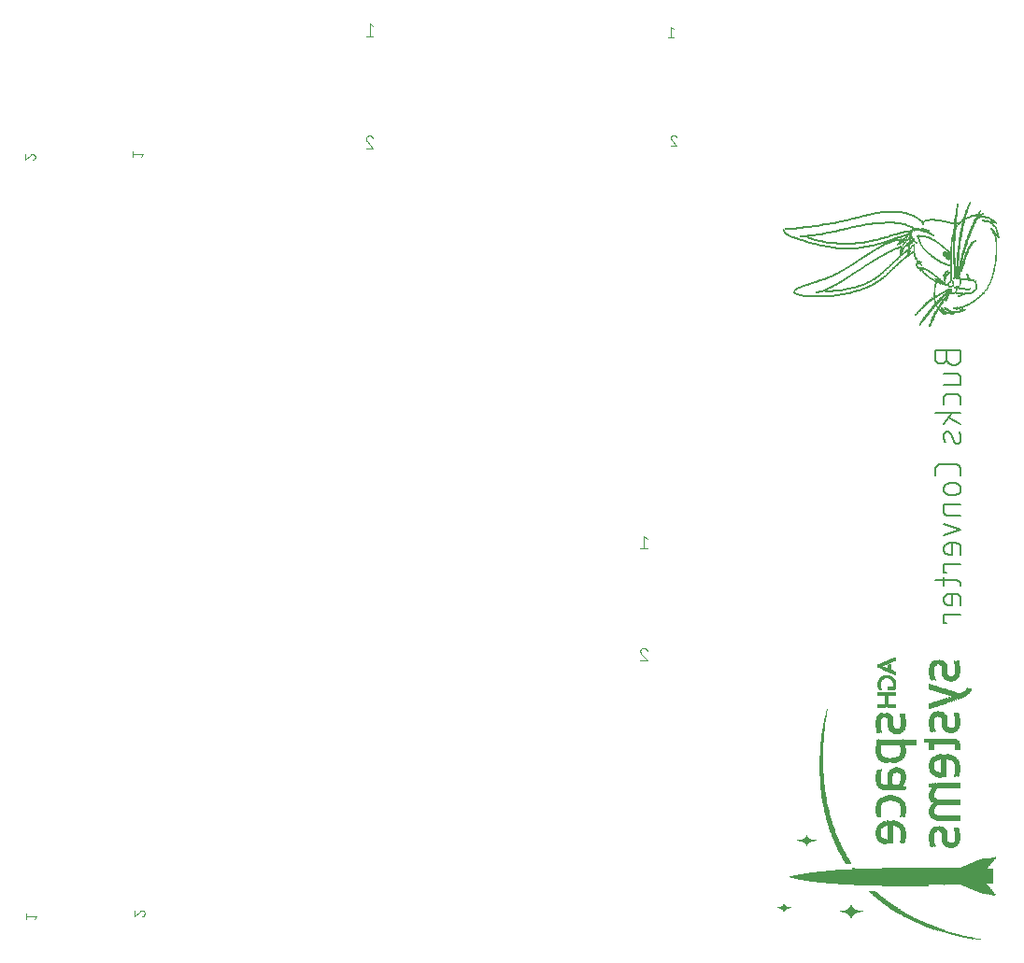
<source format=gbr>
G04 EAGLE Gerber RS-274X export*
G75*
%MOMM*%
%FSLAX34Y34*%
%LPD*%
%INSilkscreen Bottom*%
%IPPOS*%
%AMOC8*
5,1,8,0,0,1.08239X$1,22.5*%
G01*
%ADD10R,0.050800X0.152400*%
%ADD11R,0.050800X0.406400*%
%ADD12R,0.050800X0.508000*%
%ADD13R,0.050800X0.660400*%
%ADD14R,0.050800X0.355600*%
%ADD15R,0.050800X0.254000*%
%ADD16R,0.050800X1.371600*%
%ADD17R,0.050800X0.101600*%
%ADD18R,0.050800X0.203200*%
%ADD19R,0.050800X2.133600*%
%ADD20R,0.050800X0.863600*%
%ADD21R,0.050800X0.762000*%
%ADD22R,0.050800X0.558800*%
%ADD23R,0.050800X0.457200*%
%ADD24R,0.050800X0.609600*%
%ADD25R,0.050800X0.304800*%
%ADD26R,0.050800X0.050800*%
%ADD27R,0.050800X0.711200*%
%ADD28R,0.050800X0.812800*%
%ADD29R,0.050800X1.016000*%
%ADD30R,0.050800X0.965200*%
%ADD31R,0.050800X1.117600*%
%ADD32R,0.050800X1.270000*%
%ADD33R,0.050800X1.219200*%
%ADD34R,0.050800X1.168400*%
%ADD35R,0.050800X1.320800*%
%ADD36R,0.050800X1.066800*%
%ADD37R,0.050800X1.473200*%
%ADD38R,0.050800X1.778000*%
%ADD39R,0.050800X2.997200*%
%ADD40R,0.050800X2.438400*%
%ADD41R,0.050800X1.930400*%
%ADD42R,0.050800X1.422400*%
%ADD43R,0.050800X1.727200*%
%ADD44R,0.050800X1.879600*%
%ADD45R,0.050800X5.486400*%
%ADD46R,0.050800X4.521200*%
%ADD47R,0.050800X3.200400*%
%ADD48R,0.050800X3.759200*%
%ADD49R,0.050800X3.048000*%
%ADD50R,0.050800X2.082800*%
%ADD51R,0.050800X0.914400*%
%ADD52C,0.203200*%
%ADD53R,0.025400X0.050800*%
%ADD54R,0.025400X0.076200*%
%ADD55R,0.025400X0.101600*%
%ADD56R,0.025400X0.127000*%
%ADD57R,0.025400X0.177800*%
%ADD58R,0.025400X0.203200*%
%ADD59R,0.025400X0.228600*%
%ADD60R,0.025400X0.254000*%
%ADD61R,0.025400X0.279400*%
%ADD62R,0.025400X0.304800*%
%ADD63R,0.025400X0.330200*%
%ADD64R,0.025400X0.355600*%
%ADD65R,0.025400X1.346200*%
%ADD66R,0.025400X0.381000*%
%ADD67R,0.025400X0.406400*%
%ADD68R,0.025400X0.431800*%
%ADD69R,0.025400X0.457200*%
%ADD70R,0.025400X0.482600*%
%ADD71R,0.025400X0.508000*%
%ADD72R,0.025400X0.533400*%
%ADD73R,0.025400X0.558800*%
%ADD74R,0.025400X0.635000*%
%ADD75R,0.025400X0.660400*%
%ADD76R,0.025400X0.711200*%
%ADD77R,0.025400X0.685800*%
%ADD78R,0.025400X0.736600*%
%ADD79R,0.025400X0.787400*%
%ADD80R,0.025400X0.762000*%
%ADD81R,0.025400X0.812800*%
%ADD82R,0.025400X0.889000*%
%ADD83R,0.025400X0.863600*%
%ADD84R,0.025400X0.914400*%
%ADD85R,0.025400X0.939800*%
%ADD86R,0.025400X2.286000*%
%ADD87R,0.025400X3.251200*%
%ADD88R,0.025400X3.225800*%
%ADD89R,0.025400X3.200400*%
%ADD90R,0.025400X3.175000*%
%ADD91R,0.025400X3.149600*%
%ADD92R,0.025400X3.124200*%
%ADD93R,0.025400X3.098800*%
%ADD94R,0.025400X3.073400*%
%ADD95R,0.025400X3.048000*%
%ADD96R,0.025400X0.025400*%
%ADD97R,0.025400X2.997200*%
%ADD98R,0.025400X2.971800*%
%ADD99R,0.025400X2.946400*%
%ADD100R,0.025400X2.895600*%
%ADD101R,0.025400X2.870200*%
%ADD102R,0.025400X2.844800*%
%ADD103R,0.025400X2.819400*%
%ADD104R,0.025400X2.794000*%
%ADD105R,0.025400X2.768600*%
%ADD106R,0.025400X2.743200*%
%ADD107R,0.025400X2.717800*%
%ADD108R,0.025400X2.667000*%
%ADD109R,0.025400X2.641600*%
%ADD110R,0.025400X2.616200*%
%ADD111R,0.025400X2.590800*%
%ADD112R,0.025400X2.565400*%
%ADD113R,0.025400X2.540000*%
%ADD114R,0.025400X2.489200*%
%ADD115R,0.025400X2.438400*%
%ADD116R,0.025400X2.413000*%
%ADD117R,0.025400X2.387600*%
%ADD118R,0.025400X2.336800*%
%ADD119R,0.025400X0.152400*%
%ADD120R,0.025400X2.311400*%
%ADD121R,0.025400X2.260600*%
%ADD122R,0.025400X2.235200*%
%ADD123R,0.025400X2.209800*%
%ADD124R,0.025400X2.159000*%
%ADD125R,0.025400X2.133600*%
%ADD126R,0.025400X2.108200*%
%ADD127R,0.025400X2.082800*%
%ADD128R,0.025400X0.609600*%
%ADD129R,0.025400X2.032000*%
%ADD130R,0.025400X2.006600*%
%ADD131R,0.025400X0.584200*%
%ADD132R,0.025400X1.955800*%
%ADD133R,0.025400X1.930400*%
%ADD134R,0.025400X1.879600*%
%ADD135R,0.025400X1.854200*%
%ADD136R,0.025400X1.828800*%
%ADD137R,0.025400X1.752600*%
%ADD138R,0.025400X1.701800*%
%ADD139R,0.025400X1.676400*%
%ADD140R,0.025400X1.651000*%
%ADD141R,0.025400X1.600200*%
%ADD142R,0.025400X1.549400*%
%ADD143R,0.025400X1.524000*%
%ADD144R,0.025400X1.498600*%
%ADD145R,0.025400X0.990600*%
%ADD146R,0.025400X1.244600*%
%ADD147R,0.025400X1.270000*%
%ADD148R,0.025400X1.447800*%
%ADD149R,0.025400X1.422400*%
%ADD150R,0.025400X1.397000*%
%ADD151R,0.025400X1.473200*%
%ADD152R,0.025400X1.574800*%
%ADD153R,0.025400X0.838200*%
%ADD154R,0.025400X1.625600*%
%ADD155R,0.025400X1.727200*%
%ADD156R,0.025400X1.168400*%
%ADD157R,0.025400X1.193800*%
%ADD158R,0.025400X1.371600*%
%ADD159R,0.025400X1.320800*%
%ADD160R,0.025400X1.143000*%
%ADD161R,0.025400X1.016000*%
%ADD162R,0.025400X1.092200*%
%ADD163R,0.025400X1.778000*%
%ADD164R,0.025400X0.965200*%
%ADD165R,0.025400X3.276600*%
%ADD166R,0.025400X1.295400*%
%ADD167R,0.025400X1.219200*%
%ADD168R,0.025400X1.066800*%
%ADD169R,0.025400X1.803400*%
%ADD170R,0.025400X1.905000*%
%ADD171R,0.025400X1.041400*%
%ADD172R,0.025400X1.117600*%
%ADD173R,0.025400X2.057400*%
%ADD174R,0.025400X1.981200*%
%ADD175R,0.025400X2.463800*%
%ADD176R,0.025400X2.692400*%
%ADD177R,0.025400X6.451600*%
%ADD178R,0.025400X6.096000*%
%ADD179R,0.025400X5.892800*%
%ADD180R,0.025400X5.511800*%
%ADD181R,0.025400X4.851400*%
%ADD182R,0.025400X4.394200*%
%ADD183R,0.025400X3.835400*%
%ADD184R,0.025400X3.530600*%
%ADD185C,0.076200*%
%ADD186C,0.101600*%


D10*
X917829Y770636D03*
D11*
X917321Y771398D03*
D12*
X916813Y772414D03*
D13*
X916305Y773684D03*
D14*
X915797Y776224D03*
D15*
X915797Y772160D03*
D16*
X915797Y759968D03*
D17*
X915289Y783590D03*
D15*
X915289Y777748D03*
D18*
X915289Y772922D03*
D19*
X915289Y759206D03*
D10*
X914781Y783844D03*
D15*
X914781Y778764D03*
D20*
X914781Y770128D03*
D21*
X914781Y750316D03*
D18*
X914273Y784098D03*
X914273Y779526D03*
D22*
X914273Y772160D03*
D12*
X914273Y747014D03*
D15*
X913765Y784352D03*
D10*
X913765Y780288D03*
D23*
X913765Y773684D03*
D24*
X913765Y742950D03*
D25*
X913257Y784606D03*
D10*
X913257Y780796D03*
D11*
X913257Y774954D03*
D22*
X913257Y740156D03*
D25*
X912749Y784606D03*
D10*
X912749Y781304D03*
D14*
X912749Y775716D03*
X912749Y738124D03*
D25*
X912241Y784606D03*
D10*
X912241Y781812D03*
D11*
X912241Y775970D03*
D14*
X912241Y736600D03*
D25*
X911733Y785114D03*
D10*
X911733Y782320D03*
D14*
X911733Y776732D03*
D11*
X911733Y734822D03*
D10*
X911225Y786384D03*
D17*
X911225Y784606D03*
D10*
X911225Y782828D03*
D15*
X911225Y777240D03*
D25*
X911225Y733298D03*
D17*
X910717Y786638D03*
X910717Y784606D03*
X910717Y783082D03*
D10*
X910717Y777748D03*
D18*
X910717Y731774D03*
D10*
X910209Y786892D03*
D15*
X910209Y783844D03*
D18*
X910209Y730250D03*
D10*
X909701Y787400D03*
D18*
X909701Y784098D03*
X909701Y729234D03*
D17*
X909193Y787654D03*
D18*
X909193Y784098D03*
X909193Y728218D03*
D10*
X908685Y787908D03*
D18*
X908685Y784606D03*
D10*
X908685Y726948D03*
D17*
X908177Y788162D03*
D18*
X908177Y784606D03*
D17*
X908177Y726186D03*
X907669Y788162D03*
D10*
X907669Y784860D03*
D17*
X907669Y725170D03*
X907161Y788670D03*
D10*
X907161Y784860D03*
X907161Y723900D03*
D17*
X906653Y788670D03*
D15*
X906653Y784860D03*
D10*
X906653Y723392D03*
D17*
X906145Y788670D03*
D18*
X906145Y785114D03*
D26*
X906145Y722376D03*
D17*
X905637Y788670D03*
D18*
X905637Y785114D03*
D17*
X905637Y722122D03*
D10*
X905129Y788924D03*
D18*
X905129Y785114D03*
D26*
X905129Y721360D03*
D17*
X904621Y789178D03*
D18*
X904621Y785114D03*
D26*
X904621Y720852D03*
D17*
X904113Y789178D03*
D10*
X904113Y785368D03*
D17*
X904113Y720090D03*
X903605Y791718D03*
X903605Y789178D03*
D10*
X903605Y785368D03*
D17*
X903605Y719582D03*
D10*
X903097Y791464D03*
D17*
X903097Y789178D03*
D10*
X903097Y785368D03*
X903097Y719328D03*
X902589Y791464D03*
X902589Y788924D03*
X902589Y718820D03*
D18*
X902081Y791210D03*
D10*
X902081Y788924D03*
X902081Y718312D03*
D11*
X901573Y790194D03*
D10*
X901573Y717804D03*
D17*
X901065Y794258D03*
D11*
X901065Y790194D03*
D10*
X901065Y717296D03*
D18*
X900557Y793750D03*
D11*
X900557Y790194D03*
D10*
X900557Y716788D03*
D24*
X900049Y791210D03*
D10*
X900049Y716280D03*
D22*
X899541Y790448D03*
D10*
X899541Y715772D03*
D12*
X899033Y789686D03*
D17*
X899033Y715518D03*
D12*
X898525Y789178D03*
D10*
X898525Y715264D03*
D23*
X898017Y788924D03*
D10*
X898017Y714756D03*
D12*
X897509Y788670D03*
D23*
X897509Y725932D03*
D10*
X897509Y714248D03*
X897001Y790448D03*
D14*
X897001Y786892D03*
D13*
X897001Y726440D03*
D17*
X897001Y713994D03*
X896493Y790194D03*
D23*
X896493Y785876D03*
D17*
X896493Y767334D03*
D15*
X896493Y729488D03*
D10*
X896493Y723392D03*
X896493Y713740D03*
D17*
X895985Y790194D03*
D12*
X895985Y785114D03*
D10*
X895985Y767080D03*
D18*
X895985Y730250D03*
X895985Y722630D03*
D10*
X895985Y713232D03*
D17*
X895477Y790194D03*
D22*
X895477Y784352D03*
D10*
X895477Y766572D03*
X895477Y731012D03*
X895477Y721868D03*
X895477Y712724D03*
D17*
X894969Y790194D03*
D26*
X894969Y785876D03*
D23*
X894969Y782320D03*
D18*
X894969Y766318D03*
D10*
X894969Y731520D03*
X894969Y721360D03*
D17*
X894969Y712470D03*
D10*
X894461Y789940D03*
D23*
X894461Y781304D03*
D18*
X894461Y765810D03*
D17*
X894461Y731774D03*
X894461Y721106D03*
D10*
X894461Y712216D03*
D17*
X893953Y789686D03*
D23*
X893953Y780288D03*
D15*
X893953Y765556D03*
D17*
X893953Y731774D03*
X893953Y720598D03*
D10*
X893953Y711708D03*
D17*
X893445Y789686D03*
D12*
X893445Y779018D03*
D25*
X893445Y764794D03*
D17*
X893445Y731774D03*
D10*
X893445Y720344D03*
D17*
X893445Y711454D03*
X892937Y789686D03*
D12*
X892937Y778002D03*
D25*
X892937Y764286D03*
D17*
X892937Y731774D03*
X892937Y720090D03*
D10*
X892937Y711200D03*
D17*
X892429Y789178D03*
D22*
X892429Y776732D03*
D14*
X892429Y763524D03*
D17*
X892429Y731774D03*
X892429Y720090D03*
X892429Y710946D03*
X891921Y801370D03*
X891921Y789178D03*
D12*
X891921Y775462D03*
D14*
X891921Y763016D03*
D17*
X891921Y731774D03*
D10*
X891921Y719836D03*
X891921Y710692D03*
D15*
X891413Y800608D03*
D17*
X891413Y789178D03*
D22*
X891413Y774192D03*
D14*
X891413Y762000D03*
D10*
X891413Y732028D03*
D17*
X891413Y723646D03*
X891413Y719582D03*
X891413Y710438D03*
D25*
X890905Y799846D03*
D17*
X890905Y788670D03*
D24*
X890905Y772922D03*
D11*
X890905Y761238D03*
D25*
X890905Y732790D03*
D10*
X890905Y723392D03*
D17*
X890905Y719582D03*
X890905Y709930D03*
D14*
X890397Y798576D03*
D17*
X890397Y788670D03*
D22*
X890397Y771652D03*
D11*
X890397Y760222D03*
D23*
X890397Y733552D03*
D10*
X890397Y723392D03*
D17*
X890397Y719582D03*
D10*
X890397Y709676D03*
D11*
X889889Y797306D03*
D10*
X889889Y788416D03*
D22*
X889889Y770128D03*
D23*
X889889Y758952D03*
X889889Y734060D03*
D10*
X889889Y723392D03*
D17*
X889889Y719582D03*
X889889Y709422D03*
D23*
X889381Y796036D03*
D17*
X889381Y788162D03*
D24*
X889381Y768858D03*
D23*
X889381Y757936D03*
D12*
X889381Y734314D03*
D10*
X889381Y723392D03*
D17*
X889381Y719582D03*
D10*
X889381Y709168D03*
D12*
X888873Y794766D03*
D10*
X888873Y787908D03*
D24*
X888873Y767334D03*
D12*
X888873Y756666D03*
D15*
X888873Y736092D03*
D17*
X888873Y732282D03*
D10*
X888873Y723392D03*
D17*
X888873Y719582D03*
X888873Y708914D03*
D22*
X888365Y793496D03*
D17*
X888365Y787654D03*
D24*
X888365Y765810D03*
D12*
X888365Y755650D03*
D17*
X888365Y736854D03*
X888365Y732282D03*
D10*
X888365Y723392D03*
D17*
X888365Y719582D03*
D10*
X888365Y708660D03*
D24*
X887857Y791718D03*
D10*
X887857Y787400D03*
D24*
X887857Y764286D03*
D12*
X887857Y754126D03*
D17*
X887857Y732282D03*
D10*
X887857Y723392D03*
D17*
X887857Y719582D03*
X887857Y708406D03*
D27*
X887349Y790194D03*
D13*
X887349Y762508D03*
D22*
X887349Y752856D03*
D17*
X887349Y732282D03*
D10*
X887349Y723392D03*
D17*
X887349Y719582D03*
X887349Y708406D03*
D26*
X887349Y704596D03*
D27*
X886841Y788670D03*
D13*
X886841Y760984D03*
D24*
X886841Y751078D03*
D17*
X886841Y732282D03*
D18*
X886841Y723646D03*
D10*
X886841Y719328D03*
X886841Y708152D03*
X886841Y704596D03*
D21*
X886333Y786892D03*
D27*
X886333Y759206D03*
D24*
X886333Y749554D03*
D17*
X886333Y732282D03*
D18*
X886333Y723646D03*
X886333Y719074D03*
D17*
X886333Y707898D03*
D18*
X886333Y704342D03*
D28*
X885825Y785114D03*
D27*
X885825Y757682D03*
D24*
X885825Y747522D03*
D10*
X885825Y732536D03*
D18*
X885825Y723646D03*
X885825Y719074D03*
D10*
X885825Y707644D03*
D18*
X885825Y704342D03*
D20*
X885317Y782828D03*
D27*
X885317Y755650D03*
D24*
X885317Y745998D03*
D10*
X885317Y732536D03*
D18*
X885317Y723646D03*
D15*
X885317Y718820D03*
D17*
X885317Y707390D03*
D15*
X885317Y704088D03*
D29*
X884809Y781050D03*
D27*
X884809Y753618D03*
D12*
X884809Y744474D03*
D17*
X884809Y732790D03*
D18*
X884809Y723646D03*
D15*
X884809Y718820D03*
D17*
X884809Y707390D03*
D25*
X884809Y704342D03*
D10*
X884301Y785368D03*
D30*
X884301Y778256D03*
D28*
X884301Y751586D03*
D12*
X884301Y742950D03*
D17*
X884301Y732790D03*
D18*
X884301Y723646D03*
D25*
X884301Y718566D03*
D10*
X884301Y707136D03*
D14*
X884301Y704088D03*
D10*
X883793Y784860D03*
D29*
X883793Y775970D03*
D28*
X883793Y749046D03*
D12*
X883793Y741934D03*
D17*
X883793Y732790D03*
D18*
X883793Y723646D03*
D25*
X883793Y718566D03*
D17*
X883793Y706882D03*
D15*
X883793Y704088D03*
D10*
X883285Y784352D03*
D31*
X883285Y772922D03*
D32*
X883285Y744728D03*
D22*
X883285Y730504D03*
D10*
X883285Y723900D03*
D17*
X883285Y719582D03*
D10*
X883285Y717804D03*
D17*
X883285Y706882D03*
X883285Y704850D03*
X883285Y703326D03*
D10*
X882777Y783844D03*
D33*
X882777Y769874D03*
D34*
X882777Y743204D03*
D21*
X882777Y730504D03*
D18*
X882777Y724154D03*
D17*
X882777Y719582D03*
X882777Y717550D03*
D10*
X882777Y706628D03*
D17*
X882777Y704850D03*
D10*
X882777Y703072D03*
X882269Y783336D03*
D35*
X882269Y766318D03*
D36*
X882269Y741172D03*
D10*
X882269Y734060D03*
D15*
X882269Y726948D03*
D18*
X882269Y724154D03*
D17*
X882269Y719582D03*
D10*
X882269Y717296D03*
D15*
X882269Y705612D03*
D17*
X882269Y702818D03*
D10*
X881761Y782828D03*
D37*
X881761Y762508D03*
D34*
X881761Y738124D03*
D11*
X881761Y725170D03*
D17*
X881761Y719582D03*
D10*
X881761Y717296D03*
D18*
X881761Y705866D03*
D17*
X881761Y702818D03*
D18*
X881253Y782574D03*
D38*
X881253Y757428D03*
D20*
X881253Y736600D03*
D25*
X881253Y724662D03*
D17*
X881253Y719582D03*
X881253Y717042D03*
D18*
X881253Y705866D03*
D17*
X881253Y702818D03*
D14*
X880745Y799084D03*
D15*
X880745Y782320D03*
D39*
X880745Y747268D03*
D15*
X880745Y724916D03*
D17*
X880745Y719582D03*
X880745Y717042D03*
D18*
X880745Y705866D03*
D17*
X880745Y702818D03*
D21*
X880237Y797052D03*
D17*
X880237Y783082D03*
D18*
X880237Y781050D03*
D40*
X880237Y744982D03*
D15*
X880237Y724408D03*
D10*
X880237Y719836D03*
D15*
X880237Y705612D03*
D17*
X880237Y702818D03*
D36*
X879729Y794004D03*
D17*
X879729Y783082D03*
D18*
X879729Y780542D03*
D41*
X879729Y741934D03*
D11*
X879729Y723646D03*
D17*
X879729Y720090D03*
D25*
X879729Y705866D03*
D17*
X879729Y702818D03*
D42*
X879221Y789686D03*
D18*
X879221Y779526D03*
D33*
X879221Y738378D03*
D12*
X879221Y723646D03*
D17*
X879221Y720090D03*
D15*
X879221Y705612D03*
D17*
X879221Y702818D03*
D43*
X878713Y785622D03*
D29*
X878713Y737362D03*
D10*
X878713Y724916D03*
D15*
X878713Y720852D03*
X878713Y705612D03*
D17*
X878713Y702818D03*
D40*
X878205Y779018D03*
D44*
X878205Y742188D03*
D10*
X878205Y724916D03*
D18*
X878205Y720598D03*
X878205Y705866D03*
D17*
X878205Y702818D03*
D45*
X877697Y760222D03*
D17*
X877697Y725170D03*
D18*
X877697Y720090D03*
X877697Y705866D03*
D17*
X877697Y702818D03*
D26*
X877697Y701548D03*
D46*
X877189Y761492D03*
D17*
X877189Y733298D03*
D18*
X877189Y720090D03*
X877189Y705866D03*
D15*
X877189Y702056D03*
D10*
X876681Y783336D03*
D47*
X876681Y762000D03*
D17*
X876681Y733298D03*
D25*
X876681Y727710D03*
D18*
X876681Y719582D03*
D17*
X876681Y705866D03*
D25*
X876681Y702310D03*
D17*
X876173Y783590D03*
D12*
X876173Y771906D03*
D30*
X876173Y762508D03*
D22*
X876173Y728472D03*
D18*
X876173Y719582D03*
D17*
X876173Y705866D03*
D25*
X876173Y702310D03*
D17*
X875665Y783590D03*
D24*
X875665Y769874D03*
D25*
X875665Y730250D03*
D17*
X875665Y726186D03*
D18*
X875665Y719582D03*
D14*
X875665Y702056D03*
D17*
X875157Y783590D03*
D29*
X875157Y765810D03*
D15*
X875157Y732028D03*
D17*
X875157Y725678D03*
D18*
X875157Y722122D03*
X875157Y719582D03*
D14*
X875157Y702056D03*
D17*
X874649Y783590D03*
D48*
X874649Y749046D03*
D17*
X874649Y725678D03*
D12*
X874649Y721106D03*
D14*
X874649Y702056D03*
D17*
X874141Y783590D03*
D49*
X874141Y747014D03*
D10*
X874141Y730504D03*
D17*
X874141Y725678D03*
D12*
X874141Y721106D03*
D11*
X874141Y702310D03*
D17*
X873633Y783590D03*
D42*
X873633Y749554D03*
D10*
X873633Y738632D03*
X873633Y729996D03*
D17*
X873633Y725678D03*
D22*
X873633Y721360D03*
D14*
X873633Y702564D03*
D10*
X873125Y783844D03*
D21*
X873125Y753364D03*
D17*
X873125Y744982D03*
D10*
X873125Y738632D03*
X873125Y729488D03*
D17*
X873125Y725678D03*
D22*
X873125Y721360D03*
D25*
X873125Y702818D03*
D17*
X872617Y784098D03*
D28*
X872617Y753618D03*
D17*
X872617Y744982D03*
D10*
X872617Y738124D03*
D18*
X872617Y728726D03*
D17*
X872617Y725678D03*
D22*
X872617Y720852D03*
D18*
X872617Y703834D03*
D17*
X872617Y701802D03*
X872109Y784098D03*
D28*
X872109Y754126D03*
D17*
X872109Y745490D03*
D10*
X872109Y737616D03*
D11*
X872109Y727202D03*
D13*
X872109Y720344D03*
D18*
X872109Y704342D03*
D17*
X872109Y701802D03*
X871601Y784098D03*
D20*
X871601Y754380D03*
D17*
X871601Y745490D03*
X871601Y739902D03*
D15*
X871601Y737108D03*
X871601Y726948D03*
D21*
X871601Y719836D03*
D18*
X871601Y704342D03*
D17*
X871601Y701802D03*
X871093Y784098D03*
D10*
X871093Y758444D03*
D13*
X871093Y753872D03*
D17*
X871093Y745490D03*
D10*
X871093Y739648D03*
D15*
X871093Y736600D03*
D17*
X871093Y727202D03*
D28*
X871093Y719074D03*
D15*
X871093Y704596D03*
D17*
X871093Y702310D03*
D10*
X870585Y784352D03*
X870585Y758952D03*
D13*
X870585Y753872D03*
D10*
X870585Y745744D03*
D18*
X870585Y739394D03*
D15*
X870585Y736092D03*
D17*
X870585Y727202D03*
D30*
X870585Y718312D03*
D15*
X870585Y704596D03*
D17*
X870585Y702310D03*
X870077Y784606D03*
X870077Y759206D03*
D13*
X870077Y754380D03*
D17*
X870077Y745998D03*
D18*
X870077Y738886D03*
D14*
X870077Y735584D03*
D10*
X870077Y727456D03*
X870077Y721868D03*
D20*
X870077Y716280D03*
D15*
X870077Y705104D03*
D10*
X870077Y702564D03*
D17*
X870077Y700786D03*
X869569Y784606D03*
D10*
X869569Y759460D03*
D24*
X869569Y754634D03*
D17*
X869569Y745998D03*
D21*
X869569Y736092D03*
D17*
X869569Y727710D03*
D18*
X869569Y721614D03*
D15*
X869569Y718820D03*
D12*
X869569Y714502D03*
D18*
X869569Y705358D03*
D17*
X869569Y702818D03*
D10*
X869569Y701040D03*
D17*
X869061Y784606D03*
D10*
X869061Y759968D03*
D22*
X869061Y754888D03*
D10*
X869061Y746252D03*
D29*
X869061Y734314D03*
D17*
X869061Y727710D03*
D10*
X869061Y721360D03*
D15*
X869061Y718312D03*
D25*
X869061Y715010D03*
D10*
X869061Y705612D03*
X869061Y703072D03*
X869061Y701040D03*
D17*
X868553Y784606D03*
D10*
X868553Y760476D03*
D12*
X868553Y755142D03*
D17*
X868553Y746506D03*
D34*
X868553Y733044D03*
D18*
X868553Y721106D03*
D15*
X868553Y717804D03*
D25*
X868553Y714502D03*
D10*
X868553Y706120D03*
D14*
X868553Y702056D03*
D10*
X868045Y784860D03*
X868045Y760984D03*
D23*
X868045Y755396D03*
D17*
X868045Y746506D03*
D14*
X868045Y736092D03*
D25*
X868045Y732282D03*
D15*
X868045Y728472D03*
D10*
X868045Y720852D03*
D15*
X868045Y717296D03*
X868045Y713740D03*
D26*
X868045Y706120D03*
D23*
X868045Y702564D03*
D17*
X867537Y785114D03*
D10*
X867537Y761492D03*
D14*
X867537Y755396D03*
D17*
X867537Y747014D03*
X867537Y735838D03*
D25*
X867537Y728726D03*
D18*
X867537Y720598D03*
D15*
X867537Y716788D03*
D25*
X867537Y712978D03*
D23*
X867537Y703072D03*
D17*
X867029Y785114D03*
D10*
X867029Y762000D03*
D18*
X867029Y755650D03*
D17*
X867029Y747014D03*
D25*
X867029Y729234D03*
D10*
X867029Y720344D03*
D15*
X867029Y716280D03*
D25*
X867029Y712470D03*
D12*
X867029Y703326D03*
D17*
X866521Y785114D03*
X866521Y762254D03*
D10*
X866521Y747268D03*
D25*
X866521Y729234D03*
D18*
X866521Y720090D03*
D15*
X866521Y715772D03*
D14*
X866521Y711708D03*
D12*
X866521Y703834D03*
D17*
X866013Y785114D03*
D10*
X866013Y762508D03*
D17*
X866013Y747522D03*
D14*
X866013Y729488D03*
D18*
X866013Y719582D03*
D25*
X866013Y715518D03*
X866013Y710946D03*
D12*
X866013Y704342D03*
D10*
X865505Y785368D03*
X865505Y763016D03*
X865505Y747776D03*
D11*
X865505Y729742D03*
D18*
X865505Y719582D03*
D25*
X865505Y715010D03*
D14*
X865505Y710184D03*
D23*
X865505Y704596D03*
D17*
X864997Y785622D03*
D10*
X864997Y763524D03*
D17*
X864997Y748030D03*
D23*
X864997Y729996D03*
D18*
X864997Y719074D03*
D25*
X864997Y714502D03*
X864997Y709422D03*
D10*
X864997Y703580D03*
D17*
X864489Y785622D03*
X864489Y763778D03*
D10*
X864489Y748284D03*
D23*
X864489Y730504D03*
D18*
X864489Y719074D03*
D25*
X864489Y713994D03*
D14*
X864489Y708660D03*
D10*
X864489Y704088D03*
D17*
X863981Y785622D03*
X863981Y764286D03*
D10*
X863981Y748792D03*
D12*
X863981Y730758D03*
D18*
X863981Y718566D03*
D25*
X863981Y713486D03*
D11*
X863981Y707898D03*
D10*
X863981Y704596D03*
D17*
X863473Y785622D03*
D10*
X863473Y764540D03*
D17*
X863473Y749046D03*
D22*
X863473Y731012D03*
D18*
X863473Y718058D03*
D25*
X863473Y712978D03*
D23*
X863473Y706628D03*
D10*
X862965Y785876D03*
X862965Y765048D03*
X862965Y749300D03*
D22*
X862965Y731520D03*
D18*
X862965Y718058D03*
D25*
X862965Y712470D03*
D11*
X862965Y706374D03*
D17*
X862457Y786130D03*
X862457Y765302D03*
X862457Y749554D03*
D22*
X862457Y731520D03*
D18*
X862457Y717550D03*
D25*
X862457Y711962D03*
D11*
X862457Y705358D03*
D17*
X861949Y786130D03*
X861949Y765810D03*
D10*
X861949Y749808D03*
D22*
X861949Y732028D03*
D18*
X861949Y717550D03*
D25*
X861949Y711454D03*
D22*
X861949Y705612D03*
D17*
X861441Y786130D03*
D10*
X861441Y766064D03*
X861441Y750316D03*
X861441Y734568D03*
D11*
X861441Y731266D03*
D18*
X861441Y717042D03*
D22*
X861441Y709676D03*
D11*
X861441Y703834D03*
D17*
X860933Y786130D03*
D10*
X860933Y766572D03*
D17*
X860933Y750570D03*
D10*
X860933Y735076D03*
D22*
X860933Y730504D03*
D18*
X860933Y716534D03*
D11*
X860933Y709930D03*
X860933Y702818D03*
D17*
X860425Y786130D03*
X860425Y766826D03*
D10*
X860425Y750824D03*
D17*
X860425Y735330D03*
D20*
X860425Y728980D03*
D15*
X860425Y716280D03*
D12*
X860425Y710438D03*
D11*
X860425Y701802D03*
D17*
X859917Y786130D03*
D10*
X859917Y767080D03*
X859917Y751332D03*
X859917Y735584D03*
D26*
X859917Y732028D03*
D17*
X859917Y730758D03*
D50*
X859917Y717804D03*
D23*
X859917Y701040D03*
D10*
X859409Y786384D03*
X859409Y767588D03*
D17*
X859409Y751586D03*
D10*
X859409Y736092D03*
X859409Y731012D03*
D32*
X859409Y718820D03*
D25*
X859409Y708406D03*
D23*
X859409Y700024D03*
D10*
X858901Y786384D03*
D17*
X858901Y767842D03*
D10*
X858901Y751840D03*
X858901Y736600D03*
D17*
X858901Y731266D03*
D24*
X858901Y717042D03*
D25*
X858901Y707898D03*
D23*
X858901Y699008D03*
D10*
X858393Y786384D03*
D17*
X858393Y771906D03*
D10*
X858393Y768096D03*
X858393Y752348D03*
D17*
X858393Y736854D03*
D10*
X858393Y731520D03*
D18*
X858393Y715010D03*
D25*
X858393Y707390D03*
D23*
X858393Y697992D03*
D17*
X857885Y786638D03*
D10*
X857885Y772160D03*
D17*
X857885Y768350D03*
D10*
X857885Y752856D03*
X857885Y737108D03*
X857885Y732028D03*
D18*
X857885Y714502D03*
D25*
X857885Y706882D03*
D23*
X857885Y696976D03*
D17*
X857377Y786638D03*
D10*
X857377Y772668D03*
X857377Y768604D03*
D17*
X857377Y753110D03*
D10*
X857377Y737616D03*
D17*
X857377Y732282D03*
D15*
X857377Y714248D03*
D14*
X857377Y706120D03*
D23*
X857377Y695960D03*
D17*
X856869Y786638D03*
D10*
X856869Y773176D03*
D17*
X856869Y768858D03*
D10*
X856869Y753364D03*
X856869Y738124D03*
X856869Y732536D03*
D15*
X856869Y713740D03*
D25*
X856869Y705358D03*
D11*
X856869Y694690D03*
D10*
X856361Y786384D03*
D18*
X856361Y773430D03*
D10*
X856361Y769112D03*
X856361Y753872D03*
D17*
X856361Y738378D03*
D10*
X856361Y733044D03*
D18*
X856361Y713486D03*
D25*
X856361Y704850D03*
D23*
X856361Y693420D03*
D10*
X855853Y786384D03*
X855853Y773684D03*
D17*
X855853Y769366D03*
D10*
X855853Y754380D03*
X855853Y738632D03*
D17*
X855853Y733298D03*
D18*
X855853Y712978D03*
D25*
X855853Y704342D03*
D11*
X855853Y692150D03*
D10*
X855345Y786384D03*
D18*
X855345Y773938D03*
D10*
X855345Y769620D03*
X855345Y754888D03*
X855345Y739140D03*
X855345Y733552D03*
D15*
X855345Y712724D03*
D25*
X855345Y703834D03*
D14*
X855345Y690880D03*
D17*
X854837Y786130D03*
X854837Y776478D03*
D10*
X854837Y774192D03*
D17*
X854837Y769874D03*
D10*
X854837Y755396D03*
D17*
X854837Y739394D03*
D10*
X854837Y734060D03*
D15*
X854837Y712216D03*
D14*
X854837Y703072D03*
D15*
X854837Y689864D03*
D17*
X854329Y786130D03*
X854329Y776478D03*
D18*
X854329Y774446D03*
D10*
X854329Y770128D03*
D17*
X854329Y755650D03*
D10*
X854329Y739648D03*
D17*
X854329Y734314D03*
D15*
X854329Y711708D03*
D25*
X854329Y702310D03*
D17*
X853821Y786130D03*
D14*
X853821Y775716D03*
D17*
X853821Y770382D03*
D10*
X853821Y755904D03*
X853821Y740156D03*
X853821Y734568D03*
D15*
X853821Y711200D03*
D25*
X853821Y701802D03*
D17*
X853313Y786130D03*
D14*
X853313Y775716D03*
D17*
X853313Y770382D03*
D10*
X853313Y756412D03*
D17*
X853313Y740410D03*
D10*
X853313Y735076D03*
D15*
X853313Y711200D03*
D25*
X853313Y701294D03*
D17*
X852805Y786130D03*
D11*
X852805Y775970D03*
D17*
X852805Y770890D03*
D10*
X852805Y756920D03*
X852805Y740664D03*
X852805Y735584D03*
D15*
X852805Y710692D03*
D25*
X852805Y700278D03*
D10*
X852297Y785876D03*
D14*
X852297Y776224D03*
D17*
X852297Y770890D03*
D10*
X852297Y757428D03*
D17*
X852297Y740918D03*
D10*
X852297Y736092D03*
D15*
X852297Y710184D03*
D25*
X852297Y699770D03*
D17*
X851789Y785622D03*
D14*
X851789Y776224D03*
D17*
X851789Y770890D03*
D10*
X851789Y757936D03*
X851789Y741172D03*
D17*
X851789Y736346D03*
D15*
X851789Y709676D03*
D25*
X851789Y699262D03*
D17*
X851281Y785622D03*
D14*
X851281Y776732D03*
D10*
X851281Y771144D03*
X851281Y758444D03*
D17*
X851281Y741426D03*
X851281Y736854D03*
D15*
X851281Y709168D03*
X851281Y698500D03*
D10*
X850773Y785368D03*
D14*
X850773Y776732D03*
D17*
X850773Y771398D03*
D10*
X850773Y758952D03*
X850773Y741680D03*
D18*
X850773Y737362D03*
D15*
X850773Y708660D03*
D25*
X850773Y697738D03*
D17*
X850265Y785114D03*
D14*
X850265Y776732D03*
D17*
X850265Y771398D03*
D10*
X850265Y759460D03*
D17*
X850265Y741934D03*
D18*
X850265Y737870D03*
D15*
X850265Y708152D03*
D25*
X850265Y697230D03*
D11*
X849757Y783590D03*
D14*
X849757Y776732D03*
D17*
X849757Y771398D03*
D18*
X849757Y760222D03*
D17*
X849757Y741934D03*
D10*
X849757Y738632D03*
D15*
X849757Y707644D03*
X849757Y696468D03*
D14*
X849249Y783336D03*
D25*
X849249Y776986D03*
D17*
X849249Y771398D03*
D18*
X849249Y760730D03*
D10*
X849249Y742188D03*
D18*
X849249Y739394D03*
X849249Y707390D03*
D25*
X849249Y695706D03*
X848741Y783590D03*
X848741Y776986D03*
D10*
X848741Y771652D03*
X848741Y761492D03*
D23*
X848741Y740664D03*
D18*
X848741Y706882D03*
D15*
X848741Y694944D03*
X848233Y783844D03*
D25*
X848233Y776986D03*
D10*
X848233Y771652D03*
D18*
X848233Y762254D03*
D23*
X848233Y741172D03*
D18*
X848233Y706374D03*
D15*
X848233Y694436D03*
X847725Y784352D03*
D25*
X847725Y776986D03*
D10*
X847725Y771652D03*
D18*
X847725Y762762D03*
D26*
X847725Y747268D03*
D17*
X847725Y745490D03*
D11*
X847725Y741426D03*
D18*
X847725Y705866D03*
D15*
X847725Y693420D03*
D10*
X847217Y785368D03*
D15*
X847217Y776732D03*
D10*
X847217Y771652D03*
D18*
X847217Y763778D03*
D25*
X847217Y746506D03*
D10*
X847217Y742696D03*
D17*
X847217Y740410D03*
D18*
X847217Y705358D03*
D15*
X847217Y692912D03*
D10*
X846709Y785876D03*
D18*
X846709Y776986D03*
D10*
X846709Y771652D03*
D15*
X846709Y764540D03*
D14*
X846709Y746760D03*
D10*
X846709Y742696D03*
X846709Y740664D03*
D18*
X846709Y704850D03*
X846709Y692150D03*
D17*
X846201Y786130D03*
D18*
X846201Y776986D03*
D10*
X846201Y771652D03*
D15*
X846201Y765556D03*
D14*
X846201Y747268D03*
D17*
X846201Y742950D03*
D10*
X846201Y741172D03*
D18*
X846201Y704342D03*
D10*
X846201Y691388D03*
X845693Y786384D03*
D18*
X845693Y776986D03*
X845693Y771398D03*
D14*
X845693Y767080D03*
X845693Y747268D03*
D10*
X845693Y741680D03*
D18*
X845693Y703834D03*
D17*
X845693Y691134D03*
D10*
X845185Y786892D03*
D15*
X845185Y777240D03*
D24*
X845185Y769366D03*
D14*
X845185Y747268D03*
D10*
X845185Y742188D03*
D18*
X845185Y703326D03*
D17*
X844677Y787146D03*
D15*
X844677Y777240D03*
D11*
X844677Y770382D03*
D14*
X844677Y747268D03*
D10*
X844677Y742696D03*
D18*
X844677Y702818D03*
D17*
X844169Y787654D03*
D15*
X844169Y777240D03*
D10*
X844169Y771652D03*
D14*
X844169Y747268D03*
D10*
X844169Y743204D03*
D18*
X844169Y702310D03*
D10*
X843661Y787908D03*
D15*
X843661Y777240D03*
D10*
X843661Y771652D03*
D23*
X843661Y747776D03*
D10*
X843661Y743712D03*
D18*
X843661Y701802D03*
D17*
X843153Y788162D03*
D15*
X843153Y777240D03*
D26*
X843153Y771652D03*
D17*
X843153Y765302D03*
D15*
X843153Y749808D03*
D23*
X843153Y745744D03*
D10*
X843153Y701040D03*
X842645Y788416D03*
D15*
X842645Y777240D03*
D10*
X842645Y765556D03*
D15*
X842645Y750824D03*
X842645Y745236D03*
D10*
X842645Y700532D03*
X842137Y788924D03*
D15*
X842137Y777240D03*
D10*
X842137Y766064D03*
D25*
X842137Y752094D03*
D10*
X842137Y700024D03*
D17*
X841629Y789178D03*
D15*
X841629Y777240D03*
D10*
X841629Y766572D03*
D23*
X841629Y753872D03*
D10*
X841121Y789432D03*
D25*
X841121Y777494D03*
D15*
X841121Y767080D03*
D31*
X841121Y758698D03*
D17*
X840613Y789686D03*
D25*
X840613Y777494D03*
D15*
X840613Y767588D03*
D20*
X840613Y759968D03*
D10*
X840105Y789940D03*
D14*
X840105Y777748D03*
X840105Y767588D03*
D18*
X840105Y763270D03*
D10*
X840105Y756920D03*
D17*
X839597Y790194D03*
X839597Y779018D03*
D15*
X839597Y776732D03*
D12*
X839597Y767842D03*
D10*
X839597Y763016D03*
D17*
X839597Y756666D03*
X839089Y790194D03*
X839089Y779526D03*
D25*
X839089Y776478D03*
D13*
X839089Y768096D03*
D10*
X839089Y762508D03*
X839089Y756412D03*
X838581Y790448D03*
X838581Y779780D03*
D51*
X838581Y772922D03*
D14*
X838581Y766064D03*
D10*
X838581Y762000D03*
D17*
X838581Y756158D03*
X838073Y790702D03*
X838073Y780034D03*
D20*
X838073Y772668D03*
D14*
X838073Y766064D03*
D18*
X838073Y761238D03*
D10*
X838073Y755904D03*
X837565Y790956D03*
D17*
X837565Y780034D03*
D35*
X837565Y770382D03*
D10*
X837565Y760476D03*
D17*
X837565Y758190D03*
D10*
X837565Y755396D03*
D17*
X837057Y791210D03*
X837057Y780542D03*
D42*
X837057Y769874D03*
D24*
X837057Y757682D03*
D17*
X836549Y791210D03*
X836549Y780542D03*
X836549Y775970D03*
D25*
X836549Y772922D03*
D14*
X836549Y769112D03*
D18*
X836549Y765810D03*
D14*
X836549Y762508D03*
D27*
X836549Y756666D03*
D10*
X836041Y791464D03*
X836041Y780796D03*
D17*
X836041Y775970D03*
D15*
X836041Y772668D03*
X836041Y769112D03*
D17*
X836041Y765302D03*
D29*
X836041Y758190D03*
D17*
X835533Y791718D03*
X835533Y781050D03*
X835533Y775970D03*
D15*
X835533Y772668D03*
X835533Y769112D03*
D17*
X835533Y764794D03*
X835533Y762762D03*
D28*
X835533Y757174D03*
D17*
X835025Y791718D03*
X835025Y781050D03*
X835025Y775970D03*
D25*
X835025Y772414D03*
D18*
X835025Y768350D03*
D10*
X835025Y764540D03*
D17*
X835025Y762762D03*
D13*
X835025Y756412D03*
D10*
X834517Y791972D03*
D17*
X834517Y781558D03*
X834517Y775970D03*
D25*
X834517Y771906D03*
D15*
X834517Y768096D03*
X834517Y763524D03*
X834517Y757936D03*
D10*
X834517Y753364D03*
D17*
X834009Y792226D03*
X834009Y781558D03*
D10*
X834009Y775716D03*
X834009Y772668D03*
X834009Y770636D03*
D15*
X834009Y767588D03*
D18*
X834009Y763270D03*
D10*
X834009Y757936D03*
X834009Y752856D03*
D17*
X833501Y792226D03*
D10*
X833501Y781812D03*
D17*
X833501Y775462D03*
X833501Y772414D03*
X833501Y770382D03*
D25*
X833501Y767334D03*
D10*
X833501Y763016D03*
X833501Y757428D03*
X833501Y752348D03*
D17*
X832993Y792226D03*
X832993Y782066D03*
X832993Y775462D03*
D10*
X832993Y772160D03*
X832993Y770128D03*
D17*
X832993Y767842D03*
D10*
X832993Y766064D03*
X832993Y762508D03*
D17*
X832993Y757174D03*
X832993Y752094D03*
D10*
X832485Y792480D03*
D17*
X832485Y782066D03*
X832485Y775462D03*
X832485Y771906D03*
D10*
X832485Y769620D03*
D17*
X832485Y767842D03*
D10*
X832485Y765556D03*
X832485Y762000D03*
X832485Y756920D03*
D17*
X832485Y751586D03*
X831977Y792734D03*
X831977Y782066D03*
D10*
X831977Y775208D03*
D17*
X831977Y771906D03*
D25*
X831977Y768350D03*
D10*
X831977Y765048D03*
X831977Y761492D03*
X831977Y756412D03*
X831977Y751332D03*
D17*
X831469Y792734D03*
X831469Y782574D03*
X831469Y774954D03*
X831469Y771906D03*
D15*
X831469Y768096D03*
D18*
X831469Y764286D03*
X831469Y760730D03*
D10*
X831469Y755904D03*
X831469Y750824D03*
D17*
X830961Y792734D03*
X830961Y782574D03*
X830961Y774954D03*
D10*
X830961Y771652D03*
D14*
X830961Y767588D03*
D18*
X830961Y763270D03*
D14*
X830961Y759460D03*
D10*
X830961Y755396D03*
X830961Y750316D03*
D17*
X830453Y792734D03*
X830453Y782574D03*
X830453Y774954D03*
X830453Y771398D03*
D11*
X830453Y767334D03*
D15*
X830453Y762508D03*
D11*
X830453Y758698D03*
D10*
X830453Y754888D03*
X830453Y749808D03*
X829945Y792988D03*
D17*
X829945Y782574D03*
X829945Y774954D03*
X829945Y771398D03*
D11*
X829945Y767334D03*
D51*
X829945Y758190D03*
D10*
X829945Y749300D03*
D17*
X829437Y793242D03*
X829437Y783082D03*
X829437Y774446D03*
D10*
X829437Y771144D03*
D23*
X829437Y767080D03*
D51*
X829437Y757682D03*
D17*
X829437Y749046D03*
X828929Y793242D03*
X828929Y783082D03*
X828929Y774446D03*
X828929Y770890D03*
D23*
X828929Y767080D03*
D17*
X828929Y761746D03*
D27*
X828929Y756666D03*
D10*
X828929Y748792D03*
D17*
X828421Y793242D03*
X828421Y783082D03*
X828421Y774446D03*
X828421Y770890D03*
D23*
X828421Y766572D03*
D17*
X828421Y761746D03*
D27*
X828421Y756158D03*
D10*
X828421Y748284D03*
D17*
X827913Y793242D03*
X827913Y783082D03*
D10*
X827913Y774192D03*
D17*
X827913Y770890D03*
X827913Y768350D03*
D25*
X827913Y765810D03*
D17*
X827913Y761238D03*
D10*
X827913Y752856D03*
X827913Y747776D03*
D17*
X827405Y793242D03*
X827405Y783082D03*
X827405Y773938D03*
X827405Y770382D03*
X827405Y768350D03*
D25*
X827405Y765302D03*
D17*
X827405Y761238D03*
D10*
X827405Y752348D03*
X827405Y747268D03*
D17*
X826897Y793242D03*
D10*
X826897Y783336D03*
D17*
X826897Y773938D03*
X826897Y770382D03*
X826897Y768350D03*
D18*
X826897Y764794D03*
D17*
X826897Y761238D03*
D10*
X826897Y751840D03*
X826897Y746760D03*
X826389Y793496D03*
D17*
X826389Y783590D03*
X826389Y773938D03*
X826389Y770382D03*
X826389Y768350D03*
D18*
X826389Y764286D03*
D17*
X826389Y760730D03*
D10*
X826389Y751332D03*
X826389Y746252D03*
X825881Y793496D03*
D17*
X825881Y783590D03*
D10*
X825881Y773684D03*
X825881Y770128D03*
D17*
X825881Y767842D03*
D18*
X825881Y763778D03*
D17*
X825881Y760730D03*
D10*
X825881Y750824D03*
X825881Y745744D03*
D17*
X825373Y793750D03*
X825373Y783590D03*
X825373Y773430D03*
X825373Y769874D03*
X825373Y767842D03*
D26*
X825373Y763524D03*
D10*
X825373Y760476D03*
X825373Y750316D03*
X825373Y745236D03*
D17*
X824865Y793750D03*
X824865Y783590D03*
X824865Y773430D03*
X824865Y769874D03*
X824865Y767842D03*
X824865Y760222D03*
D10*
X824865Y749808D03*
X824865Y744728D03*
D17*
X824357Y793750D03*
X824357Y783590D03*
X824357Y773430D03*
D10*
X824357Y769620D03*
D17*
X824357Y767842D03*
X824357Y760222D03*
X824357Y749554D03*
D10*
X824357Y744220D03*
D17*
X823849Y793750D03*
X823849Y783590D03*
X823849Y772922D03*
X823849Y769366D03*
D10*
X823849Y767588D03*
X823849Y759968D03*
D17*
X823849Y749046D03*
X823849Y743966D03*
X823341Y793750D03*
X823341Y783590D03*
X823341Y772922D03*
X823341Y769366D03*
X823341Y767334D03*
X823341Y759714D03*
D10*
X823341Y748792D03*
D17*
X823341Y743458D03*
X822833Y793750D03*
D10*
X822833Y783844D03*
D17*
X822833Y772922D03*
D10*
X822833Y769112D03*
D17*
X822833Y767334D03*
D10*
X822833Y759460D03*
X822833Y748284D03*
D17*
X822833Y742950D03*
X822325Y793750D03*
D10*
X822325Y783844D03*
X822325Y772668D03*
D17*
X822325Y768858D03*
X822325Y767334D03*
X822325Y759206D03*
D10*
X822325Y747776D03*
X822325Y742696D03*
D17*
X821817Y793750D03*
D10*
X821817Y783844D03*
D17*
X821817Y772414D03*
X821817Y768858D03*
X821817Y766826D03*
D10*
X821817Y758952D03*
X821817Y747268D03*
X821817Y742188D03*
D17*
X821309Y793750D03*
D10*
X821309Y783844D03*
D17*
X821309Y772414D03*
D10*
X821309Y768604D03*
D17*
X821309Y766826D03*
X821309Y758698D03*
D10*
X821309Y746760D03*
X821309Y741680D03*
D17*
X820801Y793750D03*
X820801Y784098D03*
D10*
X820801Y772160D03*
D17*
X820801Y768350D03*
X820801Y766826D03*
D10*
X820801Y758444D03*
X820801Y746252D03*
X820801Y741172D03*
D17*
X820293Y793750D03*
X820293Y784098D03*
X820293Y771906D03*
X820293Y768350D03*
X820293Y766318D03*
X820293Y758190D03*
D10*
X820293Y745744D03*
X820293Y740664D03*
D17*
X819785Y793750D03*
X819785Y784098D03*
X819785Y771906D03*
X819785Y767842D03*
X819785Y766318D03*
D10*
X819785Y757936D03*
X819785Y745236D03*
X819785Y740156D03*
D17*
X819277Y793750D03*
X819277Y784098D03*
X819277Y771906D03*
X819277Y767842D03*
X819277Y766318D03*
X819277Y757682D03*
D10*
X819277Y744728D03*
X819277Y739648D03*
D17*
X818769Y793750D03*
X818769Y784098D03*
X818769Y771398D03*
X818769Y767842D03*
X818769Y765810D03*
D10*
X818769Y757428D03*
X818769Y744220D03*
X818769Y739140D03*
D17*
X818261Y793750D03*
X818261Y784098D03*
X818261Y771398D03*
X818261Y767334D03*
X818261Y765810D03*
X818261Y757174D03*
D10*
X818261Y743712D03*
X818261Y738632D03*
D17*
X817753Y793750D03*
X817753Y784098D03*
X817753Y771398D03*
X817753Y767334D03*
D10*
X817753Y765556D03*
X817753Y756920D03*
X817753Y743204D03*
X817753Y738124D03*
D17*
X817245Y793750D03*
X817245Y784098D03*
X817245Y770890D03*
D10*
X817245Y767080D03*
D17*
X817245Y765302D03*
X817245Y756666D03*
X817245Y742950D03*
D10*
X817245Y737616D03*
D17*
X816737Y793750D03*
D10*
X816737Y783844D03*
D17*
X816737Y770890D03*
X816737Y766826D03*
X816737Y765302D03*
D10*
X816737Y756412D03*
D17*
X816737Y742442D03*
D10*
X816737Y737108D03*
D17*
X816229Y793750D03*
D10*
X816229Y783844D03*
D17*
X816229Y770890D03*
X816229Y766826D03*
X816229Y764794D03*
X816229Y756158D03*
D10*
X816229Y742188D03*
X816229Y736600D03*
D17*
X815721Y793750D03*
D10*
X815721Y783844D03*
X815721Y770636D03*
X815721Y766572D03*
D17*
X815721Y764794D03*
D10*
X815721Y755904D03*
X815721Y741680D03*
X815721Y736092D03*
X815213Y793496D03*
X815213Y783844D03*
D17*
X815213Y770382D03*
X815213Y766318D03*
D10*
X815213Y764540D03*
D17*
X815213Y755650D03*
D10*
X815213Y741172D03*
X815213Y735584D03*
X814705Y793496D03*
X814705Y783844D03*
D17*
X814705Y770382D03*
X814705Y766318D03*
X814705Y764286D03*
D10*
X814705Y755396D03*
X814705Y740664D03*
D17*
X814705Y735330D03*
D10*
X814197Y793496D03*
D17*
X814197Y783590D03*
D10*
X814197Y770128D03*
X814197Y766064D03*
X814197Y764032D03*
X814197Y754888D03*
X814197Y740156D03*
X814197Y735076D03*
D17*
X813689Y793242D03*
X813689Y783590D03*
X813689Y769874D03*
X813689Y765810D03*
X813689Y763778D03*
X813689Y754634D03*
D10*
X813689Y739648D03*
X813689Y734568D03*
D17*
X813181Y793242D03*
X813181Y783590D03*
X813181Y769874D03*
X813181Y765810D03*
D10*
X813181Y763524D03*
X813181Y754380D03*
X813181Y739140D03*
X813181Y734060D03*
D17*
X812673Y793242D03*
X812673Y783590D03*
X812673Y769874D03*
D10*
X812673Y765556D03*
D17*
X812673Y763270D03*
X812673Y754126D03*
D10*
X812673Y738632D03*
X812673Y733552D03*
D17*
X812165Y793242D03*
X812165Y783590D03*
D10*
X812165Y769620D03*
D17*
X812165Y765302D03*
D10*
X812165Y763016D03*
X812165Y753872D03*
X812165Y738124D03*
D17*
X812165Y733298D03*
X811657Y793242D03*
X811657Y783590D03*
X811657Y769366D03*
X811657Y765302D03*
D10*
X811657Y762508D03*
D17*
X811657Y753618D03*
D10*
X811657Y737616D03*
X811657Y733044D03*
D17*
X811149Y793242D03*
X811149Y783590D03*
X811149Y769366D03*
X811149Y765302D03*
X811149Y762254D03*
D10*
X811149Y753364D03*
D17*
X811149Y737362D03*
D10*
X811149Y732536D03*
X810641Y792988D03*
D17*
X810641Y783590D03*
X810641Y769366D03*
X810641Y764794D03*
D10*
X810641Y762000D03*
X810641Y752856D03*
X810641Y737108D03*
X810641Y732028D03*
X810133Y792988D03*
D17*
X810133Y783590D03*
X810133Y768858D03*
X810133Y764794D03*
X810133Y761746D03*
X810133Y752602D03*
D10*
X810133Y736600D03*
D17*
X810133Y731774D03*
X809625Y792734D03*
X809625Y783590D03*
X809625Y768858D03*
X809625Y764794D03*
D10*
X809625Y761492D03*
X809625Y752348D03*
X809625Y736092D03*
X809625Y731520D03*
D17*
X809117Y792734D03*
X809117Y783590D03*
X809117Y768858D03*
D10*
X809117Y764540D03*
D17*
X809117Y761238D03*
X809117Y752094D03*
D10*
X809117Y735584D03*
X809117Y731012D03*
D17*
X808609Y792734D03*
D10*
X808609Y783336D03*
D17*
X808609Y768858D03*
X808609Y764286D03*
X808609Y760730D03*
D10*
X808609Y751840D03*
D17*
X808609Y735330D03*
X808609Y730758D03*
X808101Y792734D03*
D10*
X808101Y783336D03*
D17*
X808101Y768350D03*
X808101Y764286D03*
D10*
X808101Y760476D03*
D17*
X808101Y751586D03*
D10*
X808101Y735076D03*
X808101Y730504D03*
D17*
X807593Y792734D03*
D10*
X807593Y783336D03*
D17*
X807593Y768350D03*
X807593Y764286D03*
X807593Y760222D03*
D10*
X807593Y751332D03*
X807593Y734568D03*
X807593Y729996D03*
X807085Y792480D03*
D17*
X807085Y783082D03*
X807085Y768350D03*
D10*
X807085Y764032D03*
X807085Y759968D03*
X807085Y750824D03*
D17*
X807085Y734314D03*
X807085Y729742D03*
X806577Y792226D03*
X806577Y783082D03*
X806577Y768350D03*
X806577Y763778D03*
X806577Y759714D03*
X806577Y750570D03*
X806577Y733806D03*
D10*
X806577Y729488D03*
D17*
X806069Y792226D03*
X806069Y783082D03*
X806069Y767842D03*
X806069Y763778D03*
X806069Y759206D03*
D10*
X806069Y750316D03*
X806069Y733552D03*
X806069Y728980D03*
D17*
X805561Y792226D03*
X805561Y783082D03*
X805561Y767842D03*
X805561Y763778D03*
D10*
X805561Y758952D03*
D17*
X805561Y750062D03*
D10*
X805561Y733044D03*
D17*
X805561Y728726D03*
X805053Y792226D03*
X805053Y783082D03*
X805053Y767842D03*
D10*
X805053Y763524D03*
D17*
X805053Y758698D03*
D10*
X805053Y749808D03*
D17*
X805053Y732790D03*
D10*
X805053Y728472D03*
X804545Y791972D03*
D17*
X804545Y783082D03*
X804545Y767842D03*
X804545Y763270D03*
D10*
X804545Y758444D03*
X804545Y749300D03*
X804545Y732536D03*
D17*
X804545Y728218D03*
X804037Y791718D03*
X804037Y783082D03*
D10*
X804037Y767588D03*
D17*
X804037Y763270D03*
X804037Y758190D03*
X804037Y749046D03*
X804037Y732282D03*
D10*
X804037Y727964D03*
D17*
X803529Y791718D03*
D10*
X803529Y782828D03*
D17*
X803529Y767334D03*
X803529Y763270D03*
X803529Y757682D03*
D10*
X803529Y748792D03*
X803529Y732028D03*
D17*
X803529Y727710D03*
X803021Y791718D03*
D10*
X803021Y782828D03*
D17*
X803021Y767334D03*
X803021Y763270D03*
D10*
X803021Y757428D03*
D17*
X803021Y748538D03*
D10*
X803021Y731520D03*
D17*
X803021Y727202D03*
X802513Y791718D03*
X802513Y782574D03*
X802513Y767334D03*
X802513Y762762D03*
X802513Y757174D03*
D10*
X802513Y748284D03*
D17*
X802513Y731266D03*
D10*
X802513Y726948D03*
X802005Y791464D03*
D17*
X802005Y782574D03*
D10*
X802005Y767080D03*
D17*
X802005Y762762D03*
D10*
X802005Y756920D03*
X802005Y747776D03*
X802005Y731012D03*
D17*
X802005Y726694D03*
X801497Y791210D03*
X801497Y782574D03*
X801497Y766826D03*
X801497Y762762D03*
D10*
X801497Y756412D03*
D17*
X801497Y747522D03*
X801497Y730758D03*
D10*
X801497Y726440D03*
D17*
X800989Y791210D03*
X800989Y782574D03*
X800989Y766826D03*
X800989Y762762D03*
X800989Y756158D03*
D10*
X800989Y747268D03*
X800989Y730504D03*
D17*
X800989Y726186D03*
X800481Y791210D03*
X800481Y782574D03*
X800481Y766826D03*
D10*
X800481Y762508D03*
X800481Y755904D03*
X800481Y746760D03*
D17*
X800481Y730250D03*
X800481Y726186D03*
D10*
X799973Y790956D03*
D17*
X799973Y782574D03*
X799973Y766826D03*
X799973Y762254D03*
X799973Y755650D03*
X799973Y746506D03*
D10*
X799973Y729996D03*
D17*
X799973Y725678D03*
X799465Y790702D03*
D10*
X799465Y782320D03*
X799465Y766572D03*
D17*
X799465Y762254D03*
D10*
X799465Y755396D03*
X799465Y746252D03*
D17*
X799465Y729742D03*
X799465Y725678D03*
X798957Y790702D03*
X798957Y782066D03*
X798957Y766318D03*
X798957Y762254D03*
D10*
X798957Y754888D03*
D17*
X798957Y745998D03*
D10*
X798957Y729488D03*
X798957Y725424D03*
D17*
X798449Y790702D03*
X798449Y782066D03*
X798449Y766318D03*
X798449Y762254D03*
X798449Y754634D03*
D10*
X798449Y745744D03*
D17*
X798449Y729234D03*
X798449Y725170D03*
D10*
X797941Y790448D03*
D17*
X797941Y782066D03*
X797941Y766318D03*
D10*
X797941Y762000D03*
X797941Y754380D03*
X797941Y745236D03*
X797941Y728980D03*
X797941Y724916D03*
D17*
X797433Y790194D03*
X797433Y782066D03*
X797433Y766318D03*
X797433Y761746D03*
D10*
X797433Y753872D03*
D17*
X797433Y744982D03*
X797433Y728726D03*
X797433Y724662D03*
X796925Y790194D03*
X796925Y782066D03*
X796925Y766318D03*
X796925Y761746D03*
X796925Y753618D03*
D10*
X796925Y744728D03*
X796925Y728472D03*
D17*
X796925Y724662D03*
X796417Y790194D03*
D10*
X796417Y781812D03*
X796417Y766064D03*
D17*
X796417Y761746D03*
D10*
X796417Y753364D03*
X796417Y744220D03*
D17*
X796417Y728218D03*
X796417Y724154D03*
D10*
X795909Y789940D03*
D17*
X795909Y781558D03*
X795909Y765810D03*
X795909Y761746D03*
X795909Y753110D03*
X795909Y743966D03*
D10*
X795909Y727964D03*
D17*
X795909Y724154D03*
X795401Y789686D03*
X795401Y781558D03*
X795401Y765810D03*
X795401Y761746D03*
D10*
X795401Y752856D03*
X795401Y743712D03*
D17*
X795401Y727710D03*
D10*
X795401Y723900D03*
D17*
X794893Y789686D03*
X794893Y781558D03*
X794893Y765810D03*
D10*
X794893Y761492D03*
X794893Y752348D03*
X794893Y743204D03*
D17*
X794893Y727710D03*
X794893Y723646D03*
X794385Y789686D03*
X794385Y781558D03*
X794385Y765810D03*
X794385Y761238D03*
X794385Y752094D03*
X794385Y742950D03*
X794385Y727202D03*
X794385Y723646D03*
D10*
X793877Y789432D03*
D17*
X793877Y781558D03*
X793877Y765810D03*
X793877Y761238D03*
D10*
X793877Y751840D03*
X793877Y742696D03*
D17*
X793877Y727202D03*
D10*
X793877Y723392D03*
D17*
X793369Y789178D03*
D10*
X793369Y781304D03*
X793369Y765556D03*
D17*
X793369Y761238D03*
D10*
X793369Y751332D03*
X793369Y742188D03*
D17*
X793369Y727202D03*
X793369Y723138D03*
X792861Y789178D03*
X792861Y781050D03*
D10*
X792861Y765556D03*
D17*
X792861Y761238D03*
X792861Y751078D03*
X792861Y741934D03*
X792861Y726694D03*
X792861Y723138D03*
X792353Y789178D03*
X792353Y781050D03*
X792353Y765302D03*
X792353Y761238D03*
D10*
X792353Y750824D03*
X792353Y741680D03*
D17*
X792353Y726694D03*
D10*
X792353Y722884D03*
X791845Y788924D03*
D17*
X791845Y781050D03*
X791845Y765302D03*
X791845Y761238D03*
D10*
X791845Y750316D03*
X791845Y741172D03*
D17*
X791845Y726694D03*
X791845Y722630D03*
X791337Y788670D03*
X791337Y781050D03*
X791337Y765302D03*
D10*
X791337Y760984D03*
D17*
X791337Y750062D03*
X791337Y740918D03*
X791337Y726186D03*
X791337Y722630D03*
X790829Y788670D03*
D10*
X790829Y780796D03*
D17*
X790829Y765302D03*
D10*
X790829Y760984D03*
X790829Y749808D03*
X790829Y740664D03*
D17*
X790829Y726186D03*
X790829Y722630D03*
X790321Y788670D03*
X790321Y780542D03*
X790321Y765302D03*
X790321Y760730D03*
X790321Y749554D03*
D10*
X790321Y740156D03*
D17*
X790321Y726186D03*
X790321Y722122D03*
D10*
X789813Y788416D03*
D17*
X789813Y780542D03*
X789813Y765302D03*
X789813Y760730D03*
X789813Y749046D03*
X789813Y739902D03*
X789813Y725678D03*
X789813Y722122D03*
X789305Y788162D03*
X789305Y780542D03*
X789305Y765302D03*
X789305Y760730D03*
D10*
X789305Y748792D03*
X789305Y739648D03*
D17*
X789305Y725678D03*
X789305Y722122D03*
X788797Y788162D03*
X788797Y780542D03*
D10*
X788797Y765048D03*
D17*
X788797Y760730D03*
D10*
X788797Y748284D03*
D17*
X788797Y739394D03*
X788797Y725678D03*
D10*
X788797Y721868D03*
D17*
X788289Y788162D03*
D10*
X788289Y780288D03*
X788289Y765048D03*
D17*
X788289Y760730D03*
X788289Y748030D03*
X788289Y738886D03*
X788289Y725678D03*
X788289Y721614D03*
D10*
X787781Y787908D03*
D17*
X787781Y780034D03*
D10*
X787781Y765048D03*
D17*
X787781Y760730D03*
D10*
X787781Y747776D03*
X787781Y738632D03*
D17*
X787781Y725170D03*
X787781Y721614D03*
X787273Y787654D03*
X787273Y780034D03*
X787273Y764794D03*
X787273Y760730D03*
D10*
X787273Y747268D03*
D17*
X787273Y738378D03*
X787273Y725170D03*
X787273Y721614D03*
X786765Y787654D03*
X786765Y780034D03*
X786765Y764794D03*
X786765Y760730D03*
X786765Y747014D03*
D10*
X786765Y738124D03*
D17*
X786765Y725170D03*
X786765Y721106D03*
X786257Y787654D03*
X786257Y780034D03*
X786257Y764794D03*
X786257Y760730D03*
D10*
X786257Y746760D03*
X786257Y737616D03*
D17*
X786257Y725170D03*
X786257Y721106D03*
D10*
X785749Y787400D03*
X785749Y779780D03*
D17*
X785749Y764794D03*
D10*
X785749Y760476D03*
X785749Y746252D03*
D17*
X785749Y737362D03*
X785749Y724662D03*
X785749Y721106D03*
X785241Y787146D03*
X785241Y779526D03*
X785241Y764794D03*
D10*
X785241Y760476D03*
D17*
X785241Y745998D03*
D10*
X785241Y737108D03*
D17*
X785241Y724662D03*
D10*
X785241Y720852D03*
D17*
X784733Y787146D03*
X784733Y779526D03*
X784733Y764794D03*
D10*
X784733Y760476D03*
X784733Y745744D03*
X784733Y736600D03*
D17*
X784733Y724662D03*
X784733Y720598D03*
X784225Y787146D03*
X784225Y779526D03*
X784225Y764794D03*
D10*
X784225Y760476D03*
X784225Y745236D03*
D17*
X784225Y736346D03*
X784225Y724662D03*
X784225Y720598D03*
D10*
X783717Y786892D03*
X783717Y779272D03*
D17*
X783717Y764794D03*
X783717Y760222D03*
X783717Y744982D03*
D10*
X783717Y736092D03*
D17*
X783717Y724154D03*
X783717Y720598D03*
X783209Y786638D03*
X783209Y779018D03*
X783209Y764794D03*
X783209Y760222D03*
D10*
X783209Y744728D03*
X783209Y735584D03*
D17*
X783209Y724154D03*
X783209Y720090D03*
X782701Y786638D03*
X782701Y779018D03*
X782701Y764794D03*
X782701Y760222D03*
X782701Y744474D03*
X782701Y735330D03*
X782701Y724154D03*
X782701Y720090D03*
X782193Y786638D03*
X782193Y779018D03*
X782193Y764794D03*
X782193Y760222D03*
D10*
X782193Y744220D03*
X782193Y735076D03*
D17*
X782193Y724154D03*
X782193Y720090D03*
D10*
X781685Y786384D03*
X781685Y778764D03*
D17*
X781685Y764794D03*
X781685Y760222D03*
D10*
X781685Y743712D03*
D17*
X781685Y734822D03*
D10*
X781685Y723900D03*
D17*
X781685Y720090D03*
X781177Y786130D03*
X781177Y778510D03*
X781177Y764794D03*
X781177Y760222D03*
X781177Y743458D03*
X781177Y734314D03*
X781177Y723646D03*
D10*
X781177Y719836D03*
D17*
X780669Y786130D03*
X780669Y778510D03*
X780669Y764794D03*
X780669Y760222D03*
D10*
X780669Y743204D03*
X780669Y734060D03*
D17*
X780669Y723646D03*
X780669Y719582D03*
X780161Y786130D03*
X780161Y778510D03*
X780161Y764794D03*
X780161Y760222D03*
D10*
X780161Y742696D03*
D17*
X780161Y733806D03*
X780161Y723646D03*
X780161Y719582D03*
D10*
X779653Y785876D03*
X779653Y778256D03*
D17*
X779653Y764794D03*
X779653Y760222D03*
X779653Y742442D03*
D10*
X779653Y733552D03*
D17*
X779653Y723646D03*
X779653Y719582D03*
X779145Y785622D03*
X779145Y778002D03*
X779145Y764794D03*
X779145Y760222D03*
D10*
X779145Y742188D03*
X779145Y733044D03*
X779145Y723392D03*
X779145Y719328D03*
D17*
X778637Y785622D03*
X778637Y778002D03*
X778637Y764794D03*
X778637Y760222D03*
X778637Y741934D03*
X778637Y732790D03*
X778637Y723138D03*
X778637Y719074D03*
X778129Y785622D03*
X778129Y778002D03*
X778129Y764794D03*
X778129Y760222D03*
D10*
X778129Y741680D03*
X778129Y732536D03*
D17*
X778129Y723138D03*
X778129Y719074D03*
X777621Y785622D03*
D10*
X777621Y777748D03*
D17*
X777621Y764794D03*
X777621Y760222D03*
D10*
X777621Y741172D03*
X777621Y732028D03*
D17*
X777621Y723138D03*
X777621Y719074D03*
D10*
X777113Y785368D03*
D17*
X777113Y777494D03*
X777113Y764794D03*
X777113Y760222D03*
X777113Y740918D03*
X777113Y731774D03*
X777113Y723138D03*
X777113Y719074D03*
X776605Y785114D03*
X776605Y777494D03*
X776605Y764794D03*
X776605Y760222D03*
D10*
X776605Y740664D03*
X776605Y731520D03*
X776605Y722884D03*
X776605Y718820D03*
D17*
X776097Y785114D03*
X776097Y777494D03*
X776097Y764794D03*
X776097Y760222D03*
X776097Y740410D03*
D10*
X776097Y731012D03*
D17*
X776097Y722630D03*
X776097Y718566D03*
X775589Y785114D03*
D10*
X775589Y777240D03*
D17*
X775589Y764794D03*
D10*
X775589Y760476D03*
X775589Y740156D03*
D17*
X775589Y730758D03*
X775589Y722630D03*
X775589Y718566D03*
D10*
X775081Y784860D03*
D17*
X775081Y776986D03*
X775081Y764794D03*
D10*
X775081Y760476D03*
D17*
X775081Y739902D03*
D10*
X775081Y730504D03*
D17*
X775081Y722630D03*
X775081Y718566D03*
X774573Y784606D03*
X774573Y776986D03*
X774573Y764794D03*
D10*
X774573Y760476D03*
X774573Y739648D03*
D17*
X774573Y730250D03*
X774573Y722630D03*
X774573Y718566D03*
X774065Y784606D03*
X774065Y776986D03*
X774065Y764794D03*
D10*
X774065Y760476D03*
D17*
X774065Y739394D03*
D10*
X774065Y729996D03*
D17*
X774065Y722630D03*
X774065Y718566D03*
X773557Y784606D03*
X773557Y776986D03*
X773557Y764794D03*
X773557Y760730D03*
X773557Y738886D03*
D10*
X773557Y729488D03*
D17*
X773557Y722630D03*
D10*
X773557Y718312D03*
D17*
X773049Y784606D03*
D10*
X773049Y776732D03*
D17*
X773049Y764794D03*
X773049Y760730D03*
D10*
X773049Y738632D03*
D17*
X773049Y729234D03*
D10*
X773049Y722376D03*
X773049Y718312D03*
X772541Y784352D03*
D17*
X772541Y776478D03*
X772541Y764794D03*
X772541Y760730D03*
X772541Y738378D03*
D10*
X772541Y728980D03*
X772541Y722376D03*
D17*
X772541Y718058D03*
X772033Y784098D03*
X772033Y776478D03*
X772033Y764794D03*
X772033Y760730D03*
D10*
X772033Y738124D03*
D17*
X772033Y728726D03*
X772033Y722122D03*
X772033Y718058D03*
X771525Y784098D03*
X771525Y776478D03*
X771525Y764794D03*
X771525Y760730D03*
X771525Y737870D03*
D10*
X771525Y728472D03*
D17*
X771525Y722122D03*
X771525Y718058D03*
X771017Y784098D03*
D10*
X771017Y776224D03*
D17*
X771017Y764794D03*
X771017Y760730D03*
D10*
X771017Y737616D03*
X771017Y727964D03*
D17*
X771017Y722122D03*
X771017Y718058D03*
X770509Y784098D03*
X770509Y775970D03*
D10*
X770509Y765048D03*
D17*
X770509Y760730D03*
X770509Y737362D03*
X770509Y727710D03*
X770509Y722122D03*
X770509Y718058D03*
D10*
X770001Y783844D03*
D17*
X770001Y775970D03*
D10*
X770001Y765048D03*
D17*
X770001Y760730D03*
D10*
X770001Y737108D03*
X770001Y727456D03*
D17*
X770001Y722122D03*
X770001Y718058D03*
X769493Y783590D03*
X769493Y775970D03*
D10*
X769493Y765048D03*
X769493Y760984D03*
D17*
X769493Y736854D03*
X769493Y727202D03*
X769493Y722122D03*
D10*
X769493Y717804D03*
D17*
X768985Y783590D03*
X768985Y775970D03*
X768985Y765302D03*
D10*
X768985Y760984D03*
X768985Y736600D03*
X768985Y726948D03*
D17*
X768985Y722122D03*
D10*
X768985Y717804D03*
D17*
X768477Y783590D03*
D10*
X768477Y775716D03*
D17*
X768477Y765302D03*
X768477Y761238D03*
X768477Y736346D03*
X768477Y726694D03*
D10*
X768477Y721868D03*
D17*
X768477Y717550D03*
X767969Y783590D03*
X767969Y775462D03*
X767969Y765302D03*
X767969Y761238D03*
D10*
X767969Y736092D03*
X767969Y726440D03*
X767969Y721868D03*
D17*
X767969Y717550D03*
D10*
X767461Y783336D03*
D17*
X767461Y775462D03*
X767461Y765302D03*
X767461Y761238D03*
X767461Y735838D03*
X767461Y726186D03*
D10*
X767461Y721868D03*
D17*
X767461Y717550D03*
D10*
X766953Y783336D03*
D17*
X766953Y775462D03*
X766953Y765302D03*
X766953Y761238D03*
D10*
X766953Y735584D03*
X766953Y725932D03*
D17*
X766953Y721614D03*
X766953Y717550D03*
X766445Y783082D03*
D10*
X766445Y775208D03*
D17*
X766445Y765302D03*
X766445Y761238D03*
X766445Y735330D03*
X766445Y725678D03*
X766445Y721614D03*
X766445Y717550D03*
X765937Y783082D03*
X765937Y774954D03*
X765937Y765302D03*
X765937Y761238D03*
X765937Y735330D03*
D10*
X765937Y725424D03*
D17*
X765937Y721614D03*
X765937Y717550D03*
X765429Y783082D03*
X765429Y774954D03*
X765429Y765302D03*
D10*
X765429Y761492D03*
X765429Y735076D03*
D17*
X765429Y725170D03*
X765429Y721614D03*
X765429Y717550D03*
X764921Y783082D03*
X764921Y774954D03*
D10*
X764921Y765556D03*
D17*
X764921Y761746D03*
X764921Y734822D03*
D10*
X764921Y724916D03*
D17*
X764921Y721614D03*
X764921Y717550D03*
D10*
X764413Y782828D03*
D17*
X764413Y774954D03*
D10*
X764413Y765556D03*
D17*
X764413Y761746D03*
D10*
X764413Y734568D03*
D17*
X764413Y724662D03*
X764413Y721614D03*
X764413Y717550D03*
X763905Y782574D03*
D10*
X763905Y774700D03*
D17*
X763905Y765810D03*
X763905Y761746D03*
X763905Y734314D03*
D10*
X763905Y724408D03*
D17*
X763905Y721614D03*
D10*
X763905Y717296D03*
D17*
X763397Y782574D03*
X763397Y774446D03*
X763397Y765810D03*
X763397Y761746D03*
D10*
X763397Y734060D03*
D17*
X763397Y724154D03*
X763397Y721614D03*
D10*
X763397Y717296D03*
D17*
X762889Y782574D03*
X762889Y774446D03*
X762889Y765810D03*
D10*
X762889Y762000D03*
D17*
X762889Y733806D03*
D10*
X762889Y723900D03*
D17*
X762889Y721614D03*
D10*
X762889Y717296D03*
D17*
X762381Y782574D03*
X762381Y774446D03*
X762381Y765810D03*
X762381Y762254D03*
X762381Y733806D03*
X762381Y723646D03*
X762381Y721614D03*
D10*
X762381Y717296D03*
D17*
X761873Y782574D03*
X761873Y774446D03*
X761873Y765810D03*
X761873Y762254D03*
D10*
X761873Y733552D03*
X761873Y723392D03*
D17*
X761873Y721614D03*
X761873Y717042D03*
X761365Y782574D03*
X761365Y774446D03*
X761365Y765810D03*
X761365Y762254D03*
X761365Y733298D03*
X761365Y723138D03*
X761365Y721614D03*
X761365Y717042D03*
D10*
X760857Y782320D03*
X760857Y774192D03*
X760857Y766064D03*
D17*
X760857Y762254D03*
X760857Y733298D03*
X760857Y723138D03*
X760857Y721614D03*
X760857Y717042D03*
X760349Y782066D03*
X760349Y773938D03*
X760349Y766318D03*
X760349Y762254D03*
X760349Y732790D03*
D15*
X760349Y722376D03*
D17*
X760349Y717042D03*
X759841Y782066D03*
X759841Y773938D03*
X759841Y766318D03*
D10*
X759841Y762508D03*
D17*
X759841Y732790D03*
D18*
X759841Y722122D03*
D17*
X759841Y717042D03*
X759333Y782066D03*
X759333Y773938D03*
X759333Y766318D03*
X759333Y762762D03*
X759333Y732790D03*
D18*
X759333Y722122D03*
D17*
X759333Y717042D03*
X758825Y782066D03*
X758825Y773938D03*
X758825Y766318D03*
X758825Y762762D03*
X758825Y732282D03*
D10*
X758825Y721868D03*
D17*
X758825Y717042D03*
X758317Y782066D03*
D10*
X758317Y773684D03*
X758317Y766572D03*
D17*
X758317Y762762D03*
X758317Y732282D03*
D18*
X758317Y721614D03*
D17*
X758317Y717042D03*
D10*
X757809Y781812D03*
D17*
X757809Y773430D03*
X757809Y766826D03*
X757809Y762762D03*
X757809Y732282D03*
D18*
X757809Y721614D03*
D17*
X757809Y717042D03*
X757301Y781558D03*
X757301Y773430D03*
X757301Y766826D03*
D10*
X757301Y763016D03*
D17*
X757301Y731774D03*
D10*
X757301Y721360D03*
D17*
X757301Y717042D03*
X756793Y781558D03*
X756793Y773430D03*
X756793Y766826D03*
X756793Y763270D03*
X756793Y731774D03*
D10*
X756793Y721360D03*
D17*
X756793Y717042D03*
X756285Y781558D03*
X756285Y773430D03*
X756285Y766826D03*
X756285Y763270D03*
X756285Y731774D03*
D10*
X756285Y721360D03*
D17*
X756285Y717042D03*
X755777Y781558D03*
X755777Y773430D03*
D10*
X755777Y767080D03*
D17*
X755777Y763270D03*
X755777Y731266D03*
D10*
X755777Y721360D03*
D17*
X755777Y717042D03*
D10*
X755269Y781304D03*
X755269Y773176D03*
D17*
X755269Y767334D03*
X755269Y763270D03*
X755269Y731266D03*
D18*
X755269Y721106D03*
D17*
X755269Y717042D03*
X754761Y781050D03*
X754761Y772922D03*
X754761Y767334D03*
D10*
X754761Y763524D03*
D17*
X754761Y731266D03*
D18*
X754761Y721106D03*
D17*
X754761Y717042D03*
X754253Y781050D03*
X754253Y772922D03*
X754253Y767334D03*
X754253Y763778D03*
X754253Y730758D03*
D10*
X754253Y720852D03*
D17*
X754253Y717042D03*
X753745Y781050D03*
X753745Y772922D03*
X753745Y767334D03*
X753745Y763778D03*
X753745Y730758D03*
D10*
X753745Y720852D03*
D17*
X753745Y717042D03*
X753237Y781050D03*
X753237Y772922D03*
X753237Y767842D03*
X753237Y763778D03*
X753237Y730758D03*
D10*
X753237Y720852D03*
D17*
X753237Y717042D03*
X752729Y781050D03*
X752729Y772922D03*
X752729Y767842D03*
X752729Y763778D03*
X752729Y730250D03*
D10*
X752729Y720852D03*
D17*
X752729Y717042D03*
D10*
X752221Y780796D03*
D17*
X752221Y772922D03*
X752221Y767842D03*
X752221Y764286D03*
X752221Y730250D03*
D10*
X752221Y720852D03*
D17*
X752221Y717042D03*
D10*
X751713Y780796D03*
X751713Y772668D03*
X751713Y768096D03*
D17*
X751713Y764286D03*
X751713Y730250D03*
D26*
X751713Y720852D03*
D17*
X751713Y717042D03*
X751205Y780542D03*
X751205Y772414D03*
X751205Y768350D03*
X751205Y764286D03*
X751205Y729742D03*
X751205Y717042D03*
X750697Y780542D03*
X750697Y772414D03*
X750697Y768350D03*
X750697Y764286D03*
X750697Y729742D03*
X750697Y717042D03*
X750189Y780542D03*
X750189Y772414D03*
X750189Y768350D03*
D10*
X750189Y764540D03*
D17*
X750189Y729742D03*
X750189Y717042D03*
X749681Y780542D03*
X749681Y772414D03*
D10*
X749681Y768604D03*
D17*
X749681Y764794D03*
X749681Y729234D03*
X749681Y717042D03*
X749173Y780542D03*
X749173Y772414D03*
X749173Y768858D03*
X749173Y764794D03*
X749173Y729234D03*
X749173Y717042D03*
D10*
X748665Y780288D03*
D17*
X748665Y772414D03*
X748665Y768858D03*
X748665Y764794D03*
D10*
X748665Y728980D03*
D17*
X748665Y717042D03*
X748157Y780034D03*
D10*
X748157Y772160D03*
X748157Y769112D03*
X748157Y765048D03*
D17*
X748157Y728726D03*
X748157Y717042D03*
X747649Y780034D03*
D10*
X747649Y772160D03*
D17*
X747649Y769366D03*
X747649Y765302D03*
X747649Y728726D03*
D10*
X747649Y717296D03*
D17*
X747141Y780034D03*
X747141Y771906D03*
X747141Y769366D03*
X747141Y765302D03*
D10*
X747141Y728472D03*
X747141Y717296D03*
D17*
X746633Y780034D03*
X746633Y771906D03*
D10*
X746633Y769620D03*
D17*
X746633Y765302D03*
X746633Y728218D03*
D10*
X746633Y717296D03*
D17*
X746125Y780034D03*
X746125Y771906D03*
X746125Y769874D03*
X746125Y765810D03*
X746125Y728218D03*
D10*
X746125Y717296D03*
D17*
X745617Y780034D03*
X745617Y771906D03*
X745617Y769874D03*
X745617Y765810D03*
D10*
X745617Y727964D03*
X745617Y717296D03*
D17*
X745109Y780034D03*
X745109Y771906D03*
D10*
X745109Y770128D03*
D17*
X745109Y765810D03*
X745109Y727710D03*
X745109Y717550D03*
D10*
X744601Y779780D03*
D17*
X744601Y771906D03*
X744601Y770382D03*
X744601Y766318D03*
X744601Y727710D03*
X744601Y717550D03*
X744093Y779526D03*
D15*
X744093Y771144D03*
D17*
X744093Y766318D03*
D10*
X744093Y727456D03*
D17*
X744093Y717550D03*
X743585Y779526D03*
D18*
X743585Y771398D03*
D17*
X743585Y766318D03*
X743585Y727202D03*
X743585Y717550D03*
X743077Y779526D03*
D18*
X743077Y771398D03*
D10*
X743077Y766572D03*
D17*
X743077Y727202D03*
X743077Y717550D03*
X742569Y779526D03*
D18*
X742569Y771398D03*
D17*
X742569Y766826D03*
D10*
X742569Y726948D03*
D17*
X742569Y717550D03*
X742061Y779526D03*
D18*
X742061Y771398D03*
D17*
X742061Y766826D03*
X742061Y726694D03*
X742061Y717550D03*
X741553Y779526D03*
D18*
X741553Y771398D03*
D17*
X741553Y767334D03*
X741553Y726694D03*
X741553Y717550D03*
X741045Y779526D03*
D18*
X741045Y771398D03*
D17*
X741045Y767334D03*
D10*
X741045Y726440D03*
D17*
X741045Y717550D03*
X740537Y779526D03*
D18*
X740537Y771398D03*
D10*
X740537Y767588D03*
D17*
X740537Y726186D03*
X740537Y717550D03*
D10*
X740029Y779272D03*
D18*
X740029Y771398D03*
D17*
X740029Y767842D03*
X740029Y726186D03*
X740029Y717550D03*
D10*
X739521Y779272D03*
X739521Y771652D03*
D17*
X739521Y767842D03*
X739521Y725678D03*
D10*
X739521Y717804D03*
D17*
X739013Y779018D03*
D10*
X739013Y771652D03*
D17*
X739013Y767842D03*
X739013Y725678D03*
X739013Y718058D03*
X738505Y779018D03*
D10*
X738505Y771652D03*
D17*
X738505Y768350D03*
X738505Y725678D03*
X738505Y718058D03*
X737997Y779018D03*
D10*
X737997Y771652D03*
D17*
X737997Y768350D03*
X737997Y725170D03*
X737997Y718058D03*
X737489Y779018D03*
D26*
X737489Y771652D03*
D17*
X737489Y768350D03*
X737489Y725170D03*
X737489Y718058D03*
X736981Y779018D03*
D10*
X736981Y768604D03*
X736981Y724916D03*
D17*
X736981Y718058D03*
X736473Y779018D03*
X736473Y768858D03*
X736473Y724662D03*
D10*
X736473Y718312D03*
D17*
X735965Y779018D03*
X735965Y768858D03*
D10*
X735965Y724408D03*
D17*
X735965Y718566D03*
X735457Y779018D03*
D10*
X735457Y769112D03*
D17*
X735457Y724154D03*
X735457Y718566D03*
D10*
X734949Y778764D03*
D17*
X734949Y769366D03*
D10*
X734949Y723900D03*
D17*
X734949Y718566D03*
D10*
X734441Y778764D03*
D17*
X734441Y769366D03*
X734441Y723646D03*
D10*
X734441Y718820D03*
D17*
X733933Y778510D03*
D10*
X733933Y769620D03*
X733933Y723392D03*
D17*
X733933Y719074D03*
X733425Y778510D03*
X733425Y769874D03*
D10*
X733425Y722884D03*
X733425Y719328D03*
D17*
X732917Y778510D03*
X732917Y769874D03*
D10*
X732917Y722376D03*
D17*
X732917Y719582D03*
X732409Y778510D03*
D10*
X732409Y770128D03*
D14*
X732409Y720852D03*
D17*
X731901Y778510D03*
X731901Y770382D03*
D18*
X731901Y720598D03*
D17*
X731393Y778510D03*
X731393Y770382D03*
X730885Y778510D03*
D10*
X730885Y770636D03*
D17*
X730377Y778510D03*
X730377Y770890D03*
X729869Y778510D03*
X729869Y770890D03*
X729361Y778510D03*
X729361Y771398D03*
D10*
X728853Y778256D03*
D17*
X728853Y771398D03*
D10*
X728345Y778256D03*
X728345Y771652D03*
X727837Y778256D03*
D17*
X727837Y771906D03*
X727329Y778002D03*
D10*
X727329Y772160D03*
D17*
X726821Y778002D03*
X726821Y772414D03*
X726313Y778002D03*
D10*
X726313Y772668D03*
D17*
X725805Y778002D03*
X725805Y772922D03*
X725297Y778002D03*
D10*
X725297Y773176D03*
D17*
X724789Y778002D03*
D10*
X724789Y773684D03*
D17*
X724281Y778002D03*
D10*
X724281Y774192D03*
X723773Y777748D03*
X723773Y774700D03*
D11*
X723265Y775970D03*
D15*
X722757Y776224D03*
D52*
X869808Y667753D02*
X869808Y661262D01*
X869810Y661103D01*
X869816Y660944D01*
X869826Y660784D01*
X869839Y660626D01*
X869857Y660467D01*
X869878Y660310D01*
X869904Y660152D01*
X869933Y659996D01*
X869966Y659840D01*
X870003Y659685D01*
X870043Y659531D01*
X870088Y659378D01*
X870136Y659226D01*
X870187Y659075D01*
X870243Y658926D01*
X870302Y658778D01*
X870365Y658632D01*
X870431Y658487D01*
X870501Y658344D01*
X870574Y658202D01*
X870651Y658063D01*
X870731Y657925D01*
X870815Y657789D01*
X870902Y657656D01*
X870992Y657524D01*
X871085Y657395D01*
X871182Y657269D01*
X871281Y657144D01*
X871384Y657022D01*
X871489Y656903D01*
X871598Y656786D01*
X871709Y656672D01*
X871823Y656561D01*
X871940Y656452D01*
X872059Y656347D01*
X872181Y656244D01*
X872306Y656145D01*
X872432Y656048D01*
X872561Y655955D01*
X872693Y655865D01*
X872826Y655778D01*
X872962Y655694D01*
X873100Y655614D01*
X873239Y655537D01*
X873381Y655464D01*
X873524Y655394D01*
X873669Y655328D01*
X873815Y655265D01*
X873963Y655206D01*
X874112Y655150D01*
X874263Y655099D01*
X874415Y655051D01*
X874568Y655006D01*
X874722Y654966D01*
X874877Y654929D01*
X875033Y654896D01*
X875189Y654867D01*
X875347Y654841D01*
X875504Y654820D01*
X875663Y654802D01*
X875821Y654789D01*
X875981Y654779D01*
X876140Y654773D01*
X876299Y654771D01*
X876458Y654773D01*
X876617Y654779D01*
X876777Y654789D01*
X876935Y654802D01*
X877094Y654820D01*
X877251Y654841D01*
X877409Y654867D01*
X877565Y654896D01*
X877721Y654929D01*
X877876Y654966D01*
X878030Y655006D01*
X878183Y655051D01*
X878335Y655099D01*
X878486Y655150D01*
X878635Y655206D01*
X878783Y655265D01*
X878929Y655328D01*
X879074Y655394D01*
X879217Y655464D01*
X879359Y655537D01*
X879498Y655614D01*
X879636Y655694D01*
X879772Y655778D01*
X879905Y655865D01*
X880037Y655955D01*
X880166Y656048D01*
X880292Y656145D01*
X880417Y656244D01*
X880539Y656347D01*
X880658Y656452D01*
X880775Y656561D01*
X880889Y656672D01*
X881000Y656786D01*
X881109Y656903D01*
X881214Y657022D01*
X881317Y657144D01*
X881416Y657269D01*
X881513Y657395D01*
X881606Y657524D01*
X881696Y657656D01*
X881783Y657789D01*
X881867Y657925D01*
X881947Y658063D01*
X882024Y658202D01*
X882097Y658344D01*
X882167Y658487D01*
X882233Y658632D01*
X882296Y658778D01*
X882355Y658926D01*
X882411Y659075D01*
X882462Y659226D01*
X882510Y659378D01*
X882555Y659531D01*
X882595Y659685D01*
X882632Y659840D01*
X882665Y659996D01*
X882694Y660152D01*
X882720Y660310D01*
X882741Y660467D01*
X882759Y660626D01*
X882772Y660784D01*
X882782Y660944D01*
X882788Y661103D01*
X882790Y661262D01*
X882790Y667753D01*
X859422Y667753D01*
X859422Y661262D01*
X859424Y661119D01*
X859430Y660976D01*
X859440Y660833D01*
X859454Y660691D01*
X859471Y660549D01*
X859493Y660407D01*
X859518Y660266D01*
X859548Y660126D01*
X859581Y659987D01*
X859618Y659849D01*
X859659Y659712D01*
X859703Y659576D01*
X859752Y659441D01*
X859804Y659308D01*
X859859Y659176D01*
X859919Y659046D01*
X859982Y658917D01*
X860048Y658790D01*
X860118Y658666D01*
X860191Y658543D01*
X860268Y658422D01*
X860348Y658303D01*
X860431Y658187D01*
X860517Y658072D01*
X860606Y657961D01*
X860699Y657851D01*
X860794Y657745D01*
X860893Y657641D01*
X860994Y657540D01*
X861098Y657441D01*
X861204Y657346D01*
X861314Y657253D01*
X861425Y657164D01*
X861540Y657078D01*
X861656Y656995D01*
X861775Y656915D01*
X861896Y656838D01*
X862019Y656765D01*
X862143Y656695D01*
X862270Y656629D01*
X862399Y656566D01*
X862529Y656506D01*
X862661Y656451D01*
X862794Y656399D01*
X862929Y656350D01*
X863065Y656306D01*
X863202Y656265D01*
X863340Y656228D01*
X863479Y656195D01*
X863619Y656165D01*
X863760Y656140D01*
X863902Y656118D01*
X864044Y656101D01*
X864186Y656087D01*
X864329Y656077D01*
X864472Y656071D01*
X864615Y656069D01*
X864758Y656071D01*
X864901Y656077D01*
X865044Y656087D01*
X865186Y656101D01*
X865328Y656118D01*
X865470Y656140D01*
X865611Y656165D01*
X865751Y656195D01*
X865890Y656228D01*
X866028Y656265D01*
X866165Y656306D01*
X866301Y656350D01*
X866436Y656399D01*
X866569Y656451D01*
X866701Y656506D01*
X866831Y656566D01*
X866960Y656629D01*
X867087Y656695D01*
X867211Y656765D01*
X867334Y656838D01*
X867455Y656915D01*
X867574Y656995D01*
X867690Y657078D01*
X867805Y657164D01*
X867916Y657253D01*
X868026Y657346D01*
X868132Y657441D01*
X868236Y657540D01*
X868337Y657641D01*
X868436Y657745D01*
X868531Y657851D01*
X868624Y657961D01*
X868713Y658072D01*
X868799Y658187D01*
X868882Y658303D01*
X868962Y658422D01*
X869039Y658543D01*
X869112Y658665D01*
X869182Y658790D01*
X869248Y658917D01*
X869311Y659046D01*
X869371Y659176D01*
X869426Y659308D01*
X869478Y659441D01*
X869527Y659576D01*
X869571Y659712D01*
X869612Y659849D01*
X869649Y659987D01*
X869682Y660126D01*
X869712Y660266D01*
X869737Y660407D01*
X869759Y660549D01*
X869776Y660691D01*
X869790Y660833D01*
X869800Y660976D01*
X869806Y661119D01*
X869808Y661262D01*
X867211Y647116D02*
X878895Y647116D01*
X879017Y647114D01*
X879140Y647108D01*
X879262Y647099D01*
X879383Y647085D01*
X879504Y647068D01*
X879625Y647047D01*
X879745Y647022D01*
X879864Y646994D01*
X879982Y646961D01*
X880099Y646925D01*
X880214Y646886D01*
X880329Y646842D01*
X880442Y646796D01*
X880553Y646745D01*
X880663Y646691D01*
X880771Y646634D01*
X880878Y646574D01*
X880982Y646510D01*
X881084Y646442D01*
X881184Y646372D01*
X881282Y646299D01*
X881378Y646222D01*
X881471Y646143D01*
X881561Y646060D01*
X881649Y645975D01*
X881734Y645887D01*
X881817Y645797D01*
X881896Y645704D01*
X881973Y645608D01*
X882046Y645510D01*
X882116Y645410D01*
X882184Y645308D01*
X882248Y645204D01*
X882308Y645097D01*
X882365Y644989D01*
X882419Y644879D01*
X882470Y644768D01*
X882516Y644655D01*
X882560Y644540D01*
X882599Y644425D01*
X882635Y644308D01*
X882668Y644190D01*
X882696Y644071D01*
X882721Y643951D01*
X882742Y643830D01*
X882759Y643709D01*
X882773Y643588D01*
X882782Y643466D01*
X882788Y643343D01*
X882790Y643221D01*
X882790Y636730D01*
X867211Y636730D01*
X882790Y624416D02*
X882790Y619223D01*
X882790Y624416D02*
X882788Y624538D01*
X882782Y624661D01*
X882773Y624783D01*
X882759Y624904D01*
X882742Y625025D01*
X882721Y625146D01*
X882696Y625266D01*
X882668Y625385D01*
X882635Y625503D01*
X882599Y625620D01*
X882560Y625735D01*
X882516Y625850D01*
X882470Y625963D01*
X882419Y626074D01*
X882365Y626184D01*
X882308Y626292D01*
X882248Y626399D01*
X882184Y626503D01*
X882116Y626605D01*
X882046Y626705D01*
X881973Y626803D01*
X881896Y626899D01*
X881817Y626992D01*
X881734Y627082D01*
X881649Y627170D01*
X881561Y627255D01*
X881471Y627338D01*
X881378Y627417D01*
X881282Y627494D01*
X881184Y627567D01*
X881084Y627637D01*
X880982Y627705D01*
X880878Y627769D01*
X880771Y627829D01*
X880663Y627886D01*
X880553Y627940D01*
X880442Y627991D01*
X880329Y628037D01*
X880214Y628081D01*
X880099Y628120D01*
X879982Y628156D01*
X879864Y628189D01*
X879745Y628217D01*
X879625Y628242D01*
X879504Y628263D01*
X879383Y628280D01*
X879262Y628294D01*
X879140Y628303D01*
X879017Y628309D01*
X878895Y628311D01*
X878895Y628310D02*
X871106Y628310D01*
X871106Y628311D02*
X870984Y628309D01*
X870861Y628303D01*
X870739Y628294D01*
X870618Y628280D01*
X870497Y628263D01*
X870376Y628242D01*
X870256Y628217D01*
X870137Y628189D01*
X870019Y628156D01*
X869902Y628120D01*
X869787Y628081D01*
X869672Y628037D01*
X869559Y627991D01*
X869448Y627940D01*
X869338Y627886D01*
X869230Y627829D01*
X869123Y627769D01*
X869019Y627705D01*
X868917Y627637D01*
X868817Y627567D01*
X868719Y627494D01*
X868623Y627417D01*
X868530Y627338D01*
X868440Y627255D01*
X868352Y627170D01*
X868267Y627082D01*
X868184Y626992D01*
X868105Y626899D01*
X868028Y626803D01*
X867955Y626705D01*
X867885Y626605D01*
X867817Y626503D01*
X867753Y626399D01*
X867693Y626292D01*
X867636Y626184D01*
X867582Y626074D01*
X867531Y625963D01*
X867485Y625850D01*
X867441Y625735D01*
X867402Y625620D01*
X867366Y625503D01*
X867333Y625385D01*
X867305Y625266D01*
X867280Y625146D01*
X867259Y625025D01*
X867242Y624904D01*
X867228Y624783D01*
X867219Y624661D01*
X867213Y624538D01*
X867211Y624416D01*
X867211Y619223D01*
X859422Y611504D02*
X882790Y611504D01*
X875000Y611504D02*
X867211Y601118D01*
X871755Y606960D02*
X882790Y601118D01*
X873702Y592276D02*
X876299Y585785D01*
X873702Y592276D02*
X873658Y592382D01*
X873609Y592487D01*
X873557Y592590D01*
X873502Y592691D01*
X873443Y592791D01*
X873381Y592888D01*
X873316Y592983D01*
X873247Y593075D01*
X873175Y593166D01*
X873101Y593253D01*
X873023Y593339D01*
X872942Y593421D01*
X872859Y593501D01*
X872773Y593577D01*
X872684Y593651D01*
X872593Y593722D01*
X872499Y593789D01*
X872403Y593853D01*
X872305Y593914D01*
X872206Y593972D01*
X872104Y594026D01*
X872000Y594076D01*
X871895Y594123D01*
X871788Y594167D01*
X871679Y594206D01*
X871570Y594242D01*
X871459Y594274D01*
X871347Y594303D01*
X871235Y594327D01*
X871121Y594348D01*
X871007Y594364D01*
X870892Y594377D01*
X870777Y594386D01*
X870662Y594391D01*
X870547Y594392D01*
X870432Y594389D01*
X870316Y594382D01*
X870202Y594371D01*
X870087Y594356D01*
X869974Y594337D01*
X869860Y594315D01*
X869748Y594288D01*
X869637Y594258D01*
X869527Y594224D01*
X869418Y594186D01*
X869310Y594145D01*
X869204Y594099D01*
X869100Y594050D01*
X868997Y593998D01*
X868896Y593942D01*
X868797Y593883D01*
X868700Y593820D01*
X868606Y593754D01*
X868513Y593685D01*
X868423Y593613D01*
X868336Y593538D01*
X868251Y593459D01*
X868169Y593378D01*
X868090Y593294D01*
X868014Y593208D01*
X867941Y593119D01*
X867871Y593027D01*
X867804Y592933D01*
X867740Y592837D01*
X867680Y592739D01*
X867623Y592639D01*
X867569Y592537D01*
X867519Y592433D01*
X867473Y592327D01*
X867430Y592220D01*
X867391Y592111D01*
X867356Y592002D01*
X867324Y591891D01*
X867296Y591779D01*
X867272Y591666D01*
X867252Y591552D01*
X867236Y591438D01*
X867224Y591324D01*
X867216Y591209D01*
X867212Y591093D01*
X867211Y590978D01*
X867212Y590978D02*
X867221Y590623D01*
X867239Y590269D01*
X867265Y589916D01*
X867300Y589563D01*
X867343Y589211D01*
X867395Y588860D01*
X867455Y588511D01*
X867524Y588163D01*
X867601Y587817D01*
X867686Y587473D01*
X867779Y587131D01*
X867881Y586792D01*
X867991Y586455D01*
X868108Y586120D01*
X868234Y585789D01*
X868368Y585461D01*
X868510Y585136D01*
X876299Y585785D02*
X876343Y585679D01*
X876392Y585574D01*
X876444Y585471D01*
X876499Y585370D01*
X876558Y585270D01*
X876620Y585173D01*
X876685Y585078D01*
X876754Y584986D01*
X876826Y584895D01*
X876900Y584808D01*
X876978Y584722D01*
X877059Y584640D01*
X877142Y584560D01*
X877228Y584484D01*
X877317Y584410D01*
X877408Y584339D01*
X877502Y584272D01*
X877598Y584208D01*
X877696Y584147D01*
X877795Y584089D01*
X877897Y584035D01*
X878001Y583985D01*
X878106Y583938D01*
X878213Y583894D01*
X878322Y583855D01*
X878431Y583819D01*
X878542Y583787D01*
X878654Y583758D01*
X878766Y583734D01*
X878880Y583713D01*
X878994Y583697D01*
X879109Y583684D01*
X879224Y583675D01*
X879339Y583670D01*
X879454Y583669D01*
X879569Y583672D01*
X879685Y583679D01*
X879799Y583690D01*
X879914Y583705D01*
X880027Y583724D01*
X880141Y583746D01*
X880253Y583773D01*
X880364Y583803D01*
X880474Y583837D01*
X880583Y583875D01*
X880691Y583916D01*
X880797Y583962D01*
X880901Y584011D01*
X881004Y584063D01*
X881105Y584119D01*
X881204Y584178D01*
X881301Y584241D01*
X881395Y584307D01*
X881488Y584376D01*
X881578Y584448D01*
X881665Y584523D01*
X881750Y584602D01*
X881832Y584683D01*
X881911Y584767D01*
X881987Y584853D01*
X882060Y584942D01*
X882130Y585034D01*
X882197Y585128D01*
X882261Y585224D01*
X882321Y585322D01*
X882378Y585422D01*
X882432Y585524D01*
X882482Y585628D01*
X882528Y585734D01*
X882571Y585841D01*
X882610Y585950D01*
X882645Y586059D01*
X882677Y586170D01*
X882705Y586282D01*
X882729Y586395D01*
X882749Y586509D01*
X882765Y586623D01*
X882777Y586737D01*
X882785Y586853D01*
X882789Y586968D01*
X882790Y587083D01*
X882776Y587603D01*
X882750Y588123D01*
X882712Y588643D01*
X882662Y589161D01*
X882599Y589678D01*
X882524Y590193D01*
X882437Y590707D01*
X882338Y591218D01*
X882226Y591726D01*
X882103Y592232D01*
X881968Y592735D01*
X881821Y593235D01*
X881662Y593731D01*
X881492Y594223D01*
X882790Y559730D02*
X882790Y554537D01*
X882790Y559730D02*
X882788Y559873D01*
X882782Y560016D01*
X882772Y560159D01*
X882758Y560301D01*
X882741Y560443D01*
X882719Y560585D01*
X882694Y560726D01*
X882664Y560866D01*
X882631Y561005D01*
X882594Y561143D01*
X882553Y561280D01*
X882509Y561416D01*
X882460Y561551D01*
X882408Y561684D01*
X882353Y561816D01*
X882293Y561946D01*
X882230Y562075D01*
X882164Y562202D01*
X882094Y562327D01*
X882021Y562449D01*
X881944Y562570D01*
X881864Y562689D01*
X881781Y562805D01*
X881695Y562920D01*
X881606Y563031D01*
X881513Y563141D01*
X881418Y563247D01*
X881319Y563351D01*
X881218Y563452D01*
X881114Y563551D01*
X881008Y563646D01*
X880898Y563739D01*
X880787Y563828D01*
X880672Y563914D01*
X880556Y563997D01*
X880437Y564077D01*
X880316Y564154D01*
X880194Y564227D01*
X880069Y564297D01*
X879942Y564363D01*
X879813Y564426D01*
X879683Y564486D01*
X879551Y564541D01*
X879418Y564593D01*
X879283Y564642D01*
X879147Y564686D01*
X879010Y564727D01*
X878872Y564764D01*
X878733Y564797D01*
X878593Y564827D01*
X878452Y564852D01*
X878310Y564874D01*
X878168Y564891D01*
X878026Y564905D01*
X877883Y564915D01*
X877740Y564921D01*
X877597Y564923D01*
X864615Y564923D01*
X864472Y564921D01*
X864329Y564915D01*
X864186Y564905D01*
X864044Y564891D01*
X863902Y564874D01*
X863760Y564852D01*
X863619Y564827D01*
X863479Y564797D01*
X863340Y564764D01*
X863202Y564727D01*
X863065Y564686D01*
X862929Y564642D01*
X862794Y564593D01*
X862661Y564541D01*
X862529Y564486D01*
X862399Y564426D01*
X862270Y564363D01*
X862143Y564297D01*
X862019Y564227D01*
X861896Y564154D01*
X861775Y564077D01*
X861656Y563998D01*
X861540Y563914D01*
X861425Y563828D01*
X861314Y563739D01*
X861205Y563646D01*
X861098Y563551D01*
X860994Y563452D01*
X860893Y563351D01*
X860794Y563247D01*
X860699Y563141D01*
X860606Y563031D01*
X860517Y562920D01*
X860431Y562806D01*
X860348Y562689D01*
X860268Y562570D01*
X860191Y562449D01*
X860118Y562327D01*
X860048Y562202D01*
X859982Y562075D01*
X859919Y561946D01*
X859859Y561816D01*
X859804Y561684D01*
X859752Y561551D01*
X859703Y561416D01*
X859659Y561280D01*
X859618Y561143D01*
X859581Y561005D01*
X859548Y560866D01*
X859518Y560726D01*
X859493Y560585D01*
X859471Y560443D01*
X859454Y560301D01*
X859440Y560159D01*
X859430Y560016D01*
X859424Y559873D01*
X859422Y559730D01*
X859422Y554537D01*
X872404Y547594D02*
X877597Y547594D01*
X872404Y547594D02*
X872261Y547592D01*
X872118Y547586D01*
X871975Y547576D01*
X871833Y547562D01*
X871691Y547545D01*
X871549Y547523D01*
X871408Y547498D01*
X871268Y547468D01*
X871129Y547435D01*
X870991Y547398D01*
X870854Y547357D01*
X870718Y547313D01*
X870583Y547264D01*
X870450Y547212D01*
X870318Y547157D01*
X870188Y547097D01*
X870059Y547034D01*
X869932Y546968D01*
X869808Y546898D01*
X869685Y546825D01*
X869564Y546748D01*
X869445Y546668D01*
X869329Y546585D01*
X869214Y546499D01*
X869103Y546410D01*
X868993Y546317D01*
X868887Y546222D01*
X868783Y546123D01*
X868682Y546022D01*
X868583Y545918D01*
X868488Y545812D01*
X868395Y545702D01*
X868306Y545591D01*
X868220Y545476D01*
X868137Y545360D01*
X868057Y545241D01*
X867980Y545120D01*
X867907Y544998D01*
X867837Y544873D01*
X867771Y544746D01*
X867708Y544617D01*
X867648Y544487D01*
X867593Y544355D01*
X867541Y544222D01*
X867492Y544087D01*
X867448Y543951D01*
X867407Y543814D01*
X867370Y543676D01*
X867337Y543537D01*
X867307Y543397D01*
X867282Y543256D01*
X867260Y543114D01*
X867243Y542972D01*
X867229Y542830D01*
X867219Y542687D01*
X867213Y542544D01*
X867211Y542401D01*
X867213Y542258D01*
X867219Y542115D01*
X867229Y541972D01*
X867243Y541830D01*
X867260Y541688D01*
X867282Y541546D01*
X867307Y541405D01*
X867337Y541265D01*
X867370Y541126D01*
X867407Y540988D01*
X867448Y540851D01*
X867492Y540715D01*
X867541Y540580D01*
X867593Y540447D01*
X867648Y540315D01*
X867708Y540185D01*
X867771Y540056D01*
X867837Y539929D01*
X867907Y539805D01*
X867980Y539682D01*
X868057Y539561D01*
X868137Y539442D01*
X868220Y539326D01*
X868306Y539211D01*
X868395Y539100D01*
X868488Y538990D01*
X868583Y538884D01*
X868682Y538780D01*
X868783Y538679D01*
X868887Y538580D01*
X868993Y538485D01*
X869103Y538392D01*
X869214Y538303D01*
X869329Y538217D01*
X869445Y538134D01*
X869564Y538054D01*
X869685Y537977D01*
X869807Y537904D01*
X869932Y537834D01*
X870059Y537768D01*
X870188Y537705D01*
X870318Y537645D01*
X870450Y537590D01*
X870583Y537538D01*
X870718Y537489D01*
X870854Y537445D01*
X870991Y537404D01*
X871129Y537367D01*
X871268Y537334D01*
X871408Y537304D01*
X871549Y537279D01*
X871691Y537257D01*
X871833Y537240D01*
X871975Y537226D01*
X872118Y537216D01*
X872261Y537210D01*
X872404Y537208D01*
X877597Y537208D01*
X877740Y537210D01*
X877883Y537216D01*
X878026Y537226D01*
X878168Y537240D01*
X878310Y537257D01*
X878452Y537279D01*
X878593Y537304D01*
X878733Y537334D01*
X878872Y537367D01*
X879010Y537404D01*
X879147Y537445D01*
X879283Y537489D01*
X879418Y537538D01*
X879551Y537590D01*
X879683Y537645D01*
X879813Y537705D01*
X879942Y537768D01*
X880069Y537834D01*
X880194Y537904D01*
X880316Y537977D01*
X880437Y538054D01*
X880556Y538134D01*
X880672Y538217D01*
X880787Y538303D01*
X880898Y538392D01*
X881008Y538485D01*
X881114Y538580D01*
X881218Y538679D01*
X881319Y538780D01*
X881418Y538884D01*
X881513Y538990D01*
X881606Y539100D01*
X881695Y539211D01*
X881781Y539326D01*
X881864Y539442D01*
X881944Y539561D01*
X882021Y539682D01*
X882094Y539805D01*
X882164Y539929D01*
X882230Y540056D01*
X882293Y540185D01*
X882353Y540315D01*
X882408Y540447D01*
X882460Y540580D01*
X882509Y540715D01*
X882553Y540851D01*
X882594Y540988D01*
X882631Y541126D01*
X882664Y541265D01*
X882694Y541405D01*
X882719Y541546D01*
X882741Y541688D01*
X882758Y541830D01*
X882772Y541972D01*
X882782Y542115D01*
X882788Y542258D01*
X882790Y542401D01*
X882788Y542544D01*
X882782Y542687D01*
X882772Y542830D01*
X882758Y542972D01*
X882741Y543114D01*
X882719Y543256D01*
X882694Y543397D01*
X882664Y543537D01*
X882631Y543676D01*
X882594Y543814D01*
X882553Y543951D01*
X882509Y544087D01*
X882460Y544222D01*
X882408Y544355D01*
X882353Y544487D01*
X882293Y544617D01*
X882230Y544746D01*
X882164Y544873D01*
X882094Y544997D01*
X882021Y545120D01*
X881944Y545241D01*
X881864Y545360D01*
X881781Y545476D01*
X881695Y545591D01*
X881606Y545702D01*
X881513Y545812D01*
X881418Y545918D01*
X881319Y546022D01*
X881218Y546123D01*
X881114Y546222D01*
X881008Y546317D01*
X880898Y546410D01*
X880787Y546499D01*
X880672Y546585D01*
X880556Y546668D01*
X880437Y546748D01*
X880316Y546825D01*
X880194Y546898D01*
X880069Y546968D01*
X879942Y547034D01*
X879813Y547097D01*
X879683Y547157D01*
X879551Y547212D01*
X879418Y547264D01*
X879283Y547313D01*
X879147Y547357D01*
X879010Y547398D01*
X878872Y547435D01*
X878733Y547468D01*
X878593Y547498D01*
X878452Y547523D01*
X878310Y547545D01*
X878168Y547562D01*
X878026Y547576D01*
X877883Y547586D01*
X877740Y547592D01*
X877597Y547594D01*
X882790Y528803D02*
X867211Y528803D01*
X867211Y522312D01*
X867213Y522190D01*
X867219Y522067D01*
X867228Y521945D01*
X867242Y521824D01*
X867259Y521703D01*
X867280Y521582D01*
X867305Y521462D01*
X867333Y521343D01*
X867366Y521225D01*
X867402Y521108D01*
X867441Y520993D01*
X867485Y520878D01*
X867531Y520765D01*
X867582Y520654D01*
X867636Y520544D01*
X867693Y520436D01*
X867753Y520329D01*
X867817Y520225D01*
X867885Y520123D01*
X867955Y520023D01*
X868028Y519925D01*
X868105Y519829D01*
X868184Y519736D01*
X868267Y519646D01*
X868352Y519558D01*
X868440Y519473D01*
X868530Y519390D01*
X868623Y519311D01*
X868719Y519234D01*
X868817Y519161D01*
X868917Y519091D01*
X869019Y519023D01*
X869123Y518959D01*
X869230Y518899D01*
X869338Y518842D01*
X869448Y518788D01*
X869559Y518737D01*
X869672Y518691D01*
X869787Y518647D01*
X869902Y518608D01*
X870019Y518572D01*
X870137Y518539D01*
X870256Y518511D01*
X870376Y518486D01*
X870497Y518465D01*
X870618Y518448D01*
X870739Y518434D01*
X870861Y518425D01*
X870984Y518419D01*
X871106Y518417D01*
X882790Y518417D01*
X882790Y505515D02*
X867211Y510708D01*
X867211Y500322D02*
X882790Y505515D01*
X882790Y489414D02*
X882790Y482923D01*
X882790Y489414D02*
X882788Y489536D01*
X882782Y489659D01*
X882773Y489781D01*
X882759Y489902D01*
X882742Y490023D01*
X882721Y490144D01*
X882696Y490264D01*
X882668Y490383D01*
X882635Y490501D01*
X882599Y490618D01*
X882560Y490733D01*
X882516Y490848D01*
X882470Y490961D01*
X882419Y491072D01*
X882365Y491182D01*
X882308Y491290D01*
X882248Y491397D01*
X882184Y491501D01*
X882116Y491603D01*
X882046Y491703D01*
X881973Y491801D01*
X881896Y491897D01*
X881817Y491990D01*
X881734Y492080D01*
X881649Y492168D01*
X881561Y492253D01*
X881471Y492336D01*
X881378Y492415D01*
X881282Y492492D01*
X881184Y492565D01*
X881084Y492635D01*
X880982Y492703D01*
X880878Y492767D01*
X880771Y492827D01*
X880663Y492884D01*
X880553Y492938D01*
X880442Y492989D01*
X880329Y493035D01*
X880214Y493079D01*
X880099Y493118D01*
X879982Y493154D01*
X879864Y493187D01*
X879745Y493215D01*
X879625Y493240D01*
X879504Y493261D01*
X879383Y493278D01*
X879262Y493292D01*
X879140Y493301D01*
X879017Y493307D01*
X878895Y493309D01*
X872404Y493309D01*
X872261Y493307D01*
X872118Y493301D01*
X871975Y493291D01*
X871833Y493277D01*
X871691Y493260D01*
X871549Y493238D01*
X871408Y493213D01*
X871268Y493183D01*
X871129Y493150D01*
X870991Y493113D01*
X870854Y493072D01*
X870718Y493028D01*
X870583Y492979D01*
X870450Y492927D01*
X870318Y492872D01*
X870188Y492812D01*
X870059Y492749D01*
X869932Y492683D01*
X869808Y492613D01*
X869685Y492540D01*
X869564Y492463D01*
X869445Y492383D01*
X869329Y492300D01*
X869214Y492214D01*
X869103Y492125D01*
X868993Y492032D01*
X868887Y491937D01*
X868783Y491838D01*
X868682Y491737D01*
X868583Y491633D01*
X868488Y491527D01*
X868395Y491417D01*
X868306Y491306D01*
X868220Y491191D01*
X868137Y491075D01*
X868057Y490956D01*
X867980Y490835D01*
X867907Y490713D01*
X867837Y490588D01*
X867771Y490461D01*
X867708Y490332D01*
X867648Y490202D01*
X867593Y490070D01*
X867541Y489937D01*
X867492Y489802D01*
X867448Y489666D01*
X867407Y489529D01*
X867370Y489391D01*
X867337Y489252D01*
X867307Y489112D01*
X867282Y488971D01*
X867260Y488829D01*
X867243Y488687D01*
X867229Y488545D01*
X867219Y488402D01*
X867213Y488259D01*
X867211Y488116D01*
X867213Y487973D01*
X867219Y487830D01*
X867229Y487687D01*
X867243Y487545D01*
X867260Y487403D01*
X867282Y487261D01*
X867307Y487120D01*
X867337Y486980D01*
X867370Y486841D01*
X867407Y486703D01*
X867448Y486566D01*
X867492Y486430D01*
X867541Y486295D01*
X867593Y486162D01*
X867648Y486030D01*
X867708Y485900D01*
X867771Y485771D01*
X867837Y485644D01*
X867907Y485520D01*
X867980Y485397D01*
X868057Y485276D01*
X868137Y485157D01*
X868220Y485041D01*
X868306Y484926D01*
X868395Y484815D01*
X868488Y484705D01*
X868583Y484599D01*
X868682Y484495D01*
X868783Y484394D01*
X868887Y484295D01*
X868993Y484200D01*
X869103Y484107D01*
X869214Y484018D01*
X869329Y483932D01*
X869445Y483849D01*
X869564Y483769D01*
X869685Y483692D01*
X869807Y483619D01*
X869932Y483549D01*
X870059Y483483D01*
X870188Y483420D01*
X870318Y483360D01*
X870450Y483305D01*
X870583Y483253D01*
X870718Y483204D01*
X870854Y483160D01*
X870991Y483119D01*
X871129Y483082D01*
X871268Y483049D01*
X871408Y483019D01*
X871549Y482994D01*
X871691Y482972D01*
X871833Y482955D01*
X871975Y482941D01*
X872118Y482931D01*
X872261Y482925D01*
X872404Y482923D01*
X875000Y482923D01*
X875000Y493309D01*
X882790Y474454D02*
X867211Y474454D01*
X867211Y466665D01*
X869808Y466665D01*
X867211Y462169D02*
X867211Y454379D01*
X859422Y459572D02*
X878895Y459572D01*
X879017Y459570D01*
X879140Y459564D01*
X879262Y459555D01*
X879383Y459541D01*
X879504Y459524D01*
X879625Y459503D01*
X879745Y459478D01*
X879864Y459450D01*
X879982Y459417D01*
X880099Y459381D01*
X880214Y459342D01*
X880329Y459298D01*
X880442Y459252D01*
X880553Y459201D01*
X880663Y459147D01*
X880771Y459090D01*
X880878Y459030D01*
X880982Y458966D01*
X881084Y458898D01*
X881184Y458828D01*
X881282Y458755D01*
X881378Y458678D01*
X881471Y458599D01*
X881561Y458516D01*
X881649Y458431D01*
X881734Y458343D01*
X881817Y458253D01*
X881896Y458160D01*
X881973Y458064D01*
X882046Y457966D01*
X882116Y457866D01*
X882184Y457764D01*
X882248Y457660D01*
X882308Y457553D01*
X882365Y457445D01*
X882419Y457335D01*
X882470Y457224D01*
X882516Y457111D01*
X882560Y456996D01*
X882599Y456881D01*
X882635Y456764D01*
X882668Y456646D01*
X882696Y456527D01*
X882721Y456407D01*
X882742Y456286D01*
X882759Y456165D01*
X882773Y456044D01*
X882782Y455922D01*
X882788Y455799D01*
X882790Y455677D01*
X882790Y454379D01*
X882790Y443481D02*
X882790Y436990D01*
X882790Y443481D02*
X882788Y443603D01*
X882782Y443726D01*
X882773Y443848D01*
X882759Y443969D01*
X882742Y444090D01*
X882721Y444211D01*
X882696Y444331D01*
X882668Y444450D01*
X882635Y444568D01*
X882599Y444685D01*
X882560Y444800D01*
X882516Y444915D01*
X882470Y445028D01*
X882419Y445139D01*
X882365Y445249D01*
X882308Y445357D01*
X882248Y445464D01*
X882184Y445568D01*
X882116Y445670D01*
X882046Y445770D01*
X881973Y445868D01*
X881896Y445964D01*
X881817Y446057D01*
X881734Y446147D01*
X881649Y446235D01*
X881561Y446320D01*
X881471Y446403D01*
X881378Y446482D01*
X881282Y446559D01*
X881184Y446632D01*
X881084Y446702D01*
X880982Y446770D01*
X880878Y446834D01*
X880771Y446894D01*
X880663Y446951D01*
X880553Y447005D01*
X880442Y447056D01*
X880329Y447102D01*
X880214Y447146D01*
X880099Y447185D01*
X879982Y447221D01*
X879864Y447254D01*
X879745Y447282D01*
X879625Y447307D01*
X879504Y447328D01*
X879383Y447345D01*
X879262Y447359D01*
X879140Y447368D01*
X879017Y447374D01*
X878895Y447376D01*
X872404Y447376D01*
X872261Y447374D01*
X872118Y447368D01*
X871975Y447358D01*
X871833Y447344D01*
X871691Y447327D01*
X871549Y447305D01*
X871408Y447280D01*
X871268Y447250D01*
X871129Y447217D01*
X870991Y447180D01*
X870854Y447139D01*
X870718Y447095D01*
X870583Y447046D01*
X870450Y446994D01*
X870318Y446939D01*
X870188Y446879D01*
X870059Y446816D01*
X869932Y446750D01*
X869808Y446680D01*
X869685Y446607D01*
X869564Y446530D01*
X869445Y446450D01*
X869329Y446367D01*
X869214Y446281D01*
X869103Y446192D01*
X868993Y446099D01*
X868887Y446004D01*
X868783Y445905D01*
X868682Y445804D01*
X868583Y445700D01*
X868488Y445594D01*
X868395Y445484D01*
X868306Y445373D01*
X868220Y445258D01*
X868137Y445142D01*
X868057Y445023D01*
X867980Y444902D01*
X867907Y444780D01*
X867837Y444655D01*
X867771Y444528D01*
X867708Y444399D01*
X867648Y444269D01*
X867593Y444137D01*
X867541Y444004D01*
X867492Y443869D01*
X867448Y443733D01*
X867407Y443596D01*
X867370Y443458D01*
X867337Y443319D01*
X867307Y443179D01*
X867282Y443038D01*
X867260Y442896D01*
X867243Y442754D01*
X867229Y442612D01*
X867219Y442469D01*
X867213Y442326D01*
X867211Y442183D01*
X867213Y442040D01*
X867219Y441897D01*
X867229Y441754D01*
X867243Y441612D01*
X867260Y441470D01*
X867282Y441328D01*
X867307Y441187D01*
X867337Y441047D01*
X867370Y440908D01*
X867407Y440770D01*
X867448Y440633D01*
X867492Y440497D01*
X867541Y440362D01*
X867593Y440229D01*
X867648Y440097D01*
X867708Y439967D01*
X867771Y439838D01*
X867837Y439711D01*
X867907Y439587D01*
X867980Y439464D01*
X868057Y439343D01*
X868137Y439224D01*
X868220Y439108D01*
X868306Y438993D01*
X868395Y438882D01*
X868488Y438772D01*
X868583Y438666D01*
X868682Y438562D01*
X868783Y438461D01*
X868887Y438362D01*
X868993Y438267D01*
X869103Y438174D01*
X869214Y438085D01*
X869329Y437999D01*
X869445Y437916D01*
X869564Y437836D01*
X869685Y437759D01*
X869807Y437686D01*
X869932Y437616D01*
X870059Y437550D01*
X870188Y437487D01*
X870318Y437427D01*
X870450Y437372D01*
X870583Y437320D01*
X870718Y437271D01*
X870854Y437227D01*
X870991Y437186D01*
X871129Y437149D01*
X871268Y437116D01*
X871408Y437086D01*
X871549Y437061D01*
X871691Y437039D01*
X871833Y437022D01*
X871975Y437008D01*
X872118Y436998D01*
X872261Y436992D01*
X872404Y436990D01*
X875000Y436990D01*
X875000Y447376D01*
X882790Y428521D02*
X867211Y428521D01*
X867211Y420732D01*
X869808Y420732D01*
D53*
X914908Y208153D03*
D54*
X914654Y208026D03*
D53*
X914654Y174117D03*
D55*
X914400Y207899D03*
D53*
X914400Y174117D03*
D56*
X914146Y207772D03*
D55*
X914146Y174371D03*
D56*
X913892Y207518D03*
X913892Y174498D03*
D57*
X913638Y207264D03*
X913638Y174752D03*
D58*
X913384Y207137D03*
X913384Y174879D03*
D59*
X913130Y207010D03*
D58*
X913130Y175133D03*
D60*
X912876Y206629D03*
D59*
X912876Y175260D03*
D61*
X912622Y206502D03*
X912622Y175514D03*
D62*
X912368Y206375D03*
D61*
X912368Y175514D03*
D62*
X912114Y206375D03*
D63*
X912114Y175768D03*
D64*
X911860Y206121D03*
D65*
X911860Y191008D03*
D63*
X911860Y175768D03*
D66*
X911606Y205994D03*
D65*
X911606Y191008D03*
D67*
X911606Y176149D03*
D68*
X911352Y205740D03*
D65*
X911352Y191008D03*
D67*
X911352Y176403D03*
D69*
X911098Y205613D03*
D65*
X911098Y191008D03*
D67*
X911098Y176403D03*
D70*
X910844Y205486D03*
D65*
X910844Y191008D03*
D69*
X910844Y176657D03*
D70*
X910590Y205232D03*
D65*
X910590Y191008D03*
D70*
X910590Y176784D03*
D71*
X910336Y205105D03*
D65*
X910336Y191008D03*
D70*
X910336Y177038D03*
D72*
X910082Y204978D03*
D65*
X910082Y191008D03*
D71*
X910082Y177165D03*
D73*
X909828Y204851D03*
D65*
X909828Y191008D03*
D72*
X909828Y177292D03*
D73*
X909574Y204851D03*
D65*
X909574Y191008D03*
D73*
X909574Y177419D03*
D74*
X909320Y204470D03*
D65*
X909320Y191008D03*
D74*
X909320Y177800D03*
D75*
X909066Y204343D03*
D65*
X909066Y191008D03*
D74*
X909066Y177800D03*
D76*
X908812Y204089D03*
D65*
X908812Y191008D03*
D77*
X908812Y178054D03*
D76*
X908558Y203835D03*
D65*
X908558Y191008D03*
D76*
X908558Y178181D03*
X908304Y203835D03*
D65*
X908304Y191008D03*
D76*
X908304Y178435D03*
D78*
X908050Y203708D03*
D65*
X908050Y191008D03*
D78*
X908050Y178562D03*
D79*
X907796Y203454D03*
D65*
X907796Y191008D03*
D80*
X907796Y178689D03*
D79*
X907542Y203454D03*
D65*
X907542Y191008D03*
D80*
X907542Y178689D03*
D81*
X907288Y203327D03*
D65*
X907288Y191008D03*
D81*
X907288Y178943D03*
D82*
X907034Y202946D03*
D65*
X907034Y191008D03*
D83*
X907034Y179197D03*
D84*
X906780Y202819D03*
D65*
X906780Y191008D03*
D84*
X906780Y179451D03*
D85*
X906526Y202692D03*
D86*
X906526Y186309D03*
D85*
X906272Y202692D03*
D86*
X906272Y186309D03*
D87*
X906018Y191135D03*
X905764Y191135D03*
X905510Y191135D03*
D88*
X905256Y191008D03*
D89*
X905002Y191135D03*
X904748Y191135D03*
X904494Y191135D03*
X904240Y191135D03*
X903986Y191135D03*
X903732Y191135D03*
X903478Y191135D03*
D90*
X903224Y191262D03*
D91*
X902970Y191135D03*
X902716Y191135D03*
X902462Y191135D03*
D92*
X902208Y191008D03*
X901954Y191008D03*
D93*
X901700Y191135D03*
D94*
X901446Y191008D03*
D95*
X901192Y191135D03*
D96*
X901192Y133604D03*
D95*
X900938Y191135D03*
D96*
X900938Y133604D03*
D97*
X900684Y191135D03*
D96*
X900684Y133604D03*
D97*
X900430Y191135D03*
D96*
X900430Y133604D03*
D98*
X900176Y191008D03*
D96*
X900176Y133604D03*
D99*
X899922Y191135D03*
D96*
X899922Y133604D03*
D100*
X899668Y191135D03*
D53*
X899668Y133731D03*
D100*
X899414Y191135D03*
D53*
X899414Y133731D03*
D101*
X899160Y191008D03*
D53*
X899160Y133731D03*
D102*
X898906Y191135D03*
D54*
X898906Y133858D03*
D103*
X898652Y191008D03*
D53*
X898652Y133985D03*
D103*
X898398Y191008D03*
D53*
X898398Y133985D03*
D104*
X898144Y191135D03*
D53*
X898144Y133985D03*
D104*
X897890Y191135D03*
D53*
X897890Y133985D03*
D105*
X897636Y191008D03*
D53*
X897636Y134239D03*
D106*
X897382Y191135D03*
D53*
X897382Y134239D03*
D107*
X897128Y191008D03*
D53*
X897128Y134239D03*
D107*
X896874Y191008D03*
D53*
X896874Y134239D03*
D108*
X896620Y191008D03*
D53*
X896620Y134239D03*
D109*
X896366Y191135D03*
D54*
X896366Y134366D03*
D109*
X896112Y191135D03*
D54*
X896112Y134366D03*
D110*
X895858Y191008D03*
D53*
X895858Y134493D03*
D111*
X895604Y191135D03*
D54*
X895604Y134620D03*
D112*
X895350Y191008D03*
D54*
X895350Y134620D03*
D113*
X895096Y191135D03*
D54*
X895096Y134620D03*
D114*
X894842Y191135D03*
D54*
X894842Y134620D03*
D114*
X894588Y191135D03*
D54*
X894588Y134620D03*
D114*
X894334Y191135D03*
D55*
X894334Y134747D03*
D115*
X894080Y191135D03*
D54*
X894080Y134874D03*
D116*
X893826Y191008D03*
D54*
X893826Y134874D03*
D116*
X893572Y191008D03*
D54*
X893572Y134874D03*
D117*
X893318Y191135D03*
D55*
X893318Y135001D03*
D118*
X893064Y191135D03*
D54*
X893064Y135128D03*
D53*
X892810Y360553D03*
D118*
X892810Y191135D03*
D55*
X892810Y135255D03*
D54*
X892556Y360426D03*
D118*
X892556Y191135D03*
D55*
X892556Y135255D03*
D119*
X892302Y360045D03*
D120*
X892302Y191008D03*
D55*
X892302Y135255D03*
D58*
X892048Y360045D03*
D120*
X892048Y191008D03*
D55*
X892048Y135255D03*
D59*
X891794Y359918D03*
D86*
X891794Y191135D03*
D55*
X891794Y135255D03*
D62*
X891540Y359791D03*
D121*
X891540Y191008D03*
D55*
X891540Y135509D03*
D64*
X891286Y359791D03*
D122*
X891286Y191135D03*
D55*
X891286Y135509D03*
D68*
X891032Y359410D03*
D123*
X891032Y191008D03*
D55*
X891032Y135509D03*
D69*
X890778Y359283D03*
D124*
X890778Y191008D03*
D55*
X890778Y135509D03*
D70*
X890524Y359156D03*
D124*
X890524Y191008D03*
D55*
X890524Y135509D03*
D71*
X890270Y359029D03*
D125*
X890270Y191135D03*
D55*
X890270Y135509D03*
D72*
X890016Y359156D03*
D126*
X890016Y191008D03*
D55*
X890016Y135763D03*
D73*
X889762Y359283D03*
D127*
X889762Y191135D03*
D55*
X889762Y135763D03*
D128*
X889508Y359029D03*
D127*
X889508Y191135D03*
D55*
X889508Y135763D03*
D74*
X889254Y358902D03*
D129*
X889254Y191135D03*
D54*
X889254Y135890D03*
D74*
X889000Y358902D03*
D130*
X889000Y191008D03*
D54*
X889000Y135890D03*
D74*
X888746Y358394D03*
D130*
X888746Y191008D03*
D55*
X888746Y136017D03*
D131*
X888492Y358140D03*
D132*
X888492Y191008D03*
D55*
X888492Y136017D03*
D131*
X888238Y357886D03*
D133*
X888238Y191135D03*
D55*
X888238Y136017D03*
D73*
X887984Y357505D03*
D133*
X887984Y191135D03*
D54*
X887984Y136144D03*
D72*
X887730Y357378D03*
D134*
X887730Y191135D03*
D54*
X887730Y136144D03*
D72*
X887476Y357124D03*
D134*
X887476Y191135D03*
D55*
X887476Y136271D03*
D72*
X887222Y356870D03*
D134*
X887222Y191135D03*
D55*
X887222Y136271D03*
D71*
X886968Y356743D03*
D134*
X886968Y191135D03*
D56*
X886968Y136398D03*
D71*
X886714Y356743D03*
D135*
X886714Y191008D03*
D56*
X886714Y136398D03*
D70*
X886460Y356616D03*
D136*
X886460Y191135D03*
D56*
X886460Y136398D03*
D70*
X886206Y356362D03*
D136*
X886206Y191135D03*
D56*
X886206Y136398D03*
D69*
X885952Y355981D03*
D137*
X885952Y191008D03*
D56*
X885952Y136652D03*
D69*
X885698Y355981D03*
D137*
X885698Y191008D03*
D56*
X885698Y136652D03*
D68*
X885444Y355854D03*
D137*
X885444Y191008D03*
D56*
X885444Y136652D03*
D69*
X885190Y355727D03*
D138*
X885190Y191008D03*
D56*
X885190Y136652D03*
D68*
X884936Y355600D03*
D139*
X884936Y191135D03*
D119*
X884936Y136779D03*
D68*
X884682Y355346D03*
D139*
X884682Y191135D03*
D119*
X884682Y136779D03*
D68*
X884428Y355346D03*
D140*
X884428Y191008D03*
D119*
X884428Y137033D03*
D68*
X884174Y355092D03*
D141*
X884174Y191008D03*
D119*
X884174Y137033D03*
D68*
X883920Y355092D03*
D141*
X883920Y191008D03*
D119*
X883920Y137033D03*
D66*
X883666Y354838D03*
D142*
X883666Y191008D03*
D119*
X883666Y137033D03*
D67*
X883412Y354711D03*
D143*
X883412Y191135D03*
D57*
X883412Y137160D03*
D68*
X883158Y354584D03*
D143*
X883158Y191135D03*
D119*
X883158Y137287D03*
D68*
X882904Y354584D03*
D144*
X882904Y191008D03*
D119*
X882904Y137287D03*
D68*
X882650Y354584D03*
D144*
X882650Y191008D03*
D119*
X882650Y137287D03*
D69*
X882396Y378079D03*
D68*
X882396Y354584D03*
D69*
X882396Y331343D03*
D72*
X882396Y308610D03*
D70*
X882396Y289306D03*
D68*
X882396Y273304D03*
X882396Y258572D03*
X882396Y243840D03*
D69*
X882396Y227203D03*
D144*
X882396Y191008D03*
D119*
X882396Y137541D03*
D75*
X882142Y378333D03*
D69*
X882142Y354457D03*
D77*
X882142Y331216D03*
D131*
X882142Y308864D03*
D76*
X882142Y289179D03*
D68*
X882142Y273304D03*
X882142Y258572D03*
X882142Y243840D03*
D75*
X882142Y227203D03*
D144*
X882142Y191008D03*
D119*
X882142Y137541D03*
D145*
X881888Y378460D03*
D69*
X881888Y354457D03*
D85*
X881888Y331470D03*
D75*
X881888Y309245D03*
D145*
X881888Y288798D03*
D68*
X881888Y273304D03*
X881888Y258572D03*
X881888Y243840D03*
D145*
X881888Y227584D03*
D144*
X881888Y191008D03*
D119*
X881888Y137541D03*
D146*
X881634Y378714D03*
D70*
X881634Y354330D03*
D147*
X881634Y331851D03*
D78*
X881634Y309626D03*
D146*
X881634Y288798D03*
D68*
X881634Y273304D03*
X881634Y258572D03*
X881634Y243840D03*
D147*
X881634Y227711D03*
D144*
X881634Y191008D03*
D119*
X881634Y137541D03*
D148*
X881380Y378968D03*
D70*
X881380Y354330D03*
D149*
X881380Y331851D03*
D80*
X881380Y309753D03*
D150*
X881380Y288798D03*
D68*
X881380Y273304D03*
X881380Y258572D03*
X881380Y243840D03*
D149*
X881380Y227965D03*
D144*
X881380Y191008D03*
D56*
X881380Y137668D03*
D144*
X881126Y378968D03*
D70*
X881126Y354330D03*
D144*
X881126Y331978D03*
D80*
X881126Y309753D03*
D149*
X881126Y288925D03*
D68*
X881126Y273304D03*
X881126Y258572D03*
X881126Y243840D03*
D151*
X881126Y227965D03*
D144*
X881126Y191008D03*
D56*
X881126Y137668D03*
D142*
X880872Y378714D03*
D71*
X880872Y354457D03*
D143*
X880872Y331851D03*
D81*
X880872Y310007D03*
D151*
X880872Y289179D03*
D68*
X880872Y273304D03*
X880872Y258572D03*
X880872Y243840D03*
D143*
X880872Y227711D03*
D144*
X880872Y191008D03*
D119*
X880872Y137795D03*
D152*
X880618Y378587D03*
D72*
X880618Y354584D03*
D152*
X880618Y331597D03*
D153*
X880618Y310134D03*
D143*
X880618Y289433D03*
D68*
X880618Y273304D03*
X880618Y258572D03*
X880618Y243840D03*
D142*
X880618Y227584D03*
D144*
X880618Y191008D03*
D119*
X880618Y137795D03*
D141*
X880364Y378460D03*
D72*
X880364Y354584D03*
D152*
X880364Y331597D03*
D153*
X880364Y310134D03*
D143*
X880364Y289433D03*
D68*
X880364Y273304D03*
X880364Y258572D03*
X880364Y243840D03*
D152*
X880364Y227457D03*
D143*
X880364Y191135D03*
D119*
X880364Y137795D03*
D154*
X880110Y378333D03*
D73*
X880110Y354457D03*
D154*
X880110Y331343D03*
D83*
X880110Y310261D03*
D142*
X880110Y289560D03*
D68*
X880110Y273304D03*
X880110Y258572D03*
X880110Y243840D03*
D154*
X880110Y227203D03*
D143*
X880110Y191135D03*
D119*
X880110Y137795D03*
D140*
X879856Y378206D03*
D73*
X879856Y354457D03*
D140*
X879856Y331216D03*
D82*
X879856Y310388D03*
D141*
X879856Y289814D03*
D68*
X879856Y273304D03*
X879856Y258572D03*
X879856Y243840D03*
D140*
X879856Y227076D03*
D143*
X879856Y191135D03*
D119*
X879856Y138049D03*
D140*
X879602Y378206D03*
D131*
X879602Y354584D03*
D140*
X879602Y331216D03*
D82*
X879602Y310388D03*
D141*
X879602Y289814D03*
D68*
X879602Y273304D03*
X879602Y258572D03*
X879602Y243840D03*
D140*
X879602Y227076D03*
D143*
X879602Y191135D03*
D119*
X879602Y138049D03*
D138*
X879348Y377952D03*
D128*
X879348Y354457D03*
D155*
X879348Y330835D03*
D84*
X879348Y310515D03*
D139*
X879348Y290195D03*
D68*
X879348Y273304D03*
X879348Y258572D03*
X879348Y243840D03*
D139*
X879348Y226949D03*
D143*
X879348Y191135D03*
D57*
X879348Y138176D03*
D138*
X879094Y377952D03*
D74*
X879094Y354330D03*
D155*
X879094Y330835D03*
D84*
X879094Y310515D03*
D139*
X879094Y290195D03*
D68*
X879094Y273304D03*
X879094Y258572D03*
X879094Y243840D03*
D139*
X879094Y226949D03*
D143*
X879094Y191135D03*
D119*
X879094Y138303D03*
D155*
X878840Y377825D03*
D75*
X878840Y354457D03*
D155*
X878840Y330835D03*
D85*
X878840Y310642D03*
D155*
X878840Y290449D03*
D68*
X878840Y273304D03*
X878840Y258572D03*
X878840Y243840D03*
D138*
X878840Y226822D03*
D143*
X878840Y191135D03*
D119*
X878840Y138303D03*
D137*
X878586Y377698D03*
D75*
X878586Y354457D03*
D155*
X878586Y330835D03*
D85*
X878586Y310642D03*
D155*
X878586Y290449D03*
D68*
X878586Y273304D03*
X878586Y258572D03*
X878586Y243840D03*
D155*
X878586Y226695D03*
D143*
X878586Y191135D03*
D57*
X878586Y138430D03*
D76*
X878332Y382905D03*
D81*
X878332Y372999D03*
D77*
X878332Y354584D03*
D76*
X878332Y335915D03*
D79*
X878332Y326136D03*
D128*
X878332Y312293D03*
D84*
X878332Y294767D03*
D128*
X878332Y284861D03*
D68*
X878332Y273304D03*
X878332Y258572D03*
X878332Y243840D03*
D76*
X878332Y231775D03*
D79*
X878332Y221996D03*
D143*
X878332Y191135D03*
D119*
X878332Y138557D03*
D131*
X878078Y383540D03*
D76*
X878078Y372237D03*
X878078Y354457D03*
D131*
X878078Y336550D03*
D76*
X878078Y325501D03*
D73*
X878078Y312547D03*
D79*
X878078Y295402D03*
D68*
X878078Y283972D03*
X878078Y273304D03*
X878078Y258572D03*
X878078Y243840D03*
D73*
X878078Y232537D03*
D76*
X878078Y221361D03*
D143*
X878078Y191135D03*
D119*
X878078Y138557D03*
D67*
X877824Y384429D03*
D74*
X877824Y371856D03*
D76*
X877824Y354457D03*
D67*
X877824Y337439D03*
D74*
X877824Y324866D03*
D71*
X877824Y312801D03*
D76*
X877824Y296037D03*
D60*
X877824Y283083D03*
D68*
X877824Y273304D03*
X877824Y258572D03*
X877824Y243840D03*
D66*
X877824Y233426D03*
D128*
X877824Y220853D03*
D143*
X877824Y191135D03*
D119*
X877824Y138557D03*
D61*
X877570Y385064D03*
D73*
X877570Y371475D03*
D76*
X877570Y354457D03*
D61*
X877570Y338074D03*
D73*
X877570Y324485D03*
D70*
X877570Y312928D03*
D74*
X877570Y296418D03*
D119*
X877570Y282575D03*
D68*
X877570Y273304D03*
X877570Y258572D03*
X877570Y243840D03*
D61*
X877570Y233934D03*
D73*
X877570Y220599D03*
D143*
X877570Y191135D03*
D119*
X877570Y138557D03*
D59*
X877316Y385318D03*
D73*
X877316Y371221D03*
D80*
X877316Y354457D03*
D59*
X877316Y338328D03*
D72*
X877316Y324358D03*
D71*
X877316Y313055D03*
D74*
X877316Y296672D03*
D55*
X877316Y282321D03*
D68*
X877316Y273304D03*
X877316Y258572D03*
X877316Y243840D03*
D59*
X877316Y234188D03*
D73*
X877316Y220345D03*
D143*
X877316Y191135D03*
D57*
X877316Y138684D03*
D119*
X877062Y385699D03*
D72*
X877062Y370840D03*
D79*
X877062Y354330D03*
D56*
X877062Y338836D03*
D72*
X877062Y324104D03*
D70*
X877062Y313182D03*
D73*
X877062Y297053D03*
D68*
X877062Y273304D03*
X877062Y258572D03*
X877062Y243840D03*
D56*
X877062Y234696D03*
D72*
X877062Y219964D03*
D143*
X877062Y191135D03*
D58*
X877062Y138811D03*
D70*
X876808Y370586D03*
D81*
X876808Y354457D03*
D70*
X876808Y323850D03*
D69*
X876808Y313309D03*
D72*
X876808Y297434D03*
D68*
X876808Y273304D03*
X876808Y258572D03*
X876808Y243840D03*
D70*
X876808Y219710D03*
D143*
X876808Y191135D03*
D57*
X876808Y138938D03*
D70*
X876554Y370586D03*
D81*
X876554Y354457D03*
D69*
X876554Y323723D03*
X876554Y313309D03*
D72*
X876554Y297688D03*
D68*
X876554Y273304D03*
X876554Y258572D03*
X876554Y243840D03*
D70*
X876554Y219710D03*
D143*
X876554Y191135D03*
D57*
X876554Y138938D03*
D70*
X876300Y370586D03*
D153*
X876300Y354584D03*
D69*
X876300Y323723D03*
D68*
X876300Y313436D03*
D71*
X876300Y297815D03*
D68*
X876300Y273304D03*
X876300Y258572D03*
X876300Y243840D03*
D69*
X876300Y219583D03*
D143*
X876300Y191135D03*
D57*
X876300Y138938D03*
D69*
X876046Y370459D03*
D83*
X876046Y354457D03*
D68*
X876046Y323596D03*
X876046Y313436D03*
D71*
X876046Y298069D03*
D68*
X876046Y273304D03*
X876046Y258572D03*
X876046Y243840D03*
X876046Y219456D03*
D143*
X876046Y191135D03*
D58*
X876046Y139065D03*
D69*
X875792Y370459D03*
D83*
X875792Y354457D03*
D68*
X875792Y323596D03*
X875792Y313436D03*
D70*
X875792Y298196D03*
D68*
X875792Y273304D03*
X875792Y258572D03*
X875792Y243840D03*
X875792Y219456D03*
D143*
X875792Y191135D03*
D58*
X875792Y139065D03*
D69*
X875538Y370459D03*
D83*
X875538Y354457D03*
D68*
X875538Y323596D03*
X875538Y313436D03*
D69*
X875538Y298323D03*
D68*
X875538Y273304D03*
X875538Y258572D03*
X875538Y243840D03*
X875538Y219456D03*
D143*
X875538Y191135D03*
D58*
X875538Y139065D03*
D69*
X875284Y370459D03*
X875284Y356743D03*
D68*
X875284Y352044D03*
D69*
X875284Y323469D03*
D68*
X875284Y313436D03*
D69*
X875284Y298323D03*
D68*
X875284Y273304D03*
X875284Y258572D03*
X875284Y243840D03*
D69*
X875284Y219329D03*
D143*
X875284Y191135D03*
D57*
X875284Y139192D03*
D68*
X875030Y370332D03*
D69*
X875030Y356743D03*
X875030Y351917D03*
D68*
X875030Y323342D03*
X875030Y313436D03*
D69*
X875030Y298577D03*
D68*
X875030Y273304D03*
X875030Y258572D03*
X875030Y243840D03*
X875030Y219202D03*
D143*
X875030Y191135D03*
D58*
X875030Y139319D03*
D68*
X874776Y370332D03*
D69*
X874776Y356743D03*
D68*
X874776Y351790D03*
X874776Y323342D03*
X874776Y313436D03*
D69*
X874776Y298831D03*
D68*
X874776Y273304D03*
X874776Y258572D03*
X874776Y243840D03*
X874776Y219202D03*
D143*
X874776Y191135D03*
D59*
X874776Y139446D03*
D68*
X874522Y370332D03*
D69*
X874522Y356997D03*
D68*
X874522Y351790D03*
X874522Y323342D03*
X874522Y313436D03*
X874522Y298958D03*
X874522Y273304D03*
X874522Y258572D03*
X874522Y243840D03*
X874522Y219202D03*
D143*
X874522Y191135D03*
D59*
X874522Y139446D03*
D68*
X874268Y370332D03*
D69*
X874268Y356997D03*
D67*
X874268Y351663D03*
D68*
X874268Y323342D03*
X874268Y313436D03*
X874268Y298958D03*
X874268Y273304D03*
X874268Y258572D03*
X874268Y243840D03*
X874268Y219202D03*
D143*
X874268Y191135D03*
D58*
X874268Y139573D03*
D68*
X874014Y370332D03*
X874014Y357124D03*
D67*
X874014Y351663D03*
D68*
X874014Y323342D03*
X874014Y313436D03*
X874014Y298958D03*
X874014Y273304D03*
X874014Y258572D03*
X874014Y243840D03*
X874014Y219202D03*
D143*
X874014Y191135D03*
D58*
X874014Y139573D03*
D68*
X873760Y370332D03*
X873760Y357124D03*
D67*
X873760Y351663D03*
D68*
X873760Y323342D03*
X873760Y313436D03*
D69*
X873760Y299085D03*
D68*
X873760Y273304D03*
X873760Y258572D03*
X873760Y243840D03*
X873760Y219202D03*
D143*
X873760Y191135D03*
D57*
X873760Y139700D03*
D68*
X873506Y370332D03*
X873506Y357124D03*
D66*
X873506Y351536D03*
D68*
X873506Y323342D03*
X873506Y313436D03*
D69*
X873506Y299085D03*
D68*
X873506Y273304D03*
X873506Y258572D03*
X873506Y243840D03*
X873506Y219202D03*
D143*
X873506Y191135D03*
D57*
X873506Y139700D03*
D69*
X873252Y370459D03*
X873252Y357251D03*
D67*
X873252Y351409D03*
D69*
X873252Y323469D03*
D68*
X873252Y313436D03*
D69*
X873252Y299085D03*
D68*
X873252Y273304D03*
X873252Y258572D03*
X873252Y243840D03*
D69*
X873252Y219329D03*
D143*
X873252Y191135D03*
D57*
X873252Y139700D03*
D69*
X872998Y370459D03*
D68*
X872998Y357378D03*
X872998Y351282D03*
X872998Y323596D03*
X872998Y313436D03*
X872998Y299212D03*
X872998Y273304D03*
X872998Y258572D03*
X872998Y243840D03*
X872998Y219456D03*
D142*
X872998Y191008D03*
D58*
X872998Y139827D03*
D69*
X872744Y370459D03*
D68*
X872744Y357378D03*
D67*
X872744Y351155D03*
D68*
X872744Y323596D03*
X872744Y313436D03*
X872744Y299212D03*
X872744Y273304D03*
X872744Y258572D03*
X872744Y243840D03*
X872744Y219456D03*
D142*
X872744Y191008D03*
D57*
X872744Y139954D03*
D70*
X872490Y370586D03*
D69*
X872490Y357505D03*
D67*
X872490Y351155D03*
D69*
X872490Y323723D03*
D68*
X872490Y313436D03*
D69*
X872490Y299339D03*
D68*
X872490Y273304D03*
X872490Y258572D03*
X872490Y243840D03*
D70*
X872490Y219710D03*
D142*
X872490Y191008D03*
D58*
X872490Y140081D03*
D70*
X872236Y370586D03*
D68*
X872236Y357632D03*
X872236Y351028D03*
D69*
X872236Y323723D03*
D68*
X872236Y313436D03*
X872236Y299466D03*
X872236Y273304D03*
X872236Y258572D03*
X872236Y243840D03*
D70*
X872236Y219710D03*
D142*
X872236Y191008D03*
D58*
X872236Y140081D03*
D71*
X871982Y370713D03*
D69*
X871982Y357759D03*
D67*
X871982Y350901D03*
D71*
X871982Y323977D03*
D68*
X871982Y313436D03*
X871982Y299466D03*
X871982Y273304D03*
X871982Y258572D03*
X871982Y243840D03*
D71*
X871982Y219837D03*
D142*
X871982Y191008D03*
D58*
X871982Y140081D03*
D72*
X871728Y370840D03*
D68*
X871728Y357886D03*
D67*
X871728Y350901D03*
D72*
X871728Y324104D03*
D68*
X871728Y313436D03*
X871728Y299466D03*
X871728Y273304D03*
X871728Y258572D03*
X871728Y243840D03*
D72*
X871728Y219964D03*
D142*
X871728Y191008D03*
D58*
X871728Y140335D03*
D72*
X871474Y371094D03*
D68*
X871474Y357886D03*
D66*
X871474Y350774D03*
D71*
X871474Y324231D03*
D68*
X871474Y313436D03*
X871474Y299466D03*
X871474Y273304D03*
X871474Y258572D03*
X871474Y243840D03*
D72*
X871474Y220218D03*
D142*
X871474Y191008D03*
D58*
X871474Y140335D03*
D131*
X871220Y371348D03*
D69*
X871220Y358013D03*
D67*
X871220Y350647D03*
D73*
X871220Y324485D03*
D68*
X871220Y313436D03*
X871220Y299466D03*
X871220Y273304D03*
X871220Y258572D03*
X871220Y243840D03*
D131*
X871220Y220472D03*
D142*
X871220Y191008D03*
D58*
X871220Y140335D03*
D77*
X870966Y371856D03*
D69*
X870966Y358013D03*
D68*
X870966Y350520D03*
D74*
X870966Y324866D03*
D68*
X870966Y313436D03*
X870966Y299466D03*
X870966Y273304D03*
X870966Y258572D03*
X870966Y243840D03*
D75*
X870966Y220853D03*
D142*
X870966Y191008D03*
D57*
X870966Y140462D03*
D156*
X870712Y374523D03*
D68*
X870712Y358140D03*
X870712Y350520D03*
D157*
X870712Y327660D03*
D68*
X870712Y313436D03*
X870712Y299466D03*
X870712Y273304D03*
X870712Y258572D03*
X870712Y243840D03*
D156*
X870712Y223647D03*
D142*
X870712Y191008D03*
D58*
X870712Y140589D03*
D65*
X870458Y375412D03*
D68*
X870458Y358140D03*
D67*
X870458Y350393D03*
D158*
X870458Y328549D03*
D68*
X870458Y313436D03*
X870458Y299466D03*
X870458Y273304D03*
X870458Y258572D03*
X870458Y243840D03*
D65*
X870458Y224536D03*
D142*
X870458Y191008D03*
D58*
X870458Y140589D03*
D151*
X870204Y376047D03*
D69*
X870204Y358267D03*
D68*
X870204Y350266D03*
D148*
X870204Y329184D03*
D68*
X870204Y313436D03*
X870204Y299466D03*
X870204Y273304D03*
X870204Y258572D03*
X870204Y243840D03*
D151*
X870204Y225171D03*
D142*
X870204Y191008D03*
D59*
X870204Y140716D03*
D143*
X869950Y376555D03*
D69*
X869950Y358521D03*
D68*
X869950Y350266D03*
D151*
X869950Y329565D03*
D68*
X869950Y313436D03*
D127*
X869950Y291211D03*
D68*
X869950Y273304D03*
X869950Y258572D03*
X869950Y243840D03*
D144*
X869950Y225552D03*
D142*
X869950Y191008D03*
D58*
X869950Y140843D03*
D143*
X869696Y376809D03*
D69*
X869696Y358521D03*
D67*
X869696Y350139D03*
D143*
X869696Y329819D03*
D68*
X869696Y313436D03*
D127*
X869696Y291211D03*
D68*
X869696Y273304D03*
X869696Y258572D03*
X869696Y243840D03*
D144*
X869696Y225806D03*
D142*
X869696Y191008D03*
D58*
X869696Y140843D03*
D143*
X869442Y377063D03*
D68*
X869442Y358648D03*
X869442Y350012D03*
D142*
X869442Y329946D03*
D68*
X869442Y313436D03*
D127*
X869442Y291211D03*
D68*
X869442Y273304D03*
X869442Y258572D03*
X869442Y243840D03*
D143*
X869442Y226187D03*
D142*
X869442Y191008D03*
D59*
X869442Y140970D03*
D142*
X869188Y377190D03*
D68*
X869188Y358648D03*
X869188Y350012D03*
D141*
X869188Y330200D03*
D68*
X869188Y313436D03*
D127*
X869188Y291211D03*
D68*
X869188Y273304D03*
X869188Y258572D03*
X869188Y243840D03*
D142*
X869188Y226314D03*
X869188Y191008D03*
D58*
X869188Y141097D03*
D142*
X868934Y377444D03*
D69*
X868934Y358775D03*
X868934Y349885D03*
D152*
X868934Y330581D03*
D68*
X868934Y313436D03*
D127*
X868934Y291211D03*
D68*
X868934Y273304D03*
X868934Y258572D03*
X868934Y243840D03*
D152*
X868934Y226441D03*
D142*
X868934Y191008D03*
D58*
X868934Y141097D03*
D152*
X868680Y377571D03*
D69*
X868680Y358775D03*
X868680Y349885D03*
D152*
X868680Y330581D03*
D68*
X868680Y313436D03*
D127*
X868680Y291211D03*
D68*
X868680Y273304D03*
X868680Y258572D03*
X868680Y243840D03*
D141*
X868680Y226568D03*
D142*
X868680Y191008D03*
D58*
X868680Y141351D03*
D152*
X868426Y377825D03*
D69*
X868426Y358775D03*
X868426Y349885D03*
D152*
X868426Y330835D03*
D68*
X868426Y313436D03*
D127*
X868426Y291211D03*
D68*
X868426Y273304D03*
X868426Y258572D03*
X868426Y243840D03*
D141*
X868426Y226822D03*
D142*
X868426Y191008D03*
D58*
X868426Y141351D03*
D142*
X868172Y377952D03*
D70*
X868172Y358902D03*
D69*
X868172Y349631D03*
D142*
X868172Y330962D03*
D68*
X868172Y313436D03*
D127*
X868172Y291211D03*
D68*
X868172Y273304D03*
X868172Y258572D03*
X868172Y243840D03*
D152*
X868172Y226949D03*
D142*
X868172Y191008D03*
D59*
X868172Y141478D03*
D152*
X867918Y378333D03*
D71*
X867918Y359029D03*
D69*
X867918Y349631D03*
D142*
X867918Y331216D03*
D68*
X867918Y313436D03*
D127*
X867918Y291211D03*
D68*
X867918Y273304D03*
X867918Y258572D03*
X867918Y243840D03*
D152*
X867918Y227203D03*
D142*
X867918Y191008D03*
D59*
X867918Y141478D03*
D142*
X867664Y378714D03*
D70*
X867664Y359156D03*
D68*
X867664Y349504D03*
D143*
X867664Y331851D03*
D68*
X867664Y313436D03*
D127*
X867664Y291211D03*
D68*
X867664Y273304D03*
X867664Y258572D03*
X867664Y243840D03*
D143*
X867664Y227711D03*
D152*
X867664Y190881D03*
D60*
X867664Y141605D03*
D144*
X867410Y378968D03*
D69*
X867410Y359283D03*
D68*
X867410Y349504D03*
D144*
X867410Y331978D03*
D68*
X867410Y313436D03*
D127*
X867410Y291211D03*
D68*
X867410Y273304D03*
X867410Y258572D03*
X867410Y243840D03*
D151*
X867410Y227965D03*
D141*
X867410Y191008D03*
D60*
X867410Y141605D03*
D144*
X867156Y378968D03*
D69*
X867156Y359283D03*
D67*
X867156Y349377D03*
D144*
X867156Y331978D03*
D68*
X867156Y313436D03*
D127*
X867156Y291211D03*
D68*
X867156Y273304D03*
X867156Y258572D03*
X867156Y243840D03*
D151*
X867156Y227965D03*
D141*
X867156Y191008D03*
D60*
X867156Y141605D03*
D148*
X866902Y379476D03*
D69*
X866902Y359283D03*
D68*
X866902Y349250D03*
D148*
X866902Y332486D03*
D68*
X866902Y313436D03*
D127*
X866902Y291211D03*
D68*
X866902Y273304D03*
X866902Y258572D03*
X866902Y243840D03*
D148*
X866902Y228346D03*
D141*
X866902Y191008D03*
D60*
X866902Y141605D03*
D150*
X866648Y379730D03*
D69*
X866648Y359283D03*
D68*
X866648Y349250D03*
D158*
X866648Y332867D03*
D68*
X866648Y313436D03*
D127*
X866648Y291211D03*
D68*
X866648Y273304D03*
X866648Y258572D03*
X866648Y243840D03*
D158*
X866648Y228727D03*
D141*
X866648Y191008D03*
D59*
X866648Y141732D03*
D159*
X866394Y380111D03*
D69*
X866394Y359283D03*
D68*
X866394Y349250D03*
D159*
X866394Y333121D03*
D68*
X866394Y313436D03*
D127*
X866394Y291211D03*
D68*
X866394Y273304D03*
X866394Y258572D03*
X866394Y243840D03*
D159*
X866394Y229235D03*
D141*
X866394Y191008D03*
D59*
X866394Y141732D03*
D160*
X866140Y381000D03*
D68*
X866140Y359410D03*
X866140Y348996D03*
D160*
X866140Y334264D03*
D68*
X866140Y313436D03*
D127*
X866140Y291211D03*
D68*
X866140Y273304D03*
X866140Y258572D03*
X866140Y243840D03*
D160*
X866140Y230124D03*
D141*
X866140Y191008D03*
D59*
X866140Y141986D03*
D72*
X865886Y384048D03*
D69*
X865886Y359537D03*
D68*
X865886Y348996D03*
D73*
X865886Y337185D03*
D68*
X865886Y313436D03*
D127*
X865886Y291211D03*
D68*
X865886Y273304D03*
X865886Y258572D03*
X865886Y243840D03*
D73*
X865886Y233045D03*
D141*
X865886Y191008D03*
D59*
X865886Y141986D03*
D72*
X865632Y384302D03*
D70*
X865632Y359664D03*
D68*
X865632Y348996D03*
D73*
X865632Y337439D03*
D68*
X865632Y313436D03*
D127*
X865632Y291211D03*
D68*
X865632Y273304D03*
X865632Y258572D03*
X865632Y243840D03*
D73*
X865632Y233299D03*
D141*
X865632Y191008D03*
D60*
X865632Y142113D03*
D69*
X865378Y384683D03*
X865378Y359791D03*
D68*
X865378Y348742D03*
D70*
X865378Y337820D03*
D68*
X865378Y313436D03*
X865378Y299466D03*
X865378Y282956D03*
X865378Y273304D03*
X865378Y258572D03*
X865378Y243840D03*
D69*
X865378Y233807D03*
D141*
X865378Y191008D03*
D59*
X865378Y142240D03*
D69*
X865124Y384683D03*
D68*
X865124Y359918D03*
X865124Y348742D03*
D70*
X865124Y337820D03*
D68*
X865124Y313436D03*
X865124Y299466D03*
X865124Y282956D03*
X865124Y273304D03*
X865124Y258572D03*
X865124Y243840D03*
D69*
X865124Y233807D03*
D141*
X865124Y191008D03*
D59*
X865124Y142240D03*
D68*
X864870Y384810D03*
D69*
X864870Y360045D03*
D68*
X864870Y348488D03*
X864870Y338074D03*
X864870Y313436D03*
X864870Y299466D03*
X864870Y282956D03*
X864870Y273304D03*
X864870Y258572D03*
X864870Y243840D03*
X864870Y233934D03*
D141*
X864870Y191008D03*
D60*
X864870Y142367D03*
D68*
X864616Y384810D03*
D69*
X864616Y360045D03*
D68*
X864616Y348488D03*
X864616Y338074D03*
X864616Y313436D03*
X864616Y299466D03*
X864616Y282956D03*
X864616Y273304D03*
X864616Y258572D03*
X864616Y243840D03*
X864616Y233934D03*
D141*
X864616Y191008D03*
D60*
X864616Y142367D03*
D68*
X864362Y384810D03*
D69*
X864362Y360045D03*
D68*
X864362Y348488D03*
X864362Y338074D03*
X864362Y313436D03*
X864362Y299466D03*
X864362Y282956D03*
X864362Y273304D03*
X864362Y258572D03*
X864362Y243840D03*
X864362Y233934D03*
D141*
X864362Y191008D03*
D60*
X864362Y142621D03*
D68*
X864108Y385064D03*
X864108Y360172D03*
X864108Y348234D03*
D69*
X864108Y338201D03*
D68*
X864108Y313436D03*
X864108Y299466D03*
D69*
X864108Y283083D03*
D68*
X864108Y273304D03*
X864108Y258572D03*
X864108Y243840D03*
X864108Y234188D03*
D141*
X864108Y191008D03*
D60*
X864108Y142621D03*
D67*
X863854Y385191D03*
D69*
X863854Y360299D03*
D68*
X863854Y348234D03*
D69*
X863854Y338201D03*
D68*
X863854Y313436D03*
X863854Y299466D03*
D69*
X863854Y283083D03*
D68*
X863854Y273304D03*
X863854Y258572D03*
D69*
X863854Y243967D03*
D67*
X863854Y234315D03*
D141*
X863854Y191008D03*
D59*
X863854Y142748D03*
D67*
X863600Y385191D03*
D69*
X863600Y360299D03*
D68*
X863600Y348234D03*
D69*
X863600Y338201D03*
D68*
X863600Y313436D03*
D69*
X863600Y299339D03*
X863600Y283083D03*
D68*
X863600Y273304D03*
X863600Y258572D03*
D69*
X863600Y243967D03*
D67*
X863600Y234315D03*
D141*
X863600Y191008D03*
D59*
X863600Y142748D03*
D67*
X863346Y385191D03*
D70*
X863346Y360426D03*
D69*
X863346Y348107D03*
X863346Y338201D03*
D68*
X863346Y313436D03*
D69*
X863346Y299085D03*
X863346Y283083D03*
D68*
X863346Y273304D03*
X863346Y258572D03*
D69*
X863346Y243967D03*
D67*
X863346Y234315D03*
D141*
X863346Y191008D03*
D60*
X863346Y142875D03*
D67*
X863092Y385191D03*
D69*
X863092Y360553D03*
X863092Y347853D03*
D68*
X863092Y338328D03*
X863092Y313436D03*
D69*
X863092Y299085D03*
D68*
X863092Y283210D03*
X863092Y273304D03*
X863092Y258572D03*
D69*
X863092Y243967D03*
D67*
X863092Y234315D03*
D141*
X863092Y191008D03*
D59*
X863092Y143002D03*
D67*
X862838Y385191D03*
D68*
X862838Y360680D03*
X862838Y347726D03*
X862838Y338328D03*
X862838Y313436D03*
D69*
X862838Y299085D03*
X862838Y283337D03*
D68*
X862838Y273304D03*
X862838Y258572D03*
D69*
X862838Y243967D03*
D67*
X862838Y234315D03*
D141*
X862838Y191008D03*
D60*
X862838Y143129D03*
D67*
X862584Y385191D03*
D69*
X862584Y360807D03*
D68*
X862584Y347726D03*
X862584Y338328D03*
X862584Y313436D03*
D69*
X862584Y299085D03*
X862584Y283337D03*
D68*
X862584Y273304D03*
X862584Y258572D03*
D69*
X862584Y243967D03*
D67*
X862584Y234315D03*
D141*
X862584Y191008D03*
D60*
X862584Y143129D03*
D67*
X862330Y385191D03*
D69*
X862330Y360807D03*
D68*
X862330Y347726D03*
X862330Y338328D03*
X862330Y313436D03*
X862330Y298958D03*
D69*
X862330Y283337D03*
D68*
X862330Y273304D03*
D69*
X862330Y258699D03*
X862330Y243967D03*
D67*
X862330Y234315D03*
D141*
X862330Y191008D03*
D61*
X862330Y143256D03*
D67*
X862076Y385191D03*
D69*
X862076Y360807D03*
X862076Y347599D03*
D68*
X862076Y338328D03*
X862076Y313436D03*
X862076Y298958D03*
D69*
X862076Y283337D03*
X862076Y273177D03*
D70*
X862076Y258572D03*
X862076Y244094D03*
D67*
X862076Y234315D03*
D141*
X862076Y191008D03*
D60*
X862076Y143383D03*
D67*
X861822Y385191D03*
D68*
X861822Y360934D03*
D69*
X861822Y347599D03*
D68*
X861822Y338328D03*
X861822Y313436D03*
X861822Y298958D03*
D69*
X861822Y283337D03*
X861822Y273177D03*
D71*
X861822Y258445D03*
D70*
X861822Y244094D03*
D67*
X861822Y234315D03*
D141*
X861822Y191008D03*
D59*
X861822Y143510D03*
D67*
X861568Y385191D03*
D69*
X861568Y361061D03*
X861568Y347599D03*
X861568Y338201D03*
D68*
X861568Y313436D03*
D69*
X861568Y298831D03*
X861568Y283591D03*
D70*
X861568Y273050D03*
D73*
X861568Y258445D03*
D69*
X861568Y244221D03*
D67*
X861568Y234315D03*
D141*
X861568Y191008D03*
D60*
X861568Y143637D03*
D67*
X861314Y385191D03*
D70*
X861314Y361188D03*
X861314Y347472D03*
D69*
X861314Y338201D03*
D68*
X861314Y313436D03*
D69*
X861314Y298577D03*
X861314Y283591D03*
D72*
X861314Y272796D03*
D131*
X861314Y258318D03*
D69*
X861314Y244221D03*
D67*
X861314Y234315D03*
D141*
X861314Y191008D03*
D60*
X861314Y143637D03*
D68*
X861060Y384810D03*
D70*
X861060Y361188D03*
D69*
X861060Y347345D03*
D68*
X861060Y338074D03*
X861060Y313436D03*
D70*
X861060Y298450D03*
D69*
X861060Y283845D03*
D73*
X861060Y272669D03*
D74*
X861060Y258318D03*
D70*
X861060Y244348D03*
D68*
X861060Y233934D03*
D141*
X861060Y191008D03*
D61*
X861060Y143764D03*
D68*
X860806Y384810D03*
D69*
X860806Y361315D03*
D68*
X860806Y347218D03*
X860806Y338074D03*
X860806Y313436D03*
D70*
X860806Y298196D03*
X860806Y283972D03*
D128*
X860806Y272415D03*
D75*
X860806Y258191D03*
D70*
X860806Y244348D03*
D68*
X860806Y233934D03*
D141*
X860806Y191008D03*
D60*
X860806Y143891D03*
D68*
X860552Y384810D03*
D70*
X860552Y361442D03*
D68*
X860552Y347218D03*
X860552Y338074D03*
X860552Y313436D03*
D71*
X860552Y298069D03*
X860552Y284099D03*
D128*
X860552Y272415D03*
D76*
X860552Y258191D03*
D70*
X860552Y244348D03*
D68*
X860552Y233934D03*
D141*
X860552Y191008D03*
D61*
X860552Y144018D03*
D69*
X860298Y384683D03*
D96*
X860298Y369062D03*
D70*
X860298Y361442D03*
D68*
X860298Y347218D03*
D70*
X860298Y337820D03*
D96*
X860298Y322326D03*
D68*
X860298Y313436D03*
D71*
X860298Y297815D03*
D70*
X860298Y284226D03*
D74*
X860298Y272288D03*
D79*
X860298Y258064D03*
D70*
X860298Y244602D03*
D69*
X860298Y233807D03*
D96*
X860298Y218186D03*
D141*
X860298Y191008D03*
D61*
X860298Y144018D03*
D71*
X860044Y384429D03*
D55*
X860044Y369443D03*
D70*
X860044Y361442D03*
D69*
X860044Y347091D03*
D71*
X860044Y337693D03*
D54*
X860044Y322580D03*
D68*
X860044Y313436D03*
D72*
X860044Y297688D03*
D71*
X860044Y284353D03*
D77*
X860044Y272034D03*
D153*
X860044Y258064D03*
D71*
X860044Y244729D03*
X860044Y233553D03*
D54*
X860044Y218440D03*
D141*
X860044Y191008D03*
D61*
X860044Y144018D03*
D70*
X859790Y384302D03*
D119*
X859790Y369697D03*
D70*
X859790Y361442D03*
D68*
X859790Y346964D03*
D70*
X859790Y337566D03*
D56*
X859790Y322834D03*
D68*
X859790Y313436D03*
D72*
X859790Y297434D03*
X859790Y284480D03*
D77*
X859790Y272034D03*
D83*
X859790Y257937D03*
D71*
X859790Y244983D03*
D70*
X859790Y233426D03*
D56*
X859790Y218694D03*
D141*
X859790Y191008D03*
D60*
X859790Y144145D03*
D71*
X859536Y384175D03*
D59*
X859536Y370078D03*
D69*
X859536Y361569D03*
D68*
X859536Y346964D03*
D72*
X859536Y337312D03*
D59*
X859536Y323342D03*
D68*
X859536Y313436D03*
D73*
X859536Y297307D03*
X859536Y284861D03*
D80*
X859536Y271653D03*
D85*
X859536Y257810D03*
D72*
X859536Y245110D03*
X859536Y233172D03*
D59*
X859536Y219202D03*
D141*
X859536Y191008D03*
D60*
X859536Y144145D03*
D73*
X859282Y383921D03*
D64*
X859282Y370713D03*
D69*
X859282Y361569D03*
X859282Y346837D03*
D131*
X859282Y336804D03*
D63*
X859282Y323850D03*
D68*
X859282Y313436D03*
D131*
X859282Y296926D03*
D73*
X859282Y285115D03*
D81*
X859282Y271399D03*
D161*
X859282Y257683D03*
D131*
X859282Y245364D03*
D73*
X859282Y233045D03*
D63*
X859282Y219710D03*
D141*
X859282Y191008D03*
D60*
X859282Y144145D03*
D128*
X859028Y383667D03*
D67*
X859028Y370967D03*
D70*
X859028Y361696D03*
D69*
X859028Y346837D03*
D128*
X859028Y336677D03*
D66*
X859028Y324104D03*
D68*
X859028Y313436D03*
D128*
X859028Y296799D03*
D131*
X859028Y285242D03*
D83*
X859028Y271145D03*
D162*
X859028Y257810D03*
D131*
X859028Y245618D03*
D128*
X859028Y232791D03*
D67*
X859028Y220091D03*
D141*
X859028Y191008D03*
D61*
X859028Y144272D03*
D163*
X858774Y377825D03*
D70*
X858774Y361696D03*
D69*
X858774Y346583D03*
D137*
X858774Y330962D03*
D164*
X858774Y310769D03*
D155*
X858774Y290957D03*
D165*
X858774Y259080D03*
D137*
X858774Y226822D03*
D141*
X858774Y191008D03*
D61*
X858774Y144526D03*
D137*
X858520Y377698D03*
D68*
X858520Y361950D03*
X858520Y346456D03*
D155*
X858520Y330835D03*
D164*
X858520Y310769D03*
D140*
X858520Y291084D03*
D87*
X858520Y259207D03*
D155*
X858520Y226695D03*
D141*
X858520Y191008D03*
D61*
X858520Y144526D03*
D137*
X858266Y377698D03*
D69*
X858266Y362077D03*
D68*
X858266Y346456D03*
D155*
X858266Y330835D03*
D164*
X858266Y310769D03*
D140*
X858266Y291084D03*
D163*
X858266Y266573D03*
D149*
X858266Y250317D03*
D155*
X858266Y226695D03*
D141*
X858266Y191008D03*
D60*
X858266Y144653D03*
D155*
X858012Y377571D03*
D69*
X858012Y362077D03*
X858012Y346329D03*
D139*
X858012Y330581D03*
D164*
X858012Y310769D03*
D141*
X858012Y291084D03*
D163*
X858012Y266573D03*
D150*
X858012Y250190D03*
D138*
X858012Y226568D03*
D141*
X858012Y191008D03*
D61*
X858012Y144780D03*
D138*
X857758Y377444D03*
D69*
X857758Y362077D03*
D68*
X857758Y346202D03*
D139*
X857758Y330581D03*
D164*
X857758Y310769D03*
D141*
X857758Y291084D03*
D163*
X857758Y266573D03*
D65*
X857758Y250190D03*
D138*
X857758Y226568D03*
D141*
X857758Y191008D03*
D60*
X857758Y144907D03*
D139*
X857504Y377317D03*
D70*
X857504Y362204D03*
D68*
X857504Y346202D03*
D140*
X857504Y330454D03*
D164*
X857504Y310769D03*
D152*
X857504Y290957D03*
D64*
X857504Y273685D03*
D150*
X857504Y264668D03*
D159*
X857504Y250063D03*
D139*
X857504Y226441D03*
D141*
X857504Y191008D03*
D60*
X857504Y144907D03*
D139*
X857250Y377317D03*
D69*
X857250Y362331D03*
X857250Y346075D03*
D140*
X857250Y330454D03*
D164*
X857250Y310769D03*
D144*
X857250Y291084D03*
D64*
X857250Y273685D03*
D166*
X857250Y264668D03*
D147*
X857250Y250063D03*
D139*
X857250Y226441D03*
D141*
X857250Y191008D03*
D61*
X857250Y145034D03*
D140*
X856996Y377190D03*
D70*
X856996Y362458D03*
D69*
X856996Y346075D03*
D154*
X856996Y330327D03*
D164*
X856996Y310769D03*
D148*
X856996Y291084D03*
D64*
X856996Y273685D03*
D147*
X856996Y264541D03*
D157*
X856996Y249936D03*
D140*
X856996Y226314D03*
D141*
X856996Y191008D03*
D60*
X856996Y145161D03*
D154*
X856742Y377063D03*
D70*
X856742Y362458D03*
X856742Y345948D03*
D154*
X856742Y330327D03*
D164*
X856742Y310769D03*
D149*
X856742Y290957D03*
D64*
X856742Y273685D03*
D167*
X856742Y264541D03*
D157*
X856742Y249936D03*
D154*
X856742Y226187D03*
D141*
X856742Y191008D03*
D61*
X856742Y145288D03*
D141*
X856488Y376936D03*
D70*
X856488Y362458D03*
D69*
X856488Y345821D03*
D141*
X856488Y330200D03*
D164*
X856488Y310769D03*
D159*
X856488Y290957D03*
D64*
X856488Y273685D03*
D160*
X856488Y264414D03*
D156*
X856488Y249809D03*
D141*
X856488Y226060D03*
X856488Y191008D03*
D61*
X856488Y145288D03*
D142*
X856234Y376682D03*
D70*
X856234Y362712D03*
D69*
X856234Y345567D03*
D142*
X856234Y329946D03*
D164*
X856234Y310769D03*
D147*
X856234Y290957D03*
D64*
X856234Y273685D03*
D162*
X856234Y264414D03*
D168*
X856234Y249809D03*
D142*
X856234Y225806D03*
D141*
X856234Y191008D03*
D62*
X856234Y145415D03*
D144*
X855980Y376428D03*
D69*
X855980Y362839D03*
X855980Y345567D03*
D151*
X855980Y329565D03*
D164*
X855980Y310769D03*
D160*
X855980Y291084D03*
D63*
X855980Y273812D03*
D164*
X855980Y264541D03*
X855980Y249809D03*
D151*
X855980Y225425D03*
D141*
X855980Y191008D03*
D61*
X855980Y145542D03*
D65*
X855726Y376682D03*
D69*
X855726Y362839D03*
X855726Y345567D03*
D159*
X855726Y329565D03*
D164*
X855726Y310769D03*
D168*
X855726Y290957D03*
D63*
X855726Y273812D03*
D82*
X855726Y264414D03*
D153*
X855726Y249682D03*
D158*
X855726Y225679D03*
D141*
X855726Y191008D03*
D60*
X855726Y145669D03*
D146*
X855472Y376682D03*
D70*
X855472Y362966D03*
D68*
X855472Y345440D03*
D147*
X855472Y329819D03*
D164*
X855472Y310769D03*
D145*
X855472Y290830D03*
D63*
X855472Y273812D03*
D153*
X855472Y264414D03*
D79*
X855472Y249682D03*
D147*
X855472Y225679D03*
D141*
X855472Y191008D03*
D61*
X855472Y145796D03*
D168*
X855218Y376809D03*
D69*
X855218Y363093D03*
X855218Y345313D03*
D162*
X855218Y329946D03*
D164*
X855218Y310769D03*
D153*
X855218Y290830D03*
D63*
X855218Y273812D03*
D76*
X855218Y264287D03*
D77*
X855218Y249682D03*
D168*
X855218Y225933D03*
D141*
X855218Y191008D03*
D62*
X855218Y145923D03*
D83*
X854964Y377063D03*
D69*
X854964Y363093D03*
X854964Y345313D03*
D153*
X854964Y330200D03*
D164*
X854964Y310769D03*
D75*
X854964Y290957D03*
D63*
X854964Y273812D03*
D73*
X854964Y264287D03*
X854964Y249555D03*
D83*
X854964Y226187D03*
D141*
X854964Y191008D03*
D61*
X854964Y146050D03*
D77*
X854710Y377190D03*
D70*
X854710Y363220D03*
X854710Y345186D03*
D76*
X854710Y330327D03*
D164*
X854710Y310769D03*
D73*
X854710Y290957D03*
D62*
X854710Y273939D03*
D70*
X854710Y264414D03*
D68*
X854710Y249682D03*
D77*
X854710Y226314D03*
D141*
X854710Y191008D03*
D61*
X854710Y146050D03*
D64*
X854456Y313817D03*
D141*
X854456Y191008D03*
D62*
X854456Y146177D03*
D64*
X854202Y313817D03*
D141*
X854202Y191008D03*
D61*
X854202Y146304D03*
D63*
X853948Y313944D03*
D141*
X853948Y191008D03*
D61*
X853948Y146304D03*
D63*
X853694Y313944D03*
D154*
X853694Y190881D03*
D61*
X853694Y146558D03*
D62*
X853440Y314071D03*
D154*
X853440Y190881D03*
D61*
X853440Y146558D03*
D62*
X853186Y314071D03*
D154*
X853186Y190881D03*
D61*
X853186Y146558D03*
D62*
X852932Y314071D03*
D154*
X852932Y190881D03*
D62*
X852932Y146685D03*
X852678Y314071D03*
D154*
X852678Y190881D03*
D62*
X852678Y146685D03*
X852424Y314071D03*
D154*
X852424Y190881D03*
D62*
X852424Y146939D03*
X852170Y314071D03*
D154*
X852170Y190881D03*
D62*
X852170Y146939D03*
D61*
X851916Y314198D03*
D154*
X851916Y190881D03*
D62*
X851916Y147193D03*
D61*
X851662Y314198D03*
D154*
X851662Y190881D03*
D62*
X851662Y147193D03*
D61*
X851408Y314198D03*
D154*
X851408Y190881D03*
D62*
X851408Y147447D03*
D61*
X851154Y314198D03*
D154*
X851154Y190881D03*
D62*
X851154Y147447D03*
D61*
X850900Y314198D03*
D154*
X850900Y190881D03*
D62*
X850900Y147447D03*
D61*
X850646Y314198D03*
D154*
X850646Y190881D03*
D62*
X850646Y147701D03*
D61*
X850392Y314198D03*
D154*
X850392Y190881D03*
D63*
X850392Y147828D03*
D61*
X850138Y314198D03*
D154*
X850138Y190881D03*
D62*
X850138Y147955D03*
D154*
X849884Y190881D03*
D62*
X849884Y147955D03*
D154*
X849630Y190881D03*
D63*
X849630Y148082D03*
D154*
X849376Y190881D03*
D62*
X849376Y148209D03*
D154*
X849122Y190881D03*
D63*
X849122Y148336D03*
D154*
X848868Y190881D03*
D62*
X848868Y148463D03*
D154*
X848614Y190881D03*
D62*
X848614Y148463D03*
D154*
X848360Y190881D03*
D62*
X848360Y148717D03*
D154*
X848106Y190881D03*
D62*
X848106Y148717D03*
D154*
X847852Y190881D03*
D62*
X847852Y148717D03*
D154*
X847598Y190881D03*
D62*
X847598Y148971D03*
D154*
X847344Y190881D03*
D62*
X847344Y148971D03*
D154*
X847090Y190881D03*
D63*
X847090Y149098D03*
D154*
X846836Y190881D03*
D63*
X846836Y149352D03*
D154*
X846582Y190881D03*
D63*
X846582Y149352D03*
D154*
X846328Y190881D03*
D63*
X846328Y149606D03*
D154*
X846074Y190881D03*
D63*
X846074Y149606D03*
D154*
X845820Y190881D03*
D64*
X845820Y149733D03*
D154*
X845566Y190881D03*
D63*
X845566Y149860D03*
D154*
X845312Y190881D03*
D62*
X845312Y149987D03*
D154*
X845058Y190881D03*
D63*
X845058Y150114D03*
D154*
X844804Y190881D03*
D64*
X844804Y150241D03*
D154*
X844550Y190881D03*
D64*
X844550Y150495D03*
D154*
X844296Y190881D03*
D64*
X844296Y150495D03*
D154*
X844042Y190881D03*
D63*
X844042Y150622D03*
D154*
X843788Y190881D03*
D63*
X843788Y150622D03*
D154*
X843534Y190881D03*
D62*
X843534Y150749D03*
D154*
X843280Y190881D03*
D62*
X843280Y150749D03*
D154*
X843026Y190881D03*
D62*
X843026Y151003D03*
D69*
X842772Y312801D03*
D154*
X842772Y190881D03*
D63*
X842772Y151130D03*
D69*
X842518Y312801D03*
D154*
X842518Y190881D03*
D64*
X842518Y151257D03*
D69*
X842264Y312801D03*
D154*
X842264Y190881D03*
D63*
X842264Y151384D03*
D69*
X842010Y312801D03*
D154*
X842010Y190881D03*
D63*
X842010Y151384D03*
D69*
X841756Y312801D03*
D154*
X841756Y190881D03*
D64*
X841756Y151511D03*
D69*
X841502Y312801D03*
D154*
X841502Y190881D03*
D64*
X841502Y151765D03*
D69*
X841248Y312801D03*
D154*
X841248Y190881D03*
D64*
X841248Y151765D03*
D69*
X840994Y312801D03*
D154*
X840994Y190881D03*
D66*
X840994Y151892D03*
D69*
X840740Y312801D03*
D154*
X840740Y190881D03*
D64*
X840740Y152019D03*
D69*
X840486Y312801D03*
D154*
X840486Y190881D03*
D63*
X840486Y152146D03*
D69*
X840232Y312801D03*
D154*
X840232Y190881D03*
D66*
X840232Y152400D03*
D69*
X839978Y312801D03*
D154*
X839978Y190881D03*
D64*
X839978Y152527D03*
D69*
X839724Y312801D03*
D154*
X839724Y190881D03*
D66*
X839724Y152654D03*
D69*
X839470Y312801D03*
D154*
X839470Y190881D03*
D64*
X839470Y152781D03*
D69*
X839216Y312801D03*
D154*
X839216Y190881D03*
D63*
X839216Y152908D03*
D69*
X838962Y312801D03*
D154*
X838962Y190881D03*
D64*
X838962Y153035D03*
D69*
X838708Y312801D03*
D154*
X838708Y190881D03*
D64*
X838708Y153035D03*
D69*
X838454Y312801D03*
D154*
X838454Y190881D03*
D63*
X838454Y153162D03*
D69*
X838200Y312801D03*
D154*
X838200Y190881D03*
D64*
X838200Y153289D03*
D69*
X837946Y312801D03*
D154*
X837946Y190881D03*
D64*
X837946Y153543D03*
D69*
X837692Y312801D03*
D154*
X837692Y190881D03*
D64*
X837692Y153797D03*
D69*
X837438Y312801D03*
D154*
X837438Y190881D03*
D64*
X837438Y153797D03*
D69*
X837184Y312801D03*
D154*
X837184Y190881D03*
D66*
X837184Y153924D03*
D69*
X836930Y312801D03*
D154*
X836930Y190881D03*
D66*
X836930Y153924D03*
D69*
X836676Y312801D03*
D154*
X836676Y190881D03*
D66*
X836676Y154178D03*
D69*
X836422Y312801D03*
D154*
X836422Y190881D03*
D64*
X836422Y154305D03*
D69*
X836168Y312801D03*
D154*
X836168Y190881D03*
D66*
X836168Y154432D03*
D69*
X835914Y312801D03*
D154*
X835914Y190881D03*
D66*
X835914Y154432D03*
D69*
X835660Y312801D03*
D154*
X835660Y190881D03*
D66*
X835660Y154686D03*
D69*
X835406Y312801D03*
D154*
X835406Y190881D03*
D66*
X835406Y154940D03*
D69*
X835152Y312801D03*
D154*
X835152Y190881D03*
D64*
X835152Y155067D03*
D69*
X834898Y312801D03*
D154*
X834898Y190881D03*
D64*
X834898Y155067D03*
D69*
X834644Y312801D03*
D154*
X834644Y190881D03*
D66*
X834644Y155194D03*
D69*
X834390Y312801D03*
D154*
X834390Y190881D03*
D64*
X834390Y155321D03*
D69*
X834136Y312801D03*
D154*
X834136Y190881D03*
D66*
X834136Y155448D03*
D69*
X833882Y312801D03*
D154*
X833882Y190881D03*
D66*
X833882Y155702D03*
D69*
X833628Y312801D03*
D154*
X833628Y190881D03*
D64*
X833628Y155829D03*
D70*
X833374Y330200D03*
D69*
X833374Y312801D03*
D64*
X833374Y305181D03*
X833374Y281305D03*
D60*
X833374Y270891D03*
D70*
X833374Y251206D03*
X833374Y228854D03*
D154*
X833374Y190881D03*
D66*
X833374Y155956D03*
D76*
X833120Y330327D03*
D69*
X833120Y312801D03*
D73*
X833120Y305181D03*
D72*
X833120Y281178D03*
D60*
X833120Y270891D03*
D75*
X833120Y251333D03*
D78*
X833120Y228854D03*
D154*
X833120Y190881D03*
D64*
X833120Y156083D03*
D145*
X832866Y330708D03*
D69*
X832866Y312801D03*
D78*
X832866Y305054D03*
X832866Y281178D03*
D61*
X832866Y271018D03*
D164*
X832866Y251079D03*
D161*
X832866Y228473D03*
D154*
X832866Y190881D03*
D66*
X832866Y156210D03*
D157*
X832612Y330708D03*
D69*
X832612Y312801D03*
D84*
X832612Y304927D03*
D82*
X832612Y281178D03*
D61*
X832612Y271018D03*
D156*
X832612Y251079D03*
D167*
X832612Y228473D03*
D154*
X832612Y190881D03*
D67*
X832612Y156337D03*
D166*
X832358Y330962D03*
D69*
X832358Y312801D03*
D145*
X832358Y305054D03*
D164*
X832358Y281051D03*
D62*
X832358Y271145D03*
D167*
X832358Y251333D03*
D166*
X832358Y228346D03*
D154*
X832358Y190881D03*
D66*
X832358Y156464D03*
D148*
X832104Y331216D03*
D142*
X832104Y307340D03*
D168*
X832104Y281051D03*
D63*
X832104Y271272D03*
D147*
X832104Y251587D03*
D150*
X832104Y228346D03*
D154*
X832104Y190881D03*
D67*
X832104Y156591D03*
D143*
X831850Y331089D03*
D141*
X831850Y307086D03*
D156*
X831850Y281051D03*
D63*
X831850Y271272D03*
D159*
X831850Y251841D03*
D148*
X831850Y228600D03*
D154*
X831850Y190881D03*
D66*
X831850Y156718D03*
D142*
X831596Y330962D03*
D154*
X831596Y306959D03*
D157*
X831596Y280924D03*
D63*
X831596Y271272D03*
D65*
X831596Y251968D03*
D151*
X831596Y228727D03*
D154*
X831596Y190881D03*
D67*
X831596Y156845D03*
D141*
X831342Y330708D03*
D139*
X831342Y306705D03*
D166*
X831342Y280924D03*
D64*
X831342Y271399D03*
D150*
X831342Y252222D03*
D143*
X831342Y228981D03*
D154*
X831342Y190881D03*
D68*
X831342Y156972D03*
D140*
X831088Y330454D03*
D155*
X831088Y306451D03*
D150*
X831088Y280924D03*
D66*
X831088Y271526D03*
D151*
X831088Y252603D03*
D141*
X831088Y229362D03*
D154*
X831088Y190881D03*
D67*
X831088Y157099D03*
D140*
X830834Y330454D03*
D137*
X830834Y306324D03*
D136*
X830834Y278765D03*
D144*
X830834Y252730D03*
D141*
X830834Y229362D03*
D154*
X830834Y190881D03*
D66*
X830834Y157226D03*
D139*
X830580Y330327D03*
D163*
X830580Y306197D03*
D135*
X830580Y278892D03*
D144*
X830580Y252730D03*
D140*
X830580Y229616D03*
D154*
X830580Y190881D03*
D66*
X830580Y157480D03*
D138*
X830326Y330200D03*
D169*
X830326Y306070D03*
D135*
X830326Y278892D03*
D143*
X830326Y252857D03*
D140*
X830326Y229616D03*
D154*
X830326Y190881D03*
D67*
X830326Y157607D03*
D138*
X830072Y330200D03*
D136*
X830072Y305943D03*
D134*
X830072Y279019D03*
D142*
X830072Y252984D03*
D139*
X830072Y229743D03*
D154*
X830072Y190881D03*
D66*
X830072Y157734D03*
D155*
X829818Y330073D03*
D136*
X829818Y305943D03*
D170*
X829818Y279146D03*
D152*
X829818Y253111D03*
D155*
X829818Y229997D03*
D154*
X829818Y190881D03*
D66*
X829818Y157988D03*
D155*
X829564Y330073D03*
D136*
X829564Y305943D03*
D170*
X829564Y279146D03*
D141*
X829564Y253238D03*
D155*
X829564Y229997D03*
D154*
X829564Y190881D03*
D66*
X829564Y157988D03*
D137*
X829310Y329946D03*
D134*
X829310Y305689D03*
D170*
X829310Y279146D03*
D154*
X829310Y253365D03*
D137*
X829310Y230124D03*
D154*
X829310Y190881D03*
D67*
X829310Y158115D03*
D131*
X829056Y335788D03*
D76*
X829056Y324485D03*
D134*
X829056Y305689D03*
D74*
X829056Y285750D03*
D85*
X829056Y274320D03*
D79*
X829056Y257556D03*
D64*
X829056Y247015D03*
D81*
X829056Y234823D03*
D68*
X829056Y223520D03*
D154*
X829056Y190881D03*
D67*
X829056Y158369D03*
X828802Y336677D03*
D128*
X828802Y323977D03*
D79*
X828802Y311150D03*
D80*
X828802Y299847D03*
D131*
X828802Y286004D03*
D153*
X828802Y273812D03*
D77*
X828802Y258318D03*
D119*
X828802Y245999D03*
D77*
X828802Y235712D03*
D60*
X828802Y222631D03*
D154*
X828802Y190881D03*
D66*
X828802Y158496D03*
D63*
X828548Y337058D03*
D128*
X828548Y323723D03*
D76*
X828548Y311531D03*
D78*
X828548Y299466D03*
D73*
X828548Y286385D03*
D79*
X828548Y273558D03*
D76*
X828548Y258699D03*
D55*
X828548Y245745D03*
D76*
X828548Y236093D03*
D58*
X828548Y222377D03*
D154*
X828548Y190881D03*
D67*
X828548Y158623D03*
D119*
X828294Y337947D03*
D71*
X828294Y323215D03*
D72*
X828294Y312420D03*
D128*
X828294Y298577D03*
D70*
X828294Y286766D03*
D75*
X828294Y272923D03*
D128*
X828294Y259207D03*
D131*
X828294Y236728D03*
D154*
X828294Y190881D03*
D67*
X828294Y158877D03*
D55*
X828040Y338201D03*
D71*
X828040Y323215D03*
X828040Y312547D03*
D128*
X828040Y298577D03*
D71*
X828040Y286893D03*
D74*
X828040Y272796D03*
D128*
X828040Y259461D03*
D73*
X828040Y236855D03*
D154*
X828040Y190881D03*
D68*
X828040Y159004D03*
D69*
X827786Y322961D03*
X827786Y312801D03*
D131*
X827786Y298196D03*
D70*
X827786Y287020D03*
D131*
X827786Y272542D03*
D73*
X827786Y259715D03*
D71*
X827786Y237109D03*
D154*
X827786Y190881D03*
D68*
X827786Y159004D03*
D69*
X827532Y322961D03*
X827532Y312801D03*
D73*
X827532Y298069D03*
D69*
X827532Y287147D03*
D72*
X827532Y272288D03*
X827532Y259842D03*
D71*
X827532Y237363D03*
D154*
X827532Y190881D03*
D68*
X827532Y159258D03*
D69*
X827278Y322707D03*
X827278Y312801D03*
D72*
X827278Y297942D03*
D69*
X827278Y287147D03*
D71*
X827278Y272161D03*
X827278Y259969D03*
X827278Y237363D03*
D154*
X827278Y190881D03*
D67*
X827278Y159385D03*
D69*
X827024Y322707D03*
X827024Y312801D03*
D72*
X827024Y297688D03*
D68*
X827024Y287274D03*
D69*
X827024Y271907D03*
D71*
X827024Y260223D03*
X827024Y237617D03*
D154*
X827024Y190881D03*
D68*
X827024Y159512D03*
X826770Y322580D03*
D69*
X826770Y312801D03*
D71*
X826770Y297561D03*
D68*
X826770Y287274D03*
D69*
X826770Y271907D03*
D71*
X826770Y260223D03*
D70*
X826770Y237744D03*
D154*
X826770Y190881D03*
D67*
X826770Y159639D03*
D68*
X826516Y322580D03*
D69*
X826516Y312801D03*
D71*
X826516Y297307D03*
D69*
X826516Y287401D03*
D68*
X826516Y271780D03*
D71*
X826516Y260223D03*
D69*
X826516Y237871D03*
D154*
X826516Y190881D03*
D67*
X826516Y159639D03*
D69*
X826262Y322453D03*
X826262Y312801D03*
D71*
X826262Y297307D03*
D69*
X826262Y287401D03*
D68*
X826262Y271780D03*
D70*
X826262Y260604D03*
X826262Y237998D03*
D154*
X826262Y190881D03*
D67*
X826262Y159893D03*
D69*
X826008Y322453D03*
X826008Y312801D03*
D71*
X826008Y297053D03*
D68*
X826008Y287528D03*
X826008Y271780D03*
D70*
X826008Y260858D03*
X826008Y238252D03*
D154*
X826008Y190881D03*
D68*
X826008Y160274D03*
D69*
X825754Y322453D03*
X825754Y312801D03*
D70*
X825754Y296926D03*
D68*
X825754Y287528D03*
X825754Y271780D03*
D70*
X825754Y260858D03*
D69*
X825754Y238379D03*
D154*
X825754Y190881D03*
D67*
X825754Y160401D03*
D69*
X825500Y322453D03*
X825500Y312801D03*
D70*
X825500Y296926D03*
D68*
X825500Y287528D03*
X825500Y271780D03*
D69*
X825500Y260985D03*
D68*
X825500Y238506D03*
D154*
X825500Y190881D03*
D68*
X825500Y160528D03*
D69*
X825246Y322453D03*
X825246Y312801D03*
D70*
X825246Y296926D03*
D68*
X825246Y287528D03*
X825246Y271780D03*
D70*
X825246Y261112D03*
D68*
X825246Y238506D03*
D154*
X825246Y190881D03*
D67*
X825246Y160655D03*
D69*
X824992Y322453D03*
X824992Y312801D03*
X824992Y296799D03*
D68*
X824992Y287528D03*
X824992Y271780D03*
D69*
X824992Y261239D03*
D68*
X824992Y238760D03*
D154*
X824992Y190881D03*
D67*
X824992Y160909D03*
D69*
X824738Y322453D03*
X824738Y312801D03*
X824738Y296799D03*
D68*
X824738Y287528D03*
X824738Y271780D03*
D69*
X824738Y261239D03*
D68*
X824738Y238760D03*
D154*
X824738Y190881D03*
D68*
X824738Y161036D03*
D69*
X824484Y322453D03*
X824484Y312801D03*
X824484Y296799D03*
D68*
X824484Y287528D03*
X824484Y271780D03*
D69*
X824484Y261239D03*
D68*
X824484Y238760D03*
D154*
X824484Y190881D03*
D68*
X824484Y161036D03*
D59*
X824230Y364744D03*
D68*
X824230Y322580D03*
D69*
X824230Y312801D03*
X824230Y296545D03*
D68*
X824230Y287528D03*
X824230Y271780D03*
X824230Y261366D03*
X824230Y238760D03*
D154*
X824230Y190881D03*
D69*
X824230Y161163D03*
D62*
X823976Y387985D03*
X823976Y375031D03*
D76*
X823976Y364871D03*
D61*
X823976Y356362D03*
X823976Y345694D03*
D69*
X823976Y322707D03*
X823976Y312801D03*
X823976Y296545D03*
X823976Y287401D03*
D68*
X823976Y271780D03*
D69*
X823976Y261493D03*
D67*
X823976Y238887D03*
D154*
X823976Y190881D03*
D69*
X823976Y161417D03*
D62*
X823722Y387985D03*
X823722Y375285D03*
D153*
X823722Y364744D03*
D61*
X823722Y356362D03*
X823722Y345694D03*
D69*
X823722Y322707D03*
X823722Y312801D03*
D68*
X823722Y296418D03*
X823722Y287274D03*
X823722Y271780D03*
X823722Y261620D03*
D67*
X823722Y239141D03*
D154*
X823722Y190881D03*
D68*
X823722Y161544D03*
D61*
X823468Y387858D03*
D62*
X823468Y375285D03*
D82*
X823468Y364744D03*
D61*
X823468Y356362D03*
X823468Y345694D03*
D70*
X823468Y322834D03*
D69*
X823468Y312801D03*
D68*
X823468Y296418D03*
X823468Y287274D03*
X823468Y271780D03*
D69*
X823468Y261747D03*
D67*
X823468Y239141D03*
D154*
X823468Y190881D03*
D67*
X823468Y161671D03*
D60*
X823214Y387731D03*
D62*
X823214Y375285D03*
D164*
X823214Y365125D03*
D61*
X823214Y356362D03*
X823214Y345694D03*
D69*
X823214Y322961D03*
X823214Y312801D03*
D68*
X823214Y296418D03*
X823214Y287274D03*
X823214Y271780D03*
D69*
X823214Y261747D03*
D67*
X823214Y239141D03*
D154*
X823214Y190881D03*
D68*
X823214Y161798D03*
D61*
X822960Y387604D03*
D62*
X822960Y375539D03*
D161*
X822960Y365379D03*
D61*
X822960Y356362D03*
X822960Y345694D03*
D71*
X822960Y323215D03*
D69*
X822960Y312801D03*
D68*
X822960Y296418D03*
D69*
X822960Y287147D03*
D68*
X822960Y271780D03*
X822960Y261874D03*
X822960Y239268D03*
D154*
X822960Y190881D03*
D68*
X822960Y162052D03*
D61*
X822706Y387604D03*
D62*
X822706Y375793D03*
D161*
X822706Y365379D03*
D61*
X822706Y356362D03*
X822706Y345694D03*
D71*
X822706Y323215D03*
D69*
X822706Y312801D03*
D67*
X822706Y296291D03*
D70*
X822706Y287020D03*
D68*
X822706Y271780D03*
X822706Y261874D03*
X822706Y239268D03*
D154*
X822706Y190881D03*
D68*
X822706Y162306D03*
D61*
X822452Y387604D03*
D62*
X822452Y375793D03*
D171*
X822452Y365506D03*
D61*
X822452Y356362D03*
X822452Y345694D03*
D131*
X822452Y323596D03*
D69*
X822452Y312801D03*
D68*
X822452Y296164D03*
D70*
X822452Y287020D03*
D68*
X822452Y271780D03*
X822452Y261874D03*
X822452Y239268D03*
D154*
X822452Y190881D03*
D68*
X822452Y162306D03*
D62*
X822198Y387477D03*
X822198Y375793D03*
D168*
X822198Y365633D03*
D61*
X822198Y356362D03*
X822198Y345694D03*
D74*
X822198Y323850D03*
D69*
X822198Y312801D03*
D68*
X822198Y296164D03*
D71*
X822198Y286893D03*
D68*
X822198Y271780D03*
X822198Y261874D03*
X822198Y239268D03*
D154*
X822198Y190881D03*
D68*
X822198Y162560D03*
D62*
X821944Y387477D03*
X821944Y376047D03*
D162*
X821944Y365760D03*
D61*
X821944Y356362D03*
X821944Y345694D03*
D77*
X821944Y324358D03*
D69*
X821944Y312801D03*
D68*
X821944Y296164D03*
D70*
X821944Y286766D03*
D68*
X821944Y271780D03*
X821944Y261874D03*
X821944Y239268D03*
D154*
X821944Y190881D03*
D67*
X821944Y162687D03*
D62*
X821690Y387223D03*
X821690Y376047D03*
D73*
X821690Y368935D03*
D62*
X821690Y361823D03*
D61*
X821690Y356362D03*
X821690Y345694D03*
D148*
X821690Y328168D03*
D69*
X821690Y312801D03*
D68*
X821690Y296164D03*
D131*
X821690Y286258D03*
D68*
X821690Y271780D03*
X821690Y261874D03*
X821690Y239268D03*
D154*
X821690Y190881D03*
D69*
X821690Y162941D03*
D61*
X821436Y387096D03*
X821436Y376174D03*
D64*
X821436Y369951D03*
D61*
X821436Y361696D03*
X821436Y356362D03*
X821436Y345694D03*
D148*
X821436Y328422D03*
D69*
X821436Y312801D03*
D68*
X821436Y296164D03*
D131*
X821436Y286004D03*
D68*
X821436Y271780D03*
D67*
X821436Y262001D03*
D68*
X821436Y239268D03*
D154*
X821436Y190881D03*
D68*
X821436Y163322D03*
D62*
X821182Y386969D03*
D61*
X821182Y376428D03*
D66*
X821182Y370078D03*
D61*
X821182Y361696D03*
X821182Y356362D03*
X821182Y345694D03*
D144*
X821182Y328676D03*
D69*
X821182Y312801D03*
D68*
X821182Y296164D03*
D74*
X821182Y285750D03*
D72*
X821182Y272288D03*
D68*
X821182Y262128D03*
D127*
X821182Y231013D03*
D154*
X821182Y190881D03*
D68*
X821182Y163322D03*
D61*
X820928Y386842D03*
X820928Y376428D03*
D64*
X820928Y370459D03*
D61*
X820928Y361696D03*
X820928Y356362D03*
X820928Y345694D03*
D143*
X820928Y329057D03*
D69*
X820928Y312801D03*
D68*
X820928Y296164D03*
D80*
X820928Y284861D03*
D81*
X820928Y273685D03*
D68*
X820928Y262128D03*
D127*
X820928Y231013D03*
D154*
X820928Y190881D03*
D69*
X820928Y163449D03*
D61*
X820674Y386842D03*
X820674Y376428D03*
D63*
X820674Y370586D03*
D61*
X820674Y361696D03*
X820674Y356362D03*
X820674Y345694D03*
D143*
X820674Y329311D03*
D69*
X820674Y312801D03*
D68*
X820674Y296164D03*
D170*
X820674Y279146D03*
D68*
X820674Y262128D03*
D127*
X820674Y231013D03*
D154*
X820674Y190881D03*
D69*
X820674Y163703D03*
D62*
X820420Y386715D03*
X820420Y376555D03*
D64*
X820420Y370713D03*
D61*
X820420Y361696D03*
X820420Y356362D03*
X820420Y345694D03*
D142*
X820420Y329438D03*
D69*
X820420Y312801D03*
D67*
X820420Y296037D03*
D134*
X820420Y279019D03*
D68*
X820420Y262128D03*
D127*
X820420Y231013D03*
D154*
X820420Y190881D03*
D69*
X820420Y163703D03*
D61*
X820166Y386588D03*
D62*
X820166Y376555D03*
X820166Y370967D03*
D61*
X820166Y361696D03*
X820166Y356362D03*
X820166Y345694D03*
D142*
X820166Y329692D03*
D69*
X820166Y312801D03*
D67*
X820166Y296037D03*
D135*
X820166Y278892D03*
D68*
X820166Y262128D03*
D127*
X820166Y231013D03*
D154*
X820166Y190881D03*
D68*
X820166Y163830D03*
D60*
X819912Y386461D03*
D62*
X819912Y376555D03*
D63*
X819912Y371094D03*
D61*
X819912Y361696D03*
X819912Y356362D03*
X819912Y345694D03*
D142*
X819912Y329946D03*
D69*
X819912Y312801D03*
D67*
X819912Y296037D03*
D135*
X819912Y278892D03*
D68*
X819912Y262128D03*
D127*
X819912Y231013D03*
D154*
X819912Y190881D03*
D68*
X819912Y163830D03*
D61*
X819658Y386334D03*
D62*
X819658Y376809D03*
X819658Y371221D03*
D61*
X819658Y361696D03*
X819658Y356362D03*
X819658Y345694D03*
D152*
X819658Y330073D03*
D69*
X819658Y312801D03*
D67*
X819658Y296037D03*
D136*
X819658Y278765D03*
D68*
X819658Y262128D03*
D127*
X819658Y231013D03*
D154*
X819658Y190881D03*
D69*
X819658Y164211D03*
D62*
X819404Y386207D03*
D81*
X819404Y379603D03*
D62*
X819404Y371221D03*
D61*
X819404Y361696D03*
X819404Y356362D03*
X819404Y345694D03*
D141*
X819404Y330200D03*
D69*
X819404Y312801D03*
D67*
X819404Y296037D03*
D136*
X819404Y278765D03*
D68*
X819404Y262128D03*
D127*
X819404Y231013D03*
D154*
X819404Y190881D03*
D69*
X819404Y164465D03*
D61*
X819150Y386080D03*
D81*
X819150Y379603D03*
D61*
X819150Y371602D03*
X819150Y361696D03*
X819150Y356362D03*
X819150Y345694D03*
D152*
X819150Y330581D03*
D69*
X819150Y312801D03*
D67*
X819150Y296037D03*
D169*
X819150Y278638D03*
D68*
X819150Y262128D03*
D127*
X819150Y231013D03*
D154*
X819150Y190881D03*
D68*
X819150Y164592D03*
D62*
X818896Y385953D03*
D80*
X818896Y379603D03*
D61*
X818896Y371602D03*
X818896Y361696D03*
X818896Y356362D03*
X818896Y345694D03*
D143*
X818896Y330835D03*
D69*
X818896Y312801D03*
D67*
X818896Y296037D03*
D163*
X818896Y278511D03*
D68*
X818896Y262128D03*
D127*
X818896Y231013D03*
D154*
X818896Y190881D03*
D70*
X818896Y164846D03*
D61*
X818642Y385826D03*
D80*
X818642Y379603D03*
D61*
X818642Y371602D03*
X818642Y361696D03*
X818642Y356362D03*
X818642Y345694D03*
D151*
X818642Y331089D03*
D69*
X818642Y312801D03*
D67*
X818642Y296037D03*
D155*
X818642Y278257D03*
D68*
X818642Y262128D03*
D127*
X818642Y231013D03*
D154*
X818642Y190881D03*
D68*
X818642Y165100D03*
D61*
X818388Y385826D03*
D80*
X818388Y379603D03*
D61*
X818388Y371602D03*
X818388Y361696D03*
X818388Y356362D03*
X818388Y345694D03*
D151*
X818388Y331343D03*
D69*
X818388Y312801D03*
D67*
X818388Y296037D03*
D138*
X818388Y278130D03*
D68*
X818388Y262128D03*
D127*
X818388Y231013D03*
D154*
X818388Y190881D03*
D69*
X818388Y165227D03*
D61*
X818134Y385572D03*
D78*
X818134Y379730D03*
D60*
X818134Y371729D03*
D61*
X818134Y361696D03*
X818134Y356362D03*
X818134Y345694D03*
D149*
X818134Y331597D03*
D69*
X818134Y312801D03*
D67*
X818134Y296037D03*
D140*
X818134Y277876D03*
D68*
X818134Y262128D03*
D127*
X818134Y231013D03*
D154*
X818134Y190881D03*
D68*
X818134Y165354D03*
D61*
X817880Y385572D03*
D77*
X817880Y379730D03*
D60*
X817880Y371729D03*
D61*
X817880Y361696D03*
X817880Y356362D03*
X817880Y345694D03*
D65*
X817880Y332232D03*
D69*
X817880Y312801D03*
D67*
X817880Y296037D03*
D141*
X817880Y277622D03*
D68*
X817880Y262128D03*
D127*
X817880Y231013D03*
D154*
X817880Y190881D03*
D69*
X817880Y165481D03*
D60*
X817626Y385445D03*
D77*
X817626Y379730D03*
D60*
X817626Y371729D03*
D61*
X817626Y361696D03*
X817626Y356362D03*
X817626Y345694D03*
D166*
X817626Y332486D03*
D69*
X817626Y312801D03*
D68*
X817626Y296164D03*
D141*
X817626Y277622D03*
D68*
X817626Y262128D03*
D127*
X817626Y231013D03*
D154*
X817626Y190881D03*
D69*
X817626Y165735D03*
D60*
X817372Y385445D03*
D75*
X817372Y379603D03*
D60*
X817372Y371729D03*
D61*
X817372Y361696D03*
X817372Y356362D03*
X817372Y345694D03*
D74*
X817372Y335788D03*
D69*
X817372Y312801D03*
D68*
X817372Y296164D03*
D143*
X817372Y277241D03*
D68*
X817372Y262128D03*
D127*
X817372Y231013D03*
D154*
X817372Y190881D03*
D70*
X817372Y165862D03*
D61*
X817118Y385318D03*
D74*
X817118Y379730D03*
D60*
X817118Y371729D03*
D61*
X817118Y361696D03*
D65*
X817118Y351028D03*
D73*
X817118Y336423D03*
D69*
X817118Y312801D03*
D68*
X817118Y296164D03*
D164*
X817118Y279019D03*
D68*
X817118Y271780D03*
X817118Y261874D03*
D127*
X817118Y231013D03*
D154*
X817118Y190881D03*
D69*
X817118Y165989D03*
D60*
X816864Y385191D03*
D62*
X816864Y378079D03*
D60*
X816864Y371729D03*
D61*
X816864Y361696D03*
D65*
X816864Y351028D03*
D70*
X816864Y336804D03*
D69*
X816864Y312801D03*
D68*
X816864Y296164D03*
D60*
X816864Y279781D03*
D68*
X816864Y271780D03*
X816864Y261874D03*
X816864Y239268D03*
D67*
X816864Y222631D03*
D154*
X816864Y190881D03*
D69*
X816864Y166243D03*
D61*
X816610Y385064D03*
X816610Y378206D03*
D60*
X816610Y371729D03*
D65*
X816610Y351028D03*
D69*
X816610Y336931D03*
X816610Y312801D03*
D68*
X816610Y296164D03*
X816610Y271780D03*
X816610Y261874D03*
X816610Y239268D03*
D67*
X816610Y222631D03*
D154*
X816610Y190881D03*
D69*
X816610Y166497D03*
D61*
X816356Y385064D03*
D62*
X816356Y378333D03*
D60*
X816356Y371729D03*
D65*
X816356Y351028D03*
D70*
X816356Y337058D03*
D69*
X816356Y312801D03*
D68*
X816356Y296164D03*
X816356Y271780D03*
X816356Y261874D03*
X816356Y239268D03*
D67*
X816356Y222631D03*
D154*
X816356Y190881D03*
D69*
X816356Y166497D03*
D61*
X816102Y384810D03*
X816102Y378460D03*
D60*
X816102Y371729D03*
D65*
X816102Y351028D03*
D69*
X816102Y337185D03*
X816102Y312801D03*
D68*
X816102Y296164D03*
X816102Y271780D03*
X816102Y261874D03*
X816102Y239268D03*
D67*
X816102Y222631D03*
D154*
X816102Y190881D03*
D69*
X816102Y166751D03*
D61*
X815848Y384810D03*
X815848Y378460D03*
D60*
X815848Y371729D03*
D65*
X815848Y351028D03*
D68*
X815848Y337312D03*
D69*
X815848Y312801D03*
D68*
X815848Y296164D03*
X815848Y271780D03*
X815848Y261874D03*
D67*
X815848Y239141D03*
X815848Y222631D03*
D154*
X815848Y190881D03*
D70*
X815848Y166878D03*
D61*
X815594Y384810D03*
D60*
X815594Y378587D03*
X815594Y371729D03*
D65*
X815594Y351028D03*
D68*
X815594Y337312D03*
D69*
X815594Y312801D03*
D68*
X815594Y296418D03*
X815594Y271780D03*
D69*
X815594Y261747D03*
D67*
X815594Y239141D03*
X815594Y222631D03*
D154*
X815594Y190881D03*
D70*
X815594Y167132D03*
D61*
X815340Y384556D03*
X815340Y378714D03*
D60*
X815340Y371729D03*
D65*
X815340Y351028D03*
D67*
X815340Y337439D03*
D69*
X815340Y312801D03*
D68*
X815340Y296418D03*
X815340Y271780D03*
D69*
X815340Y261747D03*
D67*
X815340Y239141D03*
D68*
X815340Y222758D03*
D154*
X815340Y190881D03*
D69*
X815340Y167259D03*
D61*
X815086Y384556D03*
X815086Y378714D03*
D60*
X815086Y371729D03*
D65*
X815086Y351028D03*
D67*
X815086Y337439D03*
D69*
X815086Y312801D03*
D68*
X815086Y296418D03*
X815086Y271780D03*
D69*
X815086Y261493D03*
D68*
X815086Y239014D03*
X815086Y222758D03*
D154*
X815086Y190881D03*
D69*
X815086Y167513D03*
D61*
X814832Y384302D03*
D62*
X814832Y378841D03*
D60*
X814832Y371729D03*
D61*
X814832Y356362D03*
X814832Y345694D03*
D67*
X814832Y337439D03*
D69*
X814832Y312801D03*
X814832Y296545D03*
D68*
X814832Y271780D03*
D69*
X814832Y261493D03*
D67*
X814832Y238887D03*
D68*
X814832Y222758D03*
D154*
X814832Y190881D03*
D70*
X814832Y167640D03*
D62*
X814578Y384175D03*
D61*
X814578Y378968D03*
D60*
X814578Y371729D03*
D61*
X814578Y356362D03*
X814578Y345694D03*
D67*
X814578Y337439D03*
D69*
X814578Y312801D03*
X814578Y296545D03*
D68*
X814578Y271780D03*
X814578Y261366D03*
X814578Y238760D03*
D67*
X814578Y222885D03*
D154*
X814578Y190881D03*
D69*
X814578Y168021D03*
D61*
X814324Y384048D03*
D62*
X814324Y379095D03*
D60*
X814324Y371729D03*
D61*
X814324Y356362D03*
X814324Y345694D03*
D67*
X814324Y337439D03*
D69*
X814324Y312801D03*
X814324Y296799D03*
D68*
X814324Y271780D03*
D69*
X814324Y261239D03*
D68*
X814324Y238760D03*
X814324Y223012D03*
D154*
X814324Y190881D03*
D70*
X814324Y168148D03*
D61*
X814070Y384048D03*
X814070Y379222D03*
D60*
X814070Y371729D03*
D61*
X814070Y356362D03*
X814070Y345694D03*
D67*
X814070Y337439D03*
D69*
X814070Y312801D03*
X814070Y296799D03*
X814070Y271907D03*
X814070Y261239D03*
D68*
X814070Y238760D03*
X814070Y223012D03*
D154*
X814070Y190881D03*
D70*
X814070Y168148D03*
D62*
X813816Y383921D03*
D61*
X813816Y379222D03*
X813816Y371602D03*
X813816Y356362D03*
X813816Y345694D03*
D67*
X813816Y337439D03*
D69*
X813816Y312801D03*
X813816Y296799D03*
X813816Y271907D03*
D70*
X813816Y261112D03*
D69*
X813816Y238633D03*
D68*
X813816Y223012D03*
D154*
X813816Y190881D03*
D70*
X813816Y168402D03*
D61*
X813562Y383794D03*
D62*
X813562Y379349D03*
D61*
X813562Y371602D03*
X813562Y356362D03*
X813562Y345694D03*
D67*
X813562Y337439D03*
D69*
X813562Y312801D03*
D70*
X813562Y296926D03*
D69*
X813562Y271907D03*
D70*
X813562Y260858D03*
D68*
X813562Y238506D03*
X813562Y223012D03*
D154*
X813562Y190881D03*
D70*
X813562Y168656D03*
D60*
X813308Y383667D03*
D61*
X813308Y379476D03*
X813308Y371602D03*
X813308Y356362D03*
X813308Y345694D03*
D67*
X813308Y337439D03*
D69*
X813308Y312801D03*
D70*
X813308Y296926D03*
D69*
X813308Y271907D03*
D70*
X813308Y260858D03*
D68*
X813308Y238506D03*
D69*
X813308Y223139D03*
D154*
X813308Y190881D03*
D69*
X813308Y168783D03*
D61*
X813054Y383540D03*
D62*
X813054Y379603D03*
X813054Y371475D03*
D61*
X813054Y356362D03*
X813054Y345694D03*
D67*
X813054Y337439D03*
D69*
X813054Y312801D03*
D70*
X813054Y296926D03*
D69*
X813054Y271907D03*
D71*
X813054Y260731D03*
D69*
X813054Y238379D03*
X813054Y223139D03*
D154*
X813054Y190881D03*
D70*
X813054Y168910D03*
D62*
X812800Y383413D03*
D61*
X812800Y379730D03*
D62*
X812800Y371221D03*
D61*
X812800Y356362D03*
X812800Y345694D03*
D67*
X812800Y337439D03*
D69*
X812800Y312801D03*
D71*
X812800Y297053D03*
D69*
X812800Y271907D03*
D71*
X812800Y260731D03*
D69*
X812800Y238125D03*
D70*
X812800Y223266D03*
D154*
X812800Y190881D03*
D70*
X812800Y169164D03*
D61*
X812546Y383286D03*
D62*
X812546Y379857D03*
D63*
X812546Y371094D03*
D61*
X812546Y356362D03*
X812546Y345694D03*
D68*
X812546Y337312D03*
D69*
X812546Y312801D03*
D71*
X812546Y297307D03*
D69*
X812546Y272161D03*
D72*
X812546Y260350D03*
D70*
X812546Y237998D03*
D69*
X812546Y223393D03*
D154*
X812546Y190881D03*
D71*
X812546Y169545D03*
D60*
X812292Y383159D03*
D61*
X812292Y379984D03*
D63*
X812292Y371094D03*
D61*
X812292Y356362D03*
X812292Y345694D03*
D68*
X812292Y337312D03*
D69*
X812292Y312801D03*
D73*
X812292Y297561D03*
D70*
X812292Y272288D03*
D71*
X812292Y260223D03*
D70*
X812292Y237744D03*
X812292Y223520D03*
D141*
X812292Y190754D03*
D70*
X812292Y169672D03*
D60*
X812038Y383159D03*
D62*
X812038Y380111D03*
D63*
X812038Y370840D03*
D61*
X812038Y356362D03*
X812038Y345694D03*
D69*
X812038Y337185D03*
X812038Y312801D03*
D72*
X812038Y297688D03*
D71*
X812038Y272415D03*
D72*
X812038Y260096D03*
D71*
X812038Y237617D03*
D70*
X812038Y223520D03*
D141*
X812038Y190754D03*
D70*
X812038Y169926D03*
D60*
X811784Y383159D03*
D61*
X811784Y380238D03*
D64*
X811784Y370713D03*
D61*
X811784Y356362D03*
X811784Y345694D03*
D69*
X811784Y336931D03*
X811784Y312801D03*
D72*
X811784Y297942D03*
D71*
X811784Y272415D03*
D72*
X811784Y259842D03*
D70*
X811784Y237490D03*
X811784Y223774D03*
D141*
X811784Y190754D03*
D70*
X811784Y170180D03*
D73*
X811530Y381635D03*
D66*
X811530Y370332D03*
D61*
X811530Y356362D03*
X811530Y345694D03*
D70*
X811530Y336804D03*
D55*
X811530Y321945D03*
D69*
X811530Y312801D03*
D131*
X811530Y298196D03*
D96*
X811530Y287528D03*
D72*
X811530Y272796D03*
D131*
X811530Y259588D03*
D71*
X811530Y237363D03*
X811530Y223901D03*
D141*
X811530Y190754D03*
D71*
X811530Y170307D03*
X811276Y381635D03*
D66*
X811276Y370078D03*
D53*
X811276Y360553D03*
D61*
X811276Y356362D03*
X811276Y345694D03*
D70*
X811276Y336550D03*
D55*
X811276Y321945D03*
D69*
X811276Y312801D03*
D128*
X811276Y298323D03*
D53*
X811276Y287401D03*
D73*
X811276Y272923D03*
D128*
X811276Y259461D03*
D71*
X811276Y237109D03*
D72*
X811276Y224028D03*
D141*
X811276Y190754D03*
D70*
X811276Y170434D03*
D71*
X811022Y381635D03*
D68*
X811022Y369824D03*
D56*
X811022Y360934D03*
D61*
X811022Y356362D03*
X811022Y345694D03*
D72*
X811022Y336296D03*
D59*
X811022Y322580D03*
D69*
X811022Y312801D03*
D128*
X811022Y298577D03*
D57*
X811022Y286766D03*
D131*
X811022Y273050D03*
D74*
X811022Y259080D03*
D72*
X811022Y236982D03*
D73*
X811022Y224409D03*
D141*
X811022Y190754D03*
D70*
X811022Y170434D03*
X810768Y381762D03*
X810768Y369316D03*
D58*
X810768Y361315D03*
D61*
X810768Y356362D03*
X810768Y345694D03*
D73*
X810768Y336169D03*
D63*
X810768Y323088D03*
D71*
X810768Y312547D03*
D77*
X810768Y298958D03*
D60*
X810768Y286385D03*
D128*
X810768Y273431D03*
D77*
X810768Y258826D03*
D56*
X810768Y245872D03*
D128*
X810768Y236601D03*
D131*
X810768Y224790D03*
D141*
X810768Y190754D03*
D71*
X810768Y170815D03*
D69*
X810514Y381635D03*
D72*
X810514Y368808D03*
D61*
X810514Y361696D03*
X810514Y356362D03*
X810514Y345694D03*
D128*
X810514Y335915D03*
D66*
X810514Y323342D03*
D131*
X810514Y312166D03*
D76*
X810514Y299339D03*
D63*
X810514Y286004D03*
D74*
X810514Y273812D03*
D76*
X810514Y258445D03*
D57*
X810514Y246126D03*
D74*
X810514Y236474D03*
D128*
X810514Y224917D03*
D141*
X810514Y190754D03*
D70*
X810514Y170942D03*
D69*
X810260Y381635D03*
D162*
X810260Y365760D03*
D61*
X810260Y356362D03*
X810260Y345694D03*
D155*
X810260Y330073D03*
D170*
X810260Y305562D03*
D138*
X810260Y279146D03*
D139*
X810260Y253619D03*
D137*
X810260Y230632D03*
D141*
X810260Y190754D03*
D72*
X810260Y171196D03*
D67*
X810006Y381635D03*
D171*
X810006Y365506D03*
D61*
X810006Y356362D03*
X810006Y345694D03*
D138*
X810006Y329946D03*
D134*
X810006Y305689D03*
D139*
X810006Y279273D03*
D154*
X810006Y253365D03*
D140*
X810006Y230632D03*
D141*
X810006Y190754D03*
D71*
X810006Y171577D03*
D67*
X809752Y381635D03*
D171*
X809752Y365506D03*
D61*
X809752Y356362D03*
X809752Y345694D03*
D138*
X809752Y329946D03*
D135*
X809752Y305816D03*
D139*
X809752Y279273D03*
D141*
X809752Y253238D03*
D154*
X809752Y230759D03*
D141*
X809752Y190754D03*
D71*
X809752Y171577D03*
D66*
X809498Y381508D03*
D161*
X809498Y365379D03*
D61*
X809498Y356362D03*
X809498Y345694D03*
D138*
X809498Y329946D03*
D136*
X809498Y305943D03*
D140*
X809498Y279400D03*
D152*
X809498Y253111D03*
D141*
X809498Y230632D03*
D152*
X809498Y190881D03*
D71*
X809498Y171831D03*
D64*
X809244Y381635D03*
D85*
X809244Y364998D03*
D61*
X809244Y356362D03*
X809244Y345694D03*
D139*
X809244Y329819D03*
D136*
X809244Y305943D03*
D154*
X809244Y279527D03*
D142*
X809244Y252984D03*
X809244Y230632D03*
D152*
X809244Y190881D03*
D70*
X809244Y172212D03*
D64*
X808990Y381635D03*
D84*
X808990Y364871D03*
D61*
X808990Y356362D03*
X808990Y345694D03*
D139*
X808990Y329819D03*
D136*
X808990Y305943D03*
D154*
X808990Y279527D03*
D143*
X808990Y252857D03*
X808990Y230505D03*
D152*
X808990Y190881D03*
D71*
X808990Y172339D03*
D63*
X808736Y381508D03*
D79*
X808736Y364744D03*
D61*
X808736Y356362D03*
X808736Y345694D03*
D154*
X808736Y329565D03*
D163*
X808736Y306197D03*
D141*
X808736Y279654D03*
D144*
X808736Y252730D03*
D151*
X808736Y230505D03*
D152*
X808736Y190881D03*
D71*
X808736Y172593D03*
D61*
X808482Y381508D03*
D128*
X808482Y364871D03*
D61*
X808482Y356362D03*
X808482Y345694D03*
D141*
X808482Y329438D03*
D137*
X808482Y306324D03*
D152*
X808482Y279781D03*
D151*
X808482Y252603D03*
D149*
X808482Y230505D03*
D152*
X808482Y190881D03*
D70*
X808482Y172720D03*
D61*
X808228Y381508D03*
D69*
X808228Y364871D03*
D61*
X808228Y356362D03*
X808228Y345694D03*
D141*
X808228Y329438D03*
D155*
X808228Y306451D03*
D142*
X808228Y279908D03*
D151*
X808228Y252603D03*
D158*
X808228Y230505D03*
D152*
X808228Y190881D03*
D71*
X808228Y172847D03*
D142*
X807974Y329184D03*
D138*
X807974Y306578D03*
D144*
X807974Y280162D03*
D149*
X807974Y252349D03*
D65*
X807974Y230632D03*
D152*
X807974Y190881D03*
D72*
X807974Y172974D03*
D151*
X807720Y328803D03*
D154*
X807720Y306959D03*
D149*
X807720Y280543D03*
D65*
X807720Y251968D03*
D157*
X807720Y230632D03*
D152*
X807720Y190881D03*
D72*
X807720Y173228D03*
D148*
X807466Y328930D03*
D152*
X807466Y307213D03*
D158*
X807466Y280543D03*
D147*
X807466Y251587D03*
D162*
X807466Y230632D03*
D152*
X807466Y190881D03*
D71*
X807466Y173609D03*
D166*
X807212Y328930D03*
D149*
X807212Y306959D03*
D167*
X807212Y280289D03*
X807212Y251333D03*
D145*
X807212Y230378D03*
D152*
X807212Y190881D03*
D71*
X807212Y173863D03*
D157*
X806958Y328930D03*
D166*
X806958Y306832D03*
D172*
X806958Y280289D03*
D157*
X806958Y251206D03*
D84*
X806958Y230505D03*
D152*
X806958Y190881D03*
D72*
X806958Y173990D03*
D85*
X806704Y329184D03*
D168*
X806704Y306451D03*
D84*
X806704Y280289D03*
D164*
X806704Y251079D03*
D79*
X806704Y230632D03*
D152*
X806704Y190881D03*
D72*
X806704Y174244D03*
D75*
X806450Y329565D03*
D78*
X806450Y306070D03*
D74*
X806450Y280162D03*
D75*
X806450Y251333D03*
D72*
X806450Y230378D03*
D152*
X806450Y190881D03*
D71*
X806450Y174371D03*
D68*
X806196Y329438D03*
D70*
X806196Y305816D03*
D66*
X806196Y280162D03*
D68*
X806196Y251460D03*
D66*
X806196Y230632D03*
D152*
X806196Y190881D03*
D71*
X806196Y174625D03*
D152*
X805942Y190881D03*
D72*
X805942Y174752D03*
D152*
X805688Y190881D03*
D70*
X805688Y175006D03*
D152*
X805434Y190881D03*
D70*
X805434Y175006D03*
D152*
X805180Y190881D03*
D69*
X805180Y175133D03*
D152*
X804926Y190881D03*
D68*
X804926Y175260D03*
D152*
X804672Y190881D03*
D67*
X804672Y175387D03*
D152*
X804418Y190881D03*
D66*
X804418Y175514D03*
D152*
X804164Y190881D03*
D66*
X804164Y175514D03*
D152*
X803910Y190881D03*
D64*
X803910Y175641D03*
D152*
X803656Y190881D03*
D63*
X803656Y175768D03*
D152*
X803402Y190881D03*
D62*
X803402Y175895D03*
D152*
X803148Y190881D03*
D60*
X803148Y176149D03*
D152*
X802894Y190881D03*
D60*
X802894Y176149D03*
D152*
X802640Y190881D03*
D59*
X802640Y176276D03*
D152*
X802386Y190881D03*
D58*
X802386Y176403D03*
D152*
X802132Y190881D03*
D58*
X802132Y176403D03*
D142*
X801878Y190754D03*
D57*
X801878Y176530D03*
D142*
X801624Y190754D03*
D119*
X801624Y176657D03*
D142*
X801370Y190754D03*
D56*
X801370Y176784D03*
D142*
X801116Y190754D03*
D55*
X801116Y176911D03*
D142*
X800862Y190754D03*
D54*
X800862Y177038D03*
D142*
X800608Y190754D03*
D96*
X800608Y177292D03*
D142*
X800354Y190754D03*
X800100Y190754D03*
X799846Y190754D03*
X799592Y190754D03*
X799338Y190754D03*
X799084Y190754D03*
X798830Y190754D03*
X798576Y190754D03*
X798322Y190754D03*
D143*
X798068Y190881D03*
D144*
X797814Y190754D03*
X797560Y190754D03*
X797306Y190754D03*
X797052Y190754D03*
X796798Y190754D03*
X796544Y190754D03*
X796290Y190754D03*
X796036Y190754D03*
X795782Y190754D03*
X795528Y190754D03*
X795274Y190754D03*
X795020Y190754D03*
X794766Y190754D03*
X794512Y190754D03*
X794258Y190754D03*
X794004Y190754D03*
D96*
X794004Y159512D03*
D151*
X793750Y190881D03*
D96*
X793750Y159512D03*
D151*
X793496Y190881D03*
D96*
X793496Y159512D03*
D151*
X793242Y190881D03*
D96*
X793242Y159512D03*
D151*
X792988Y190881D03*
D54*
X792988Y159512D03*
D151*
X792734Y190881D03*
D54*
X792734Y159512D03*
D151*
X792480Y190881D03*
D54*
X792480Y159512D03*
D151*
X792226Y190881D03*
D54*
X792226Y159512D03*
D151*
X791972Y190881D03*
D55*
X791972Y159385D03*
D151*
X791718Y190881D03*
D55*
X791718Y159385D03*
D151*
X791464Y190881D03*
D56*
X791464Y159512D03*
D151*
X791210Y190881D03*
D56*
X791210Y159512D03*
D151*
X790956Y190881D03*
D119*
X790956Y159639D03*
D151*
X790702Y190881D03*
D119*
X790702Y159639D03*
D151*
X790448Y190881D03*
D119*
X790448Y159639D03*
D151*
X790194Y190881D03*
D119*
X790194Y159639D03*
D151*
X789940Y190881D03*
D119*
X789940Y159639D03*
D151*
X789686Y190881D03*
D58*
X789686Y159639D03*
D151*
X789432Y190881D03*
D59*
X789432Y159512D03*
D151*
X789178Y190881D03*
D60*
X789178Y159639D03*
D151*
X788924Y190881D03*
D60*
X788924Y159639D03*
D151*
X788670Y190881D03*
D62*
X788670Y159639D03*
D151*
X788416Y190881D03*
D62*
X788416Y159639D03*
D151*
X788162Y190881D03*
D63*
X788162Y159512D03*
D151*
X787908Y190881D03*
D64*
X787908Y159639D03*
D151*
X787654Y190881D03*
D66*
X787654Y159512D03*
D151*
X787400Y190881D03*
D66*
X787400Y159512D03*
D151*
X787146Y190881D03*
D68*
X787146Y159512D03*
D148*
X786892Y191008D03*
D70*
X786892Y159512D03*
D148*
X786638Y191008D03*
D71*
X786638Y159385D03*
D148*
X786384Y191008D03*
D72*
X786384Y159512D03*
D148*
X786130Y191008D03*
D131*
X786130Y159512D03*
D148*
X785876Y191008D03*
D131*
X785876Y159512D03*
D148*
X785622Y191008D03*
D74*
X785622Y159512D03*
D148*
X785368Y191008D03*
D76*
X785368Y159639D03*
D149*
X785114Y190881D03*
D76*
X785114Y159639D03*
D149*
X784860Y190881D03*
D153*
X784860Y159512D03*
D149*
X784606Y190881D03*
D82*
X784606Y159512D03*
D149*
X784352Y190881D03*
D145*
X784352Y159512D03*
D149*
X784098Y190881D03*
D172*
X784098Y159639D03*
D149*
X783844Y190881D03*
D157*
X783844Y159512D03*
D53*
X783590Y203327D03*
D149*
X783590Y190881D03*
D172*
X783590Y159639D03*
D56*
X783336Y203454D03*
D149*
X783336Y190881D03*
D145*
X783336Y159512D03*
D119*
X783082Y203581D03*
D149*
X783082Y190881D03*
D153*
X783082Y159512D03*
D57*
X782828Y203708D03*
D149*
X782828Y190881D03*
D153*
X782828Y159512D03*
D59*
X782574Y203962D03*
D150*
X782574Y190754D03*
D80*
X782574Y159639D03*
D61*
X782320Y204216D03*
D150*
X782320Y190754D03*
D75*
X782320Y159639D03*
D63*
X782066Y204470D03*
D150*
X782066Y190754D03*
D128*
X782066Y159639D03*
D64*
X781812Y204597D03*
D150*
X781812Y190754D03*
D131*
X781812Y159512D03*
D67*
X781558Y204851D03*
D150*
X781558Y190754D03*
D131*
X781558Y159512D03*
D69*
X781304Y205105D03*
D150*
X781304Y190754D03*
D71*
X781304Y159385D03*
D69*
X781050Y205105D03*
D158*
X781050Y190881D03*
D70*
X781050Y159512D03*
D71*
X780796Y205359D03*
D158*
X780796Y190881D03*
D69*
X780796Y159385D03*
D131*
X780542Y205486D03*
D158*
X780542Y190881D03*
D68*
X780542Y159512D03*
D75*
X780288Y205867D03*
D158*
X780288Y190881D03*
D66*
X780288Y159512D03*
D76*
X780034Y206121D03*
D158*
X780034Y190881D03*
D66*
X780034Y159512D03*
D76*
X779780Y206121D03*
D158*
X779780Y190881D03*
D64*
X779780Y159639D03*
D80*
X779526Y206375D03*
D158*
X779526Y190881D03*
D62*
X779526Y159639D03*
D81*
X779272Y206629D03*
D158*
X779272Y190881D03*
D62*
X779272Y159639D03*
D81*
X779018Y206883D03*
D158*
X779018Y190881D03*
D62*
X779018Y159639D03*
D153*
X778764Y207264D03*
D158*
X778764Y190881D03*
D60*
X778764Y159639D03*
D153*
X778510Y207772D03*
D158*
X778510Y190881D03*
D59*
X778510Y159512D03*
D79*
X778256Y208026D03*
D158*
X778256Y190881D03*
D59*
X778256Y159512D03*
D82*
X778002Y208788D03*
D65*
X778002Y190754D03*
D59*
X778002Y159512D03*
D153*
X777748Y209296D03*
D65*
X777748Y190754D03*
D119*
X777748Y159639D03*
D83*
X777494Y209677D03*
D65*
X777494Y190754D03*
D119*
X777494Y159639D03*
D153*
X777240Y210058D03*
D65*
X777240Y190754D03*
D119*
X777240Y159639D03*
D81*
X776986Y210439D03*
D65*
X776986Y190754D03*
D119*
X776986Y159639D03*
D83*
X776732Y210947D03*
D65*
X776732Y190754D03*
D119*
X776732Y159639D03*
D83*
X776478Y211455D03*
D65*
X776478Y190754D03*
D56*
X776478Y159512D03*
D83*
X776224Y211709D03*
D65*
X776224Y190754D03*
D56*
X776224Y159512D03*
D82*
X775970Y212090D03*
D65*
X775970Y190754D03*
D55*
X775970Y159385D03*
D84*
X775716Y212725D03*
D65*
X775716Y190754D03*
D55*
X775716Y159385D03*
D84*
X775462Y213487D03*
D65*
X775462Y190754D03*
D54*
X775462Y159512D03*
D84*
X775208Y213995D03*
D65*
X775208Y190754D03*
D54*
X775208Y159512D03*
D82*
X774954Y214376D03*
D65*
X774954Y190754D03*
D54*
X774954Y159512D03*
D84*
X774700Y214757D03*
D65*
X774700Y190754D03*
D53*
X774700Y159385D03*
D84*
X774446Y215265D03*
D65*
X774446Y190754D03*
D96*
X774446Y159512D03*
D82*
X774192Y215646D03*
D65*
X774192Y190754D03*
D96*
X774192Y159512D03*
D84*
X773938Y216281D03*
D159*
X773938Y190881D03*
D96*
X773938Y159512D03*
D164*
X773684Y216535D03*
D166*
X773684Y190754D03*
D96*
X773684Y159512D03*
D84*
X773430Y217043D03*
D166*
X773430Y190754D03*
D161*
X773176Y217805D03*
D166*
X773176Y190754D03*
D84*
X772922Y218567D03*
D166*
X772922Y190754D03*
D164*
X772668Y218821D03*
D166*
X772668Y190754D03*
D145*
X772414Y219456D03*
D166*
X772414Y190754D03*
D85*
X772160Y219964D03*
D166*
X772160Y190754D03*
D145*
X771906Y220472D03*
D147*
X771906Y190627D03*
D164*
X771652Y220853D03*
D147*
X771652Y190627D03*
D164*
X771398Y221361D03*
D147*
X771398Y190627D03*
D161*
X771144Y221869D03*
D147*
X771144Y190627D03*
D168*
X770890Y222631D03*
D147*
X770890Y190627D03*
D161*
X770636Y223393D03*
D147*
X770636Y190627D03*
D168*
X770382Y223901D03*
D147*
X770382Y190627D03*
D171*
X770128Y224536D03*
D147*
X770128Y190627D03*
D168*
X769874Y225171D03*
D146*
X769874Y190754D03*
D168*
X769620Y225679D03*
D146*
X769620Y190754D03*
D171*
X769366Y226060D03*
D146*
X769366Y190754D03*
D172*
X769112Y226695D03*
D146*
X769112Y190754D03*
D162*
X768858Y227330D03*
D146*
X768858Y190754D03*
D160*
X768604Y228346D03*
D146*
X768604Y190754D03*
D160*
X768350Y229108D03*
D167*
X768350Y190627D03*
D162*
X768096Y229616D03*
D157*
X768096Y190754D03*
D160*
X767842Y230124D03*
D157*
X767842Y190754D03*
D156*
X767588Y231013D03*
D157*
X767588Y190754D03*
D156*
X767334Y231521D03*
D157*
X767334Y190754D03*
X767080Y231902D03*
X767080Y190754D03*
D167*
X766826Y232791D03*
D157*
X766826Y190754D03*
X766572Y233426D03*
X766572Y190754D03*
D159*
X766318Y234315D03*
D157*
X766318Y190754D03*
D167*
X766064Y235331D03*
D157*
X766064Y190754D03*
D146*
X765810Y235966D03*
D157*
X765810Y190754D03*
D159*
X765556Y236855D03*
D157*
X765556Y190754D03*
D147*
X765302Y237363D03*
D157*
X765302Y190754D03*
D159*
X765048Y238125D03*
D156*
X765048Y190627D03*
D159*
X764794Y239141D03*
D156*
X764794Y190627D03*
D159*
X764540Y239649D03*
D156*
X764540Y190627D03*
D65*
X764286Y240284D03*
D160*
X764286Y190754D03*
D148*
X764032Y241554D03*
D160*
X764032Y190754D03*
D149*
X763778Y242697D03*
D160*
X763778Y190754D03*
D151*
X763524Y243713D03*
D172*
X763524Y190627D03*
D148*
X763270Y244348D03*
D172*
X763270Y190627D03*
D143*
X763016Y245237D03*
D172*
X763016Y190627D03*
D143*
X762762Y246253D03*
D172*
X762762Y190627D03*
D143*
X762508Y247015D03*
D172*
X762508Y190627D03*
D152*
X762254Y247777D03*
D172*
X762254Y190627D03*
D119*
X762000Y342265D03*
D141*
X762000Y249174D03*
D172*
X762000Y190627D03*
D59*
X761746Y340614D03*
D155*
X761746Y250571D03*
D172*
X761746Y190627D03*
D60*
X761492Y339217D03*
D138*
X761492Y251968D03*
D172*
X761492Y190627D03*
D58*
X761238Y338201D03*
D138*
X761238Y252984D03*
D162*
X761238Y190754D03*
D63*
X760984Y337058D03*
D169*
X760984Y254000D03*
D162*
X760984Y190754D03*
D67*
X760730Y335661D03*
D135*
X760730Y255524D03*
D162*
X760730Y190754D03*
D64*
X760476Y334645D03*
D136*
X760476Y256413D03*
D168*
X760476Y190627D03*
D70*
X760222Y333502D03*
D132*
X760222Y257556D03*
D168*
X760222Y190627D03*
D73*
X759968Y331851D03*
D173*
X759968Y259080D03*
D168*
X759968Y190627D03*
D73*
X759714Y330581D03*
D174*
X759714Y260223D03*
D171*
X759714Y190754D03*
D164*
X759460Y327787D03*
D117*
X759460Y262763D03*
D171*
X759460Y190754D03*
D81*
X759206Y325755D03*
D121*
X759206Y264668D03*
D171*
X759206Y190754D03*
D168*
X758952Y323977D03*
D175*
X758952Y266446D03*
D171*
X758952Y190754D03*
D147*
X758698Y321437D03*
D176*
X758698Y268859D03*
D171*
X758698Y190754D03*
D159*
X758444Y319405D03*
D106*
X758444Y270637D03*
D171*
X758444Y190754D03*
D169*
X758190Y316230D03*
D89*
X758190Y273685D03*
D171*
X758190Y190754D03*
D177*
X757936Y291465D03*
D171*
X757936Y190754D03*
D178*
X757682Y291465D03*
D171*
X757682Y190754D03*
D179*
X757428Y291465D03*
D171*
X757428Y190754D03*
D180*
X757174Y291338D03*
D171*
X757174Y190754D03*
D181*
X756920Y291084D03*
D161*
X756920Y190881D03*
D182*
X756666Y291084D03*
D161*
X756666Y190881D03*
D183*
X756412Y291084D03*
D145*
X756412Y190754D03*
D184*
X756158Y291084D03*
D145*
X756158Y190754D03*
D102*
X755904Y290957D03*
D145*
X755904Y190754D03*
D134*
X755650Y290957D03*
D145*
X755650Y190754D03*
D160*
X755396Y290830D03*
D145*
X755396Y190754D03*
X755142Y190754D03*
X754888Y190754D03*
X754634Y190754D03*
D164*
X754380Y190881D03*
X754126Y190881D03*
D85*
X753872Y190754D03*
X753618Y190754D03*
X753364Y190754D03*
X753110Y190754D03*
D84*
X752856Y190881D03*
X752602Y190881D03*
X752348Y190881D03*
X752094Y190881D03*
D96*
X751840Y223520D03*
D84*
X751840Y190881D03*
D96*
X751586Y223520D03*
D82*
X751586Y190754D03*
D53*
X751332Y223647D03*
D82*
X751332Y190754D03*
D53*
X751078Y223647D03*
D82*
X751078Y190754D03*
D53*
X750824Y223647D03*
D82*
X750824Y190754D03*
D53*
X750570Y223647D03*
D82*
X750570Y190754D03*
D55*
X750316Y223647D03*
D153*
X750316Y190754D03*
D55*
X750062Y223647D03*
D153*
X750062Y190754D03*
D55*
X749808Y223647D03*
D153*
X749808Y190754D03*
D55*
X749554Y223647D03*
D153*
X749554Y190754D03*
D56*
X749300Y223774D03*
D153*
X749300Y190754D03*
D56*
X749046Y223774D03*
D153*
X749046Y190754D03*
D56*
X748792Y223774D03*
D153*
X748792Y190754D03*
D119*
X748538Y223647D03*
D153*
X748538Y190754D03*
D119*
X748284Y223647D03*
D81*
X748284Y190627D03*
D58*
X748030Y223901D03*
D81*
X748030Y190627D03*
D59*
X747776Y223774D03*
D81*
X747776Y190627D03*
D59*
X747522Y223774D03*
D81*
X747522Y190627D03*
D60*
X747268Y223901D03*
D79*
X747268Y190754D03*
D61*
X747014Y223774D03*
D79*
X747014Y190754D03*
D62*
X746760Y223647D03*
D79*
X746760Y190754D03*
D63*
X746506Y223774D03*
D79*
X746506Y190754D03*
D64*
X746252Y223901D03*
D80*
X746252Y190627D03*
D66*
X745998Y223774D03*
D80*
X745998Y190627D03*
D67*
X745744Y223647D03*
D80*
X745744Y190627D03*
D69*
X745490Y223647D03*
D78*
X745490Y190500D03*
D71*
X745236Y223647D03*
D76*
X745236Y190627D03*
D72*
X744982Y223774D03*
D76*
X744982Y190627D03*
D131*
X744728Y223774D03*
D76*
X744728Y190627D03*
D74*
X744474Y223774D03*
D76*
X744474Y190627D03*
D77*
X744220Y223774D03*
D76*
X744220Y190627D03*
D79*
X743966Y223774D03*
D76*
X743966Y190627D03*
D84*
X743712Y223647D03*
D76*
X743712Y190627D03*
D164*
X743458Y223647D03*
D77*
X743458Y190500D03*
D83*
X743204Y223647D03*
D77*
X743204Y190500D03*
D75*
X742950Y223901D03*
X742950Y190627D03*
D74*
X742696Y223774D03*
D75*
X742696Y190627D03*
D73*
X742442Y223647D03*
D74*
X742442Y190754D03*
D71*
X742188Y223647D03*
D74*
X742188Y190754D03*
D71*
X741934Y223647D03*
D74*
X741934Y190754D03*
D69*
X741680Y223647D03*
D128*
X741680Y190627D03*
D67*
X741426Y223647D03*
D128*
X741426Y190627D03*
D66*
X741172Y223774D03*
D128*
X741172Y190627D03*
D66*
X740918Y223774D03*
D128*
X740918Y190627D03*
D63*
X740664Y223774D03*
D131*
X740664Y190754D03*
D61*
X740410Y223774D03*
D131*
X740410Y190754D03*
D61*
X740156Y223774D03*
D131*
X740156Y190754D03*
D59*
X739902Y223774D03*
D131*
X739902Y190754D03*
D59*
X739648Y223774D03*
D131*
X739648Y190754D03*
D58*
X739394Y223901D03*
D73*
X739394Y190627D03*
D57*
X739140Y223774D03*
D73*
X739140Y190627D03*
D57*
X738886Y223774D03*
D72*
X738886Y190754D03*
D119*
X738632Y223647D03*
D72*
X738632Y190754D03*
D56*
X738378Y223774D03*
D72*
X738378Y190754D03*
D56*
X738124Y223774D03*
D71*
X738124Y190881D03*
D55*
X737870Y223647D03*
D71*
X737870Y190881D03*
D55*
X737616Y223647D03*
D70*
X737616Y190754D03*
D55*
X737362Y223647D03*
D70*
X737362Y190754D03*
D55*
X737108Y223647D03*
D70*
X737108Y190754D03*
D55*
X736854Y223647D03*
D69*
X736854Y190627D03*
D53*
X736600Y223647D03*
D68*
X736600Y190754D03*
D53*
X736346Y223647D03*
D68*
X736346Y190754D03*
D53*
X736092Y223647D03*
D68*
X736092Y190754D03*
D96*
X735838Y223520D03*
D68*
X735838Y190754D03*
D96*
X735584Y223520D03*
D67*
X735584Y190627D03*
D96*
X735330Y223520D03*
D66*
X735330Y190754D03*
X735076Y190754D03*
X734822Y190754D03*
X734568Y190754D03*
X734314Y190754D03*
D64*
X734060Y190627D03*
D63*
X733806Y190500D03*
X733552Y190500D03*
D62*
X733298Y190627D03*
X733044Y190627D03*
X732790Y190627D03*
D61*
X732536Y190500D03*
X732282Y190500D03*
D60*
X732028Y190627D03*
X731774Y190627D03*
D59*
X731520Y190754D03*
D58*
X731266Y190627D03*
X731012Y190627D03*
D57*
X730758Y190500D03*
D119*
X730504Y190627D03*
X730250Y190627D03*
X729996Y190627D03*
X729742Y190627D03*
X729488Y190627D03*
D56*
X729234Y190754D03*
D55*
X728980Y190881D03*
D96*
X728980Y162814D03*
D54*
X728726Y190754D03*
D96*
X728726Y162814D03*
D53*
X728472Y190627D03*
X728472Y162941D03*
X728218Y190627D03*
D54*
X728218Y162814D03*
D96*
X727964Y190754D03*
D54*
X727964Y162814D03*
X727710Y162814D03*
X727456Y162814D03*
D55*
X727202Y162941D03*
D56*
X726948Y162814D03*
X726694Y162814D03*
X726440Y162814D03*
D57*
X726186Y162814D03*
X725932Y162814D03*
D58*
X725678Y162687D03*
X725424Y162687D03*
D60*
X725170Y162687D03*
X724916Y162687D03*
D63*
X724662Y162814D03*
X724408Y162814D03*
D66*
X724154Y162814D03*
D68*
X723900Y162814D03*
D70*
X723646Y162814D03*
D72*
X723392Y162814D03*
D75*
X723138Y162687D03*
D76*
X722884Y162687D03*
D75*
X722630Y162687D03*
D70*
X722376Y162814D03*
D68*
X722122Y162814D03*
D66*
X721868Y162814D03*
D63*
X721614Y162814D03*
X721360Y162814D03*
D61*
X721106Y162814D03*
D60*
X720852Y162687D03*
X720598Y162687D03*
D58*
X720344Y162687D03*
D57*
X720090Y162814D03*
X719836Y162814D03*
D56*
X719582Y162814D03*
X719328Y162814D03*
X719074Y162814D03*
D55*
X718820Y162941D03*
D54*
X718566Y162814D03*
X718312Y162814D03*
X718058Y162814D03*
X717804Y162814D03*
D53*
X717550Y162941D03*
D96*
X717296Y162814D03*
X717042Y162814D03*
D185*
X45307Y155025D02*
X43217Y152412D01*
X45307Y155025D02*
X35901Y155025D01*
X35901Y157637D02*
X35901Y152412D01*
X140860Y160090D02*
X140955Y160088D01*
X141049Y160082D01*
X141144Y160073D01*
X141237Y160060D01*
X141331Y160042D01*
X141423Y160022D01*
X141515Y159997D01*
X141605Y159969D01*
X141694Y159937D01*
X141782Y159902D01*
X141869Y159863D01*
X141953Y159820D01*
X142037Y159775D01*
X142118Y159726D01*
X142197Y159673D01*
X142274Y159618D01*
X142348Y159560D01*
X142420Y159498D01*
X142490Y159434D01*
X142557Y159367D01*
X142621Y159297D01*
X142683Y159225D01*
X142741Y159151D01*
X142796Y159074D01*
X142849Y158995D01*
X142898Y158914D01*
X142943Y158830D01*
X142986Y158746D01*
X143025Y158659D01*
X143060Y158571D01*
X143092Y158482D01*
X143120Y158392D01*
X143145Y158300D01*
X143165Y158208D01*
X143183Y158114D01*
X143196Y158021D01*
X143205Y157926D01*
X143211Y157832D01*
X143213Y157737D01*
X143211Y157628D01*
X143205Y157520D01*
X143195Y157412D01*
X143182Y157304D01*
X143164Y157197D01*
X143143Y157090D01*
X143118Y156985D01*
X143089Y156880D01*
X143056Y156776D01*
X143020Y156674D01*
X142980Y156573D01*
X142936Y156474D01*
X142889Y156376D01*
X142839Y156280D01*
X142784Y156185D01*
X142727Y156093D01*
X142666Y156003D01*
X142602Y155915D01*
X142535Y155830D01*
X142465Y155747D01*
X142392Y155666D01*
X142317Y155589D01*
X142238Y155514D01*
X142157Y155441D01*
X142073Y155372D01*
X141987Y155306D01*
X141899Y155243D01*
X141808Y155183D01*
X141715Y155127D01*
X141620Y155074D01*
X141524Y155024D01*
X141425Y154978D01*
X141325Y154935D01*
X141224Y154896D01*
X141121Y154861D01*
X139029Y159306D02*
X139098Y159376D01*
X139169Y159442D01*
X139243Y159506D01*
X139319Y159567D01*
X139397Y159625D01*
X139478Y159680D01*
X139561Y159731D01*
X139645Y159780D01*
X139732Y159825D01*
X139820Y159867D01*
X139909Y159905D01*
X140000Y159940D01*
X140092Y159972D01*
X140186Y159999D01*
X140280Y160024D01*
X140376Y160044D01*
X140472Y160061D01*
X140568Y160074D01*
X140665Y160083D01*
X140763Y160089D01*
X140860Y160091D01*
X139030Y159306D02*
X133800Y154861D01*
X133800Y160091D01*
X139808Y843103D02*
X141899Y845715D01*
X132493Y845715D01*
X132493Y843103D02*
X132493Y848328D01*
X44000Y843526D02*
X43998Y843621D01*
X43992Y843715D01*
X43983Y843810D01*
X43970Y843903D01*
X43952Y843997D01*
X43932Y844089D01*
X43907Y844181D01*
X43879Y844271D01*
X43847Y844360D01*
X43812Y844448D01*
X43773Y844535D01*
X43730Y844619D01*
X43685Y844703D01*
X43636Y844784D01*
X43583Y844863D01*
X43528Y844940D01*
X43470Y845014D01*
X43408Y845086D01*
X43344Y845156D01*
X43277Y845223D01*
X43207Y845287D01*
X43135Y845349D01*
X43061Y845407D01*
X42984Y845462D01*
X42905Y845515D01*
X42824Y845564D01*
X42740Y845609D01*
X42656Y845652D01*
X42569Y845691D01*
X42481Y845726D01*
X42392Y845758D01*
X42302Y845786D01*
X42210Y845811D01*
X42118Y845831D01*
X42024Y845849D01*
X41931Y845862D01*
X41836Y845871D01*
X41742Y845877D01*
X41647Y845879D01*
X44000Y843526D02*
X43998Y843417D01*
X43992Y843309D01*
X43982Y843201D01*
X43969Y843093D01*
X43951Y842986D01*
X43930Y842879D01*
X43905Y842774D01*
X43876Y842669D01*
X43843Y842565D01*
X43807Y842463D01*
X43767Y842362D01*
X43723Y842263D01*
X43676Y842165D01*
X43626Y842069D01*
X43571Y841974D01*
X43514Y841882D01*
X43453Y841792D01*
X43389Y841704D01*
X43322Y841619D01*
X43252Y841536D01*
X43179Y841455D01*
X43104Y841378D01*
X43025Y841303D01*
X42944Y841230D01*
X42860Y841161D01*
X42774Y841095D01*
X42686Y841032D01*
X42595Y840972D01*
X42502Y840916D01*
X42407Y840863D01*
X42311Y840813D01*
X42212Y840767D01*
X42112Y840724D01*
X42011Y840685D01*
X41908Y840650D01*
X39816Y845094D02*
X39885Y845164D01*
X39956Y845230D01*
X40030Y845294D01*
X40106Y845355D01*
X40184Y845413D01*
X40265Y845468D01*
X40348Y845519D01*
X40432Y845568D01*
X40519Y845613D01*
X40607Y845655D01*
X40696Y845693D01*
X40787Y845728D01*
X40879Y845760D01*
X40973Y845787D01*
X41067Y845812D01*
X41163Y845832D01*
X41259Y845849D01*
X41355Y845862D01*
X41452Y845871D01*
X41550Y845877D01*
X41647Y845879D01*
X39816Y845095D02*
X34587Y840649D01*
X34587Y845879D01*
D186*
X346994Y964272D02*
X350239Y961676D01*
X346994Y964272D02*
X346994Y952588D01*
X350239Y952588D02*
X343748Y952588D01*
X346669Y862672D02*
X346562Y862670D01*
X346456Y862664D01*
X346350Y862654D01*
X346244Y862641D01*
X346138Y862623D01*
X346034Y862602D01*
X345930Y862577D01*
X345827Y862548D01*
X345726Y862516D01*
X345626Y862479D01*
X345527Y862439D01*
X345429Y862396D01*
X345333Y862349D01*
X345239Y862298D01*
X345147Y862244D01*
X345057Y862187D01*
X344969Y862127D01*
X344884Y862063D01*
X344801Y861996D01*
X344720Y861926D01*
X344642Y861854D01*
X344566Y861778D01*
X344494Y861700D01*
X344424Y861619D01*
X344357Y861536D01*
X344293Y861451D01*
X344233Y861363D01*
X344176Y861273D01*
X344122Y861181D01*
X344071Y861087D01*
X344024Y860991D01*
X343981Y860893D01*
X343941Y860794D01*
X343904Y860694D01*
X343872Y860593D01*
X343843Y860490D01*
X343818Y860386D01*
X343797Y860282D01*
X343779Y860176D01*
X343766Y860070D01*
X343756Y859964D01*
X343750Y859858D01*
X343748Y859751D01*
X346669Y862672D02*
X346790Y862670D01*
X346911Y862664D01*
X347031Y862654D01*
X347152Y862641D01*
X347271Y862623D01*
X347391Y862602D01*
X347509Y862577D01*
X347626Y862548D01*
X347743Y862515D01*
X347858Y862479D01*
X347972Y862438D01*
X348085Y862395D01*
X348197Y862347D01*
X348306Y862296D01*
X348414Y862241D01*
X348521Y862183D01*
X348625Y862122D01*
X348727Y862057D01*
X348827Y861989D01*
X348925Y861918D01*
X349021Y861844D01*
X349114Y861767D01*
X349204Y861686D01*
X349292Y861603D01*
X349377Y861517D01*
X349460Y861428D01*
X349539Y861337D01*
X349616Y861243D01*
X349689Y861147D01*
X349759Y861049D01*
X349826Y860948D01*
X349890Y860845D01*
X349951Y860740D01*
X350008Y860633D01*
X350061Y860525D01*
X350111Y860415D01*
X350157Y860303D01*
X350200Y860190D01*
X350239Y860075D01*
X344722Y857479D02*
X344643Y857557D01*
X344567Y857637D01*
X344494Y857720D01*
X344424Y857806D01*
X344357Y857893D01*
X344293Y857984D01*
X344233Y858076D01*
X344175Y858170D01*
X344121Y858267D01*
X344071Y858365D01*
X344024Y858465D01*
X343980Y858566D01*
X343940Y858669D01*
X343904Y858774D01*
X343872Y858879D01*
X343843Y858986D01*
X343818Y859093D01*
X343796Y859202D01*
X343779Y859311D01*
X343765Y859420D01*
X343756Y859530D01*
X343750Y859641D01*
X343748Y859751D01*
X344722Y857479D02*
X350239Y850988D01*
X343748Y850988D01*
D185*
X620125Y961049D02*
X622737Y958958D01*
X620125Y961049D02*
X620125Y951643D01*
X622737Y951643D02*
X617512Y951643D01*
X622314Y863150D02*
X622219Y863148D01*
X622125Y863142D01*
X622030Y863133D01*
X621937Y863120D01*
X621843Y863102D01*
X621751Y863082D01*
X621659Y863057D01*
X621569Y863029D01*
X621480Y862997D01*
X621392Y862962D01*
X621305Y862923D01*
X621221Y862880D01*
X621138Y862835D01*
X621056Y862786D01*
X620977Y862733D01*
X620900Y862678D01*
X620826Y862620D01*
X620754Y862558D01*
X620684Y862494D01*
X620617Y862427D01*
X620553Y862357D01*
X620491Y862285D01*
X620433Y862211D01*
X620378Y862134D01*
X620325Y862055D01*
X620276Y861974D01*
X620231Y861890D01*
X620188Y861806D01*
X620149Y861719D01*
X620114Y861631D01*
X620082Y861542D01*
X620054Y861452D01*
X620029Y861360D01*
X620009Y861268D01*
X619991Y861174D01*
X619978Y861081D01*
X619969Y860986D01*
X619963Y860892D01*
X619961Y860797D01*
X622314Y863150D02*
X622423Y863148D01*
X622531Y863142D01*
X622639Y863132D01*
X622747Y863119D01*
X622854Y863101D01*
X622961Y863080D01*
X623066Y863055D01*
X623171Y863026D01*
X623275Y862993D01*
X623377Y862957D01*
X623478Y862917D01*
X623577Y862873D01*
X623675Y862826D01*
X623771Y862776D01*
X623866Y862721D01*
X623958Y862664D01*
X624048Y862603D01*
X624136Y862539D01*
X624221Y862472D01*
X624304Y862402D01*
X624385Y862329D01*
X624462Y862254D01*
X624537Y862175D01*
X624610Y862094D01*
X624679Y862010D01*
X624745Y861924D01*
X624808Y861836D01*
X624868Y861745D01*
X624924Y861652D01*
X624977Y861557D01*
X625027Y861461D01*
X625073Y861362D01*
X625116Y861262D01*
X625155Y861161D01*
X625190Y861058D01*
X620746Y858966D02*
X620676Y859035D01*
X620610Y859106D01*
X620546Y859180D01*
X620485Y859256D01*
X620427Y859334D01*
X620372Y859415D01*
X620321Y859498D01*
X620272Y859582D01*
X620227Y859669D01*
X620185Y859757D01*
X620147Y859846D01*
X620112Y859937D01*
X620080Y860029D01*
X620053Y860123D01*
X620028Y860217D01*
X620008Y860313D01*
X619991Y860409D01*
X619978Y860505D01*
X619969Y860602D01*
X619963Y860700D01*
X619961Y860797D01*
X620745Y858966D02*
X625191Y853737D01*
X619961Y853737D01*
D186*
X595574Y499872D02*
X598819Y497276D01*
X595574Y499872D02*
X595574Y488188D01*
X598819Y488188D02*
X592328Y488188D01*
X595249Y398272D02*
X595142Y398270D01*
X595036Y398264D01*
X594930Y398254D01*
X594824Y398241D01*
X594718Y398223D01*
X594614Y398202D01*
X594510Y398177D01*
X594407Y398148D01*
X594306Y398116D01*
X594206Y398079D01*
X594107Y398039D01*
X594009Y397996D01*
X593913Y397949D01*
X593819Y397898D01*
X593727Y397844D01*
X593637Y397787D01*
X593549Y397727D01*
X593464Y397663D01*
X593381Y397596D01*
X593300Y397526D01*
X593222Y397454D01*
X593146Y397378D01*
X593074Y397300D01*
X593004Y397219D01*
X592937Y397136D01*
X592873Y397051D01*
X592813Y396963D01*
X592756Y396873D01*
X592702Y396781D01*
X592651Y396687D01*
X592604Y396591D01*
X592561Y396493D01*
X592521Y396394D01*
X592484Y396294D01*
X592452Y396193D01*
X592423Y396090D01*
X592398Y395986D01*
X592377Y395882D01*
X592359Y395776D01*
X592346Y395670D01*
X592336Y395564D01*
X592330Y395458D01*
X592328Y395351D01*
X595249Y398272D02*
X595370Y398270D01*
X595491Y398264D01*
X595611Y398254D01*
X595732Y398241D01*
X595851Y398223D01*
X595971Y398202D01*
X596089Y398177D01*
X596206Y398148D01*
X596323Y398115D01*
X596438Y398079D01*
X596552Y398038D01*
X596665Y397995D01*
X596777Y397947D01*
X596886Y397896D01*
X596994Y397841D01*
X597101Y397783D01*
X597205Y397722D01*
X597307Y397657D01*
X597407Y397589D01*
X597505Y397518D01*
X597601Y397444D01*
X597694Y397367D01*
X597784Y397286D01*
X597872Y397203D01*
X597957Y397117D01*
X598040Y397028D01*
X598119Y396937D01*
X598196Y396843D01*
X598269Y396747D01*
X598339Y396649D01*
X598406Y396548D01*
X598470Y396445D01*
X598531Y396340D01*
X598588Y396233D01*
X598641Y396125D01*
X598691Y396015D01*
X598737Y395903D01*
X598780Y395790D01*
X598819Y395675D01*
X593302Y393079D02*
X593223Y393157D01*
X593147Y393237D01*
X593074Y393320D01*
X593004Y393406D01*
X592937Y393493D01*
X592873Y393584D01*
X592813Y393676D01*
X592755Y393770D01*
X592701Y393867D01*
X592651Y393965D01*
X592604Y394065D01*
X592560Y394166D01*
X592520Y394269D01*
X592484Y394374D01*
X592452Y394479D01*
X592423Y394586D01*
X592398Y394693D01*
X592376Y394802D01*
X592359Y394911D01*
X592345Y395020D01*
X592336Y395130D01*
X592330Y395241D01*
X592328Y395351D01*
X593302Y393079D02*
X598819Y386588D01*
X592328Y386588D01*
M02*

</source>
